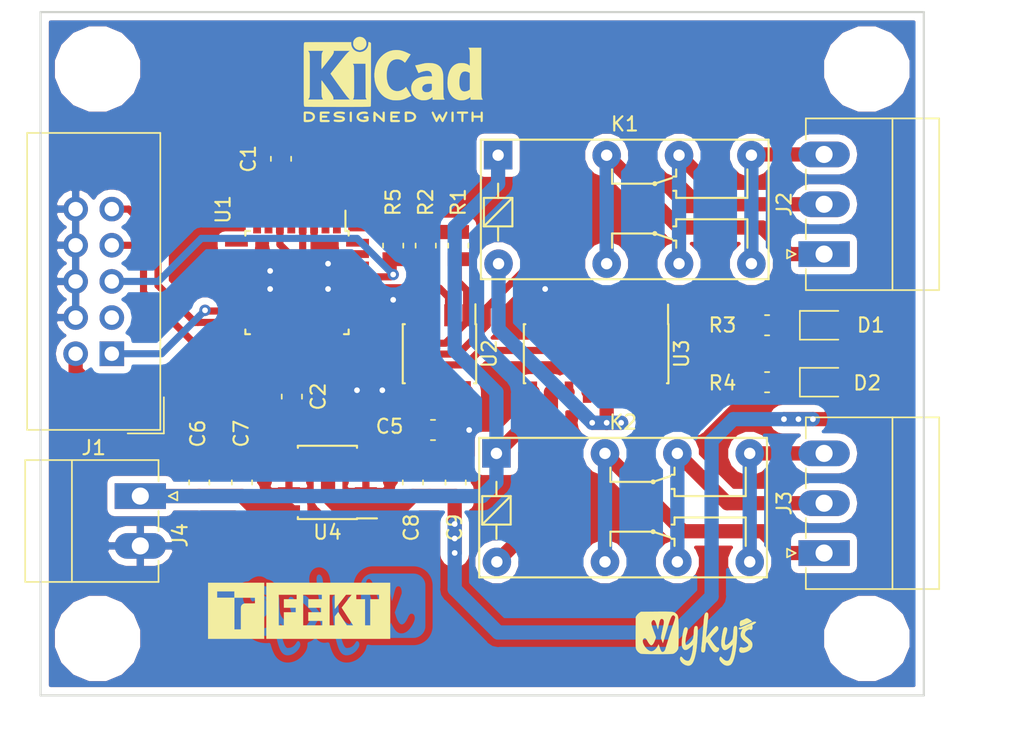
<source format=kicad_pcb>
(kicad_pcb (version 20171130) (host pcbnew 5.0.0-rc2-dev-unknown-0f0d9af~63~ubuntu16.04.1)
  (layers (0 F.Cu signal) (31 B.Cu signal) (34 B.Paste user) (35 F.Paste user) (36 B.SilkS user) (37 F.SilkS user) (38 B.Mask user) (39 F.Mask user) (44 Edge.Cuts user))
  (net 0 "")
  (net 1 +12V)
  (net 2 "Net-(K1-Pad16)")
  (net 3 "Net-(J2-Pad2)")
  (net 4 "Net-(J2-Pad1)")
  (net 5 "Net-(J2-Pad3)")
  (net 6 "Net-(J3-Pad3)")
  (net 7 "Net-(J3-Pad1)")
  (net 8 "Net-(J3-Pad2)")
  (net 9 "Net-(K2-Pad16)")
  (net 10 "Net-(D2-Pad1)")
  (net 11 "Net-(R4-Pad2)")
  (net 12 "Net-(R3-Pad2)")
  (net 13 "Net-(D1-Pad1)")
  (net 14 +5V)
  (net 15 /Contorl/SCL)
  (net 16 /Contorl/SDA)
  (net 17 GND)
  (net 18 "Net-(U4-Pad4)")
  (net 19 "Net-(U4-Pad5)")
  (net 20 "Net-(U2-Pad3)")
  (net 21 /Contorl/RELAY1)
  (net 22 /Contorl/RELAY2)
  (net 23 "Net-(U1-Pad1)")
  (net 24 "Net-(U1-Pad2)")
  (net 25 "Net-(U1-Pad7)")
  (net 26 "Net-(U1-Pad8)")
  (net 27 "Net-(U1-Pad9)")
  (net 28 "Net-(U1-Pad10)")
  (net 29 "Net-(U1-Pad11)")
  (net 30 "Net-(U1-Pad12)")
  (net 31 "Net-(U1-Pad13)")
  (net 32 "Net-(U1-Pad14)")
  (net 33 /Contorl/MOSI)
  (net 34 /Contorl/MISO)
  (net 35 /Contorl/SCK)
  (net 36 "Net-(U1-Pad19)")
  (net 37 "Net-(U1-Pad22)")
  (net 38 "Net-(U1-Pad25)")
  (net 39 "Net-(U1-Pad26)")
  (net 40 /Contorl/~RST)
  (net 41 "Net-(U1-Pad30)")
  (net 42 "Net-(U1-Pad31)")
  (net 43 "Net-(U1-Pad32)")
  (net 44 "Net-(J1-Pad3)")
  (module demo1:RS-12-L (layer F.Cu) (at 182 72)
    (fp_text reference K2 (at 8.89 -2.19) (layer F.SilkS))
    (fp_text value RS-12L)
    (pad 9 thru_hole circle (at 17.78 7.62) (size 2 2) (drill 0.8) (layers *.Cu *.Mask) (net 6 "Net-(J3-Pad3)"))
    (pad 8 thru_hole circle (at 17.78 0) (size 2 2) (drill 0.8) (layers *.Cu *.Mask) (net 6 "Net-(J3-Pad3)"))
    (pad 11 thru_hole circle (at 12.7 7.62) (size 2 2) (drill 0.8) (layers *.Cu *.Mask) (net 8 "Net-(J3-Pad2)"))
    (pad 6 thru_hole circle (at 12.7 0) (size 2 2) (drill 0.8) (layers *.Cu *.Mask) (net 8 "Net-(J3-Pad2)"))
    (pad 13 thru_hole circle (at 7.62 7.62) (size 2 2) (drill 0.8) (layers *.Cu *.Mask) (net 7 "Net-(J3-Pad1)"))
    (pad 4 thru_hole circle (at 7.62 0) (size 2 2) (drill 0.8) (layers *.Cu *.Mask) (net 7 "Net-(J3-Pad1)"))
    (pad 16 thru_hole circle (at 0.03 7.62) (size 2 2) (drill 0.8) (layers *.Cu *.Mask) (net 9 "Net-(K2-Pad16)"))
    (pad 1 thru_hole rect (at 0 0) (size 2 2) (drill 0.8) (layers *.Cu *.Mask) (net 1 +12V))
  )
  (module demo1:RS-12-L (layer F.Cu) (at 182.118 51.054)
    (fp_text reference K1 (at 8.89 -2.19) (layer F.SilkS))
    (fp_text value RS-12L)
    (pad 1 thru_hole rect (at 0 0) (size 2 2) (drill 0.8) (layers *.Cu *.Mask) (net 1 +12V))
    (pad 16 thru_hole circle (at 0.03 7.62) (size 2 2) (drill 0.8) (layers *.Cu *.Mask) (net 2 "Net-(K1-Pad16)"))
    (pad 4 thru_hole circle (at 7.62 0) (size 2 2) (drill 0.8) (layers *.Cu *.Mask) (net 4 "Net-(J2-Pad1)"))
    (pad 13 thru_hole circle (at 7.62 7.62) (size 2 2) (drill 0.8) (layers *.Cu *.Mask) (net 4 "Net-(J2-Pad1)"))
    (pad 6 thru_hole circle (at 12.7 0) (size 2 2) (drill 0.8) (layers *.Cu *.Mask) (net 3 "Net-(J2-Pad2)"))
    (pad 11 thru_hole circle (at 12.7 7.62) (size 2 2) (drill 0.8) (layers *.Cu *.Mask) (net 3 "Net-(J2-Pad2)"))
    (pad 8 thru_hole circle (at 17.78 0) (size 2 2) (drill 0.8) (layers *.Cu *.Mask) (net 5 "Net-(J2-Pad3)"))
    (pad 9 thru_hole circle (at 17.78 7.62) (size 2 2) (drill 0.8) (layers *.Cu *.Mask) (net 5 "Net-(J2-Pad3)"))
  )
  (module Resistor_SMD:R_0805_2012Metric (layer F.Cu) (at 174.752 57.404 270)
    (fp_text reference R5 (at -3.048 0 270) (layer F.SilkS))
    (fp_text value 10k)
    (pad 1 smd rect (at -0.955 0 270) (size 0.97 1.5) (layers F.Cu F.Paste F.Mask) (net 14 +5V))
    (pad 2 smd rect (at 0.955 0 270) (size 0.97 1.5) (layers F.Cu F.Paste F.Mask) (net 40 /Contorl/~RST))
  )
  (module Capacitor_SMD:C_0805_2012Metric (layer F.Cu) (at 167.64 68.011 270)
    (fp_text reference C2 (at 0 -1.85 270) (layer F.SilkS))
    (fp_text value 100n)
    (pad 1 smd rect (at -0.955 0 270) (size 0.97 1.5) (layers F.Cu F.Paste F.Mask) (net 14 +5V))
    (pad 2 smd rect (at 0.955 0 270) (size 0.97 1.5) (layers F.Cu F.Paste F.Mask) (net 17 GND))
  )
  (module Capacitor_SMD:C_0805_2012Metric (layer F.Cu) (at 177.546 70.358 180)
    (fp_text reference C5 (at 3.048 0.254 180) (layer F.SilkS))
    (fp_text value 100n)
    (pad 2 smd rect (at 0.955 0 180) (size 0.97 1.5) (layers F.Cu F.Paste F.Mask) (net 17 GND))
    (pad 1 smd rect (at -0.955 0 180) (size 0.97 1.5) (layers F.Cu F.Paste F.Mask) (net 14 +5V))
  )
  (module Capacitor_SMD:C_0805_2012Metric (layer F.Cu) (at 161.136412 74.040374 90)
    (fp_text reference C6 (at 3.428374 -0.100412 90) (layer F.SilkS))
    (fp_text value 1u/50V)
    (pad 1 smd rect (at -0.955 0 90) (size 0.97 1.5) (layers F.Cu F.Paste F.Mask) (net 1 +12V))
    (pad 2 smd rect (at 0.955 0 90) (size 0.97 1.5) (layers F.Cu F.Paste F.Mask) (net 17 GND))
  )
  (module Capacitor_SMD:C_0805_2012Metric (layer F.Cu) (at 164.136412 74.040374 90)
    (fp_text reference C7 (at 3.428374 -0.052412 90) (layer F.SilkS))
    (fp_text value 100n)
    (pad 2 smd rect (at 0.955 0 90) (size 0.97 1.5) (layers F.Cu F.Paste F.Mask) (net 17 GND))
    (pad 1 smd rect (at -0.955 0 90) (size 0.97 1.5) (layers F.Cu F.Paste F.Mask) (net 1 +12V))
  )
  (module Capacitor_SMD:C_0805_2012Metric (layer F.Cu) (at 176.136412 74.040374 90)
    (fp_text reference C8 (at -3.175626 -0.114412 90) (layer F.SilkS))
    (fp_text value 100n)
    (pad 1 smd rect (at -0.955 0 90) (size 0.97 1.5) (layers F.Cu F.Paste F.Mask) (net 14 +5V))
    (pad 2 smd rect (at 0.955 0 90) (size 0.97 1.5) (layers F.Cu F.Paste F.Mask) (net 17 GND))
  )
  (module Capacitor_SMD:C_0805_2012Metric (layer F.Cu) (at 179.136412 74.040374 90)
    (fp_text reference C9 (at -3.175626 -0.066412 90) (layer F.SilkS))
    (fp_text value 1u/50V)
    (pad 2 smd rect (at 0.955 0 90) (size 0.97 1.5) (layers F.Cu F.Paste F.Mask) (net 17 GND))
    (pad 1 smd rect (at -0.955 0 90) (size 0.97 1.5) (layers F.Cu F.Paste F.Mask) (net 14 +5V))
  )
  (module Capacitor_SMD:C_0805_2012Metric (layer F.Cu) (at 166.878 51.308 90)
    (fp_text reference C1 (at 0 -2.286 90) (layer F.SilkS))
    (fp_text value 100n)
    (pad 1 smd rect (at -0.955 0 90) (size 0.97 1.5) (layers F.Cu F.Paste F.Mask) (net 14 +5V))
    (pad 2 smd rect (at 0.955 0 90) (size 0.97 1.5) (layers F.Cu F.Paste F.Mask) (net 17 GND))
  )
  (module Connector_IDC:IDC-Header_2x05_P2.54mm_Vertical (layer F.Cu) (at 155 65 180)
    (fp_text reference J1 (at 1.27 -6.604 180) (layer F.SilkS))
    (fp_text value AVR-ISP-10)
    (pad 1 thru_hole rect (at 0 0 180) (size 1.7272 1.7272) (drill 1.016) (layers *.Cu *.Mask) (net 33 /Contorl/MOSI))
    (pad 2 thru_hole oval (at 2.54 0 180) (size 1.7272 1.7272) (drill 1.016) (layers *.Cu *.Mask) (net 14 +5V))
    (pad 3 thru_hole oval (at 0 2.54 180) (size 1.7272 1.7272) (drill 1.016) (layers *.Cu *.Mask) (net 44 "Net-(J1-Pad3)"))
    (pad 4 thru_hole oval (at 2.54 2.54 180) (size 1.7272 1.7272) (drill 1.016) (layers *.Cu *.Mask) (net 17 GND))
    (pad 5 thru_hole oval (at 0 5.08 180) (size 1.7272 1.7272) (drill 1.016) (layers *.Cu *.Mask) (net 40 /Contorl/~RST))
    (pad 6 thru_hole oval (at 2.54 5.08 180) (size 1.7272 1.7272) (drill 1.016) (layers *.Cu *.Mask) (net 17 GND))
    (pad 7 thru_hole oval (at 0 7.62 180) (size 1.7272 1.7272) (drill 1.016) (layers *.Cu *.Mask) (net 35 /Contorl/SCK))
    (pad 8 thru_hole oval (at 2.54 7.62 180) (size 1.7272 1.7272) (drill 1.016) (layers *.Cu *.Mask) (net 17 GND))
    (pad 9 thru_hole oval (at 0 10.16 180) (size 1.7272 1.7272) (drill 1.016) (layers *.Cu *.Mask) (net 34 /Contorl/MISO))
    (pad 10 thru_hole oval (at 2.54 10.16 180) (size 1.7272 1.7272) (drill 1.016) (layers *.Cu *.Mask) (net 17 GND))
  )
  (module Connector_Phoenix_MC:PhoenixContact_MC_1,5_2-G-3.5_1x02_P3.50mm_Horizontal (layer F.Cu) (at 157 75 270)
    (fp_text reference J4 (at 2.75 -2.8 270) (layer F.SilkS))
    (fp_text value Screw_Terminal_01x02)
    (pad 1 thru_hole rect (at 0 0 270) (size 1.8 3.6) (drill 1.2) (layers *.Cu *.Mask) (net 1 +12V))
    (pad 2 thru_hole oval (at 3.5 0 270) (size 1.8 3.6) (drill 1.2) (layers *.Cu *.Mask) (net 17 GND))
  )
  (module Connector_Phoenix_MC:PhoenixContact_MC_1,5_3-G-3.5_1x03_P3.50mm_Horizontal (layer F.Cu) (at 205 79 90)
    (fp_text reference J3 (at 3.5 -2.8 90) (layer F.SilkS))
    (fp_text value Screw_Terminal_01x03)
    (pad 3 thru_hole oval (at 7 0 90) (size 1.8 3.6) (drill 1.2) (layers *.Cu *.Mask) (net 6 "Net-(J3-Pad3)"))
    (pad 2 thru_hole oval (at 3.5 0 90) (size 1.8 3.6) (drill 1.2) (layers *.Cu *.Mask) (net 8 "Net-(J3-Pad2)"))
    (pad 1 thru_hole rect (at 0 0 90) (size 1.8 3.6) (drill 1.2) (layers *.Cu *.Mask) (net 7 "Net-(J3-Pad1)"))
  )
  (module Connector_Phoenix_MC:PhoenixContact_MC_1,5_3-G-3.5_1x03_P3.50mm_Horizontal (layer F.Cu) (at 205 58 90)
    (fp_text reference J2 (at 3.5 -2.8 90) (layer F.SilkS))
    (fp_text value Screw_Terminal_01x03)
    (pad 1 thru_hole rect (at 0 0 90) (size 1.8 3.6) (drill 1.2) (layers *.Cu *.Mask) (net 4 "Net-(J2-Pad1)"))
    (pad 2 thru_hole oval (at 3.5 0 90) (size 1.8 3.6) (drill 1.2) (layers *.Cu *.Mask) (net 3 "Net-(J2-Pad2)"))
    (pad 3 thru_hole oval (at 7 0 90) (size 1.8 3.6) (drill 1.2) (layers *.Cu *.Mask) (net 5 "Net-(J2-Pad3)"))
  )
  (module KLIB_Mechanical:Bolt_M3 (layer F.Cu) (at 154 85)
    (fp_text reference H4 hide)
    (fp_text value M3)
    (pad "" np_thru_hole circle (at 0 0) (size 3 3) (drill 3) (layers *.Cu *.Mask) (clearance 1.5))
  )
  (module KLIB_Mechanical:Bolt_M3 (layer F.Cu) (at 154 45)
    (fp_text reference H3 hide)
    (fp_text value M3)
    (pad "" np_thru_hole circle (at 0 0) (size 3 3) (drill 3) (layers *.Cu *.Mask) (clearance 1.5))
  )
  (module KLIB_Mechanical:Bolt_M3 (layer F.Cu) (at 208 85)
    (fp_text reference H1 hide)
    (fp_text value M3)
    (pad "" np_thru_hole circle (at 0 0) (size 3 3) (drill 3) (layers *.Cu *.Mask) (clearance 1.5))
  )
  (module KLIB_Mechanical:Bolt_M3 (layer F.Cu) (at 208 45)
    (fp_text reference H2 hide)
    (fp_text value M3)
    (pad "" np_thru_hole circle (at 0 0) (size 3 3) (drill 3) (layers *.Cu *.Mask) (clearance 1.5))
  )
  (module LED_SMD:LED_0805_2012Metric (layer F.Cu) (at 205 67)
    (fp_text reference D2 (at 3.026 0.056) (layer F.SilkS))
    (fp_text value LED)
    (pad 2 smd rect (at 0.955 0) (size 0.97 1.5) (layers F.Cu F.Paste F.Mask) (net 14 +5V))
    (pad 1 smd rect (at -0.955 0) (size 0.97 1.5) (layers F.Cu F.Paste F.Mask) (net 10 "Net-(D2-Pad1)"))
  )
  (module LED_SMD:LED_0805_2012Metric (layer F.Cu) (at 205 63)
    (fp_text reference D1 (at 3.28 -0.008) (layer F.SilkS))
    (fp_text value LED)
    (pad 1 smd rect (at -0.955 0) (size 0.97 1.5) (layers F.Cu F.Paste F.Mask) (net 13 "Net-(D1-Pad1)"))
    (pad 2 smd rect (at 0.955 0) (size 0.97 1.5) (layers F.Cu F.Paste F.Mask) (net 14 +5V))
  )
  (module Package_QFP:TQFP-32_7x7mm_P0.8mm (layer F.Cu) (at 168 60 270)
    (fp_text reference U1 (at -5.136 5.186 270) (layer F.SilkS))
    (fp_text value ATmega328P-AU)
    (pad 1 smd rect (at -4.25 -2.8 270) (size 1.6 0.55) (layers F.Cu F.Paste F.Mask) (net 23 "Net-(U1-Pad1)"))
    (pad 2 smd rect (at -4.25 -2 270) (size 1.6 0.55) (layers F.Cu F.Paste F.Mask) (net 24 "Net-(U1-Pad2)"))
    (pad 3 smd rect (at -4.25 -1.2 270) (size 1.6 0.55) (layers F.Cu F.Paste F.Mask) (net 17 GND))
    (pad 4 smd rect (at -4.25 -0.4 270) (size 1.6 0.55) (layers F.Cu F.Paste F.Mask) (net 14 +5V))
    (pad 5 smd rect (at -4.25 0.4 270) (size 1.6 0.55) (layers F.Cu F.Paste F.Mask) (net 17 GND))
    (pad 6 smd rect (at -4.25 1.2 270) (size 1.6 0.55) (layers F.Cu F.Paste F.Mask) (net 14 +5V))
    (pad 7 smd rect (at -4.25 2 270) (size 1.6 0.55) (layers F.Cu F.Paste F.Mask) (net 25 "Net-(U1-Pad7)"))
    (pad 8 smd rect (at -4.25 2.8 270) (size 1.6 0.55) (layers F.Cu F.Paste F.Mask) (net 26 "Net-(U1-Pad8)"))
    (pad 9 smd rect (at -2.8 4.25) (size 1.6 0.55) (layers F.Cu F.Paste F.Mask) (net 27 "Net-(U1-Pad9)"))
    (pad 10 smd rect (at -2 4.25) (size 1.6 0.55) (layers F.Cu F.Paste F.Mask) (net 28 "Net-(U1-Pad10)"))
    (pad 11 smd rect (at -1.2 4.25) (size 1.6 0.55) (layers F.Cu F.Paste F.Mask) (net 29 "Net-(U1-Pad11)"))
    (pad 12 smd rect (at -0.4 4.25) (size 1.6 0.55) (layers F.Cu F.Paste F.Mask) (net 30 "Net-(U1-Pad12)"))
    (pad 13 smd rect (at 0.4 4.25) (size 1.6 0.55) (layers F.Cu F.Paste F.Mask) (net 31 "Net-(U1-Pad13)"))
    (pad 14 smd rect (at 1.2 4.25) (size 1.6 0.55) (layers F.Cu F.Paste F.Mask) (net 32 "Net-(U1-Pad14)"))
    (pad 15 smd rect (at 2 4.25) (size 1.6 0.55) (layers F.Cu F.Paste F.Mask) (net 33 /Contorl/MOSI))
    (pad 16 smd rect (at 2.8 4.25) (size 1.6 0.55) (layers F.Cu F.Paste F.Mask) (net 34 /Contorl/MISO))
    (pad 17 smd rect (at 4.25 2.8 270) (size 1.6 0.55) (layers F.Cu F.Paste F.Mask) (net 35 /Contorl/SCK))
    (pad 18 smd rect (at 4.25 2 270) (size 1.6 0.55) (layers F.Cu F.Paste F.Mask) (net 14 +5V))
    (pad 19 smd rect (at 4.25 1.2 270) (size 1.6 0.55) (layers F.Cu F.Paste F.Mask) (net 36 "Net-(U1-Pad19)"))
    (pad 20 smd rect (at 4.25 0.4 270) (size 1.6 0.55) (layers F.Cu F.Paste F.Mask) (net 14 +5V))
    (pad 21 smd rect (at 4.25 -0.4 270) (size 1.6 0.55) (layers F.Cu F.Paste F.Mask) (net 17 GND))
    (pad 22 smd rect (at 4.25 -1.2 270) (size 1.6 0.55) (layers F.Cu F.Paste F.Mask) (net 37 "Net-(U1-Pad22)"))
    (pad 23 smd rect (at 4.25 -2 270) (size 1.6 0.55) (layers F.Cu F.Paste F.Mask) (net 21 /Contorl/RELAY1))
    (pad 24 smd rect (at 4.25 -2.8 270) (size 1.6 0.55) (layers F.Cu F.Paste F.Mask) (net 22 /Contorl/RELAY2))
    (pad 25 smd rect (at 2.8 -4.25) (size 1.6 0.55) (layers F.Cu F.Paste F.Mask) (net 38 "Net-(U1-Pad25)"))
    (pad 26 smd rect (at 2 -4.25) (size 1.6 0.55) (layers F.Cu F.Paste F.Mask) (net 39 "Net-(U1-Pad26)"))
    (pad 27 smd rect (at 1.2 -4.25) (size 1.6 0.55) (layers F.Cu F.Paste F.Mask) (net 16 /Contorl/SDA))
    (pad 28 smd rect (at 0.4 -4.25) (size 1.6 0.55) (layers F.Cu F.Paste F.Mask) (net 15 /Contorl/SCL))
    (pad 29 smd rect (at -0.4 -4.25) (size 1.6 0.55) (layers F.Cu F.Paste F.Mask) (net 40 /Contorl/~RST))
    (pad 30 smd rect (at -1.2 -4.25) (size 1.6 0.55) (layers F.Cu F.Paste F.Mask) (net 41 "Net-(U1-Pad30)"))
    (pad 31 smd rect (at -2 -4.25) (size 1.6 0.55) (layers F.Cu F.Paste F.Mask) (net 42 "Net-(U1-Pad31)"))
    (pad 32 smd rect (at -2.8 -4.25) (size 1.6 0.55) (layers F.Cu F.Paste F.Mask) (net 43 "Net-(U1-Pad32)"))
  )
  (module Package_SO:SOIC-16_3.9x9.9mm_P1.27mm (layer F.Cu) (at 189 65 270)
    (fp_text reference U3 (at 0 -6 270) (layer F.SilkS))
    (fp_text value ULN2003)
    (pad 1 smd rect (at -2.7 -4.445 270) (size 1.5 0.6) (layers F.Cu F.Paste F.Mask) (net 21 /Contorl/RELAY1))
    (pad 2 smd rect (at -2.7 -3.175 270) (size 1.5 0.6) (layers F.Cu F.Paste F.Mask) (net 22 /Contorl/RELAY2))
    (pad 3 smd rect (at -2.7 -1.905 270) (size 1.5 0.6) (layers F.Cu F.Paste F.Mask) (net 21 /Contorl/RELAY1))
    (pad 4 smd rect (at -2.7 -0.635 270) (size 1.5 0.6) (layers F.Cu F.Paste F.Mask) (net 21 /Contorl/RELAY1))
    (pad 5 smd rect (at -2.7 0.635 270) (size 1.5 0.6) (layers F.Cu F.Paste F.Mask) (net 21 /Contorl/RELAY1))
    (pad 6 smd rect (at -2.7 1.905 270) (size 1.5 0.6) (layers F.Cu F.Paste F.Mask) (net 22 /Contorl/RELAY2))
    (pad 7 smd rect (at -2.7 3.175 270) (size 1.5 0.6) (layers F.Cu F.Paste F.Mask) (net 22 /Contorl/RELAY2))
    (pad 8 smd rect (at -2.7 4.445 270) (size 1.5 0.6) (layers F.Cu F.Paste F.Mask) (net 17 GND))
    (pad 9 smd rect (at 2.7 4.445 270) (size 1.5 0.6) (layers F.Cu F.Paste F.Mask) (net 1 +12V))
    (pad 10 smd rect (at 2.7 3.175 270) (size 1.5 0.6) (layers F.Cu F.Paste F.Mask) (net 9 "Net-(K2-Pad16)"))
    (pad 11 smd rect (at 2.7 1.905 270) (size 1.5 0.6) (layers F.Cu F.Paste F.Mask) (net 9 "Net-(K2-Pad16)"))
    (pad 12 smd rect (at 2.7 0.635 270) (size 1.5 0.6) (layers F.Cu F.Paste F.Mask) (net 2 "Net-(K1-Pad16)"))
    (pad 13 smd rect (at 2.7 -0.635 270) (size 1.5 0.6) (layers F.Cu F.Paste F.Mask) (net 2 "Net-(K1-Pad16)"))
    (pad 14 smd rect (at 2.7 -1.905 270) (size 1.5 0.6) (layers F.Cu F.Paste F.Mask) (net 2 "Net-(K1-Pad16)"))
    (pad 15 smd rect (at 2.7 -3.175 270) (size 1.5 0.6) (layers F.Cu F.Paste F.Mask) (net 11 "Net-(R4-Pad2)"))
    (pad 16 smd rect (at 2.7 -4.445 270) (size 1.5 0.6) (layers F.Cu F.Paste F.Mask) (net 12 "Net-(R3-Pad2)"))
  )
  (module Package_SO:SOIC-8_3.9x4.9mm_P1.27mm (layer F.Cu) (at 178 65 270)
    (fp_text reference U2 (at 0 -3.5 270) (layer F.SilkS))
    (fp_text value LM75B)
    (pad 8 smd rect (at 2.7 -1.905 270) (size 1.55 0.6) (layers F.Cu F.Paste F.Mask) (net 14 +5V))
    (pad 7 smd rect (at 2.7 -0.635 270) (size 1.55 0.6) (layers F.Cu F.Paste F.Mask) (net 17 GND))
    (pad 6 smd rect (at 2.7 0.635 270) (size 1.55 0.6) (layers F.Cu F.Paste F.Mask) (net 17 GND))
    (pad 5 smd rect (at 2.7 1.905 270) (size 1.55 0.6) (layers F.Cu F.Paste F.Mask) (net 17 GND))
    (pad 4 smd rect (at -2.7 1.905 270) (size 1.55 0.6) (layers F.Cu F.Paste F.Mask) (net 17 GND))
    (pad 3 smd rect (at -2.7 0.635 270) (size 1.55 0.6) (layers F.Cu F.Paste F.Mask) (net 20 "Net-(U2-Pad3)"))
    (pad 2 smd rect (at -2.7 -0.635 270) (size 1.55 0.6) (layers F.Cu F.Paste F.Mask) (net 15 /Contorl/SCL))
    (pad 1 smd rect (at -2.7 -1.905 270) (size 1.55 0.6) (layers F.Cu F.Paste F.Mask) (net 16 /Contorl/SDA))
  )
  (module Package_SO:SOIC-8_3.9x4.9mm_P1.27mm (layer F.Cu) (at 170.136412 74.040374 180)
    (fp_text reference U4 (at 0 -3.5 180) (layer F.SilkS))
    (fp_text value L78L05_SO8)
    (pad 1 smd rect (at -2.7 -1.905 180) (size 1.55 0.6) (layers F.Cu F.Paste F.Mask) (net 14 +5V))
    (pad 2 smd rect (at -2.7 -0.635 180) (size 1.55 0.6) (layers F.Cu F.Paste F.Mask) (net 17 GND))
    (pad 3 smd rect (at -2.7 0.635 180) (size 1.55 0.6) (layers F.Cu F.Paste F.Mask) (net 17 GND))
    (pad 4 smd rect (at -2.7 1.905 180) (size 1.55 0.6) (layers F.Cu F.Paste F.Mask) (net 18 "Net-(U4-Pad4)"))
    (pad 5 smd rect (at 2.7 1.905 180) (size 1.55 0.6) (layers F.Cu F.Paste F.Mask) (net 19 "Net-(U4-Pad5)"))
    (pad 6 smd rect (at 2.7 0.635 180) (size 1.55 0.6) (layers F.Cu F.Paste F.Mask) (net 17 GND))
    (pad 7 smd rect (at 2.7 -0.635 180) (size 1.55 0.6) (layers F.Cu F.Paste F.Mask) (net 17 GND))
    (pad 8 smd rect (at 2.7 -1.905 180) (size 1.55 0.6) (layers F.Cu F.Paste F.Mask) (net 1 +12V))
  )
  (module Resistor_SMD:R_0805_2012Metric (layer F.Cu) (at 179.324 57.404 270)
    (fp_text reference R1 (at -3.048 0 270) (layer F.SilkS))
    (fp_text value 10k)
    (pad 2 smd rect (at 0.955 0 270) (size 0.97 1.5) (layers F.Cu F.Paste F.Mask) (net 16 /Contorl/SDA))
    (pad 1 smd rect (at -0.955 0 270) (size 0.97 1.5) (layers F.Cu F.Paste F.Mask) (net 14 +5V))
  )
  (module Resistor_SMD:R_0805_2012Metric (layer F.Cu) (at 177.038 57.404 270)
    (fp_text reference R2 (at -3.048 0 270) (layer F.SilkS))
    (fp_text value 10k)
    (pad 1 smd rect (at -0.955 0 270) (size 0.97 1.5) (layers F.Cu F.Paste F.Mask) (net 14 +5V))
    (pad 2 smd rect (at 0.955 0 270) (size 0.97 1.5) (layers F.Cu F.Paste F.Mask) (net 15 /Contorl/SCL))
  )
  (module Resistor_SMD:R_0805_2012Metric (layer F.Cu) (at 201 63 180)
    (fp_text reference R3 (at 3.134 0.008 180) (layer F.SilkS))
    (fp_text value 330R)
    (pad 2 smd rect (at 0.955 0 180) (size 0.97 1.5) (layers F.Cu F.Paste F.Mask) (net 12 "Net-(R3-Pad2)"))
    (pad 1 smd rect (at -0.955 0 180) (size 0.97 1.5) (layers F.Cu F.Paste F.Mask) (net 13 "Net-(D1-Pad1)"))
  )
  (module Resistor_SMD:R_0805_2012Metric (layer F.Cu) (at 201 67 180)
    (fp_text reference R4 (at 3.134 -0.056 180) (layer F.SilkS))
    (fp_text value 330R)
    (pad 1 smd rect (at -0.955 0 180) (size 0.97 1.5) (layers F.Cu F.Paste F.Mask) (net 10 "Net-(D2-Pad1)"))
    (pad 2 smd rect (at 0.955 0 180) (size 0.97 1.5) (layers F.Cu F.Paste F.Mask) (net 11 "Net-(R4-Pad2)"))
  )
  (module KLIB_Logo:VUT-FEKT (layer F.Cu) (at 168.148 83.058)
    (fp_text reference G*** hide)
    (fp_text value LOGO hide)
  )
  (module Symbol:KiCad-Logo2_6mm_SilkScreen (layer F.Cu) (at 174.752 45.72)
    (fp_text reference REF** hide)
    (fp_text value KiCad-Logo2_6mm_SilkScreen hide)
  )
  (module KLIB_Logo:wykys_cu (layer B.Cu) (at 170.688 83.312 180)
    (fp_text reference G*** hide)
    (fp_text value LOGO hide)
    (fp_poly (pts (xy 5.916733 1.799077) (xy 5.918097 1.797798) (xy 5.917817 1.797063) (xy 5.917639 1.79705) (xy 5.916565 1.797953) (xy 5.916173 1.798517) (xy 5.916024 1.799386) (xy 5.916733 1.799077)) (layer B.Cu) (width 0.01))
    (fp_poly (pts (xy 5.342616 2.169803) (xy 5.380243 2.162725) (xy 5.416499 2.153582) (xy 5.45159 2.142298) (xy 5.485722 2.1288) (xy 5.519101 2.113013) (xy 5.551933 2.094862) (xy 5.55498 2.093043) (xy 5.567804 2.085165) (xy 5.580555 2.076966) (xy 5.593394 2.068319) (xy 5.606482 2.059097) (xy 5.619981 2.049173) (xy 5.634054 2.038421) (xy 5.648861 2.026712) (xy 5.664565 2.01392) (xy 5.681327 1.999917) (xy 5.69931 1.984578) (xy 5.718675 1.967774) (xy 5.739583 1.949379) (xy 5.75252 1.937896) (xy 5.766115 1.925807) (xy 5.778117 1.915166) (xy 5.788821 1.90572) (xy 5.798521 1.897218) (xy 5.807511 1.889406) (xy 5.816086 1.882032) (xy 5.824539 1.874845) (xy 5.833165 1.867591) (xy 5.842258 1.860017) (xy 5.852113 1.851873) (xy 5.863022 1.842904) (xy 5.867743 1.839033) (xy 5.877019 1.831418) (xy 5.885692 1.824273) (xy 5.893563 1.817763) (xy 5.900434 1.812054) (xy 5.906107 1.80731) (xy 5.910384 1.803697) (xy 5.913066 1.80138) (xy 5.91395 1.800544) (xy 5.913335 1.800642) (xy 5.911043 1.80194) (xy 5.907485 1.804196) (xy 5.905091 1.805787) (xy 5.900778 1.808645) (xy 5.897281 1.810863) (xy 5.895111 1.812121) (xy 5.894687 1.81229) (xy 5.894423 1.812221) (xy 5.8938 1.811984) (xy 5.892723 1.811534) (xy 5.891093 1.810828) (xy 5.888814 1.80982) (xy 5.885789 1.808468) (xy 5.881921 1.806727) (xy 5.877112 1.804552) (xy 5.871266 1.8019) (xy 5.864286 1.798726) (xy 5.856074 1.794986) (xy 5.846533 1.790635) (xy 5.835567 1.785631) (xy 5.823078 1.779927) (xy 5.808969 1.773481) (xy 5.793143 1.766247) (xy 5.775504 1.758182) (xy 5.755953 1.749242) (xy 5.734394 1.739382) (xy 5.71073 1.728558) (xy 5.684864 1.716726) (xy 5.68198 1.715406) (xy 5.66237 1.706436) (xy 5.640838 1.696586) (xy 5.617769 1.686033) (xy 5.593551 1.674955) (xy 5.56857 1.663528) (xy 5.543214 1.651929) (xy 5.517869 1.640336) (xy 5.492922 1.628924) (xy 5.468759 1.617872) (xy 5.445768 1.607355) (xy 5.424336 1.597552) (xy 5.41909 1.595152) (xy 5.282565 1.532704) (xy 4.97078 1.405642) (xy 4.943846 1.394666) (xy 4.917522 1.383938) (xy 4.891906 1.373499) (xy 4.867095 1.363389) (xy 4.843186 1.353646) (xy 4.820276 1.34431) (xy 4.798463 1.335422) (xy 4.777844 1.32702) (xy 4.758515 1.319144) (xy 4.740575 1.311835) (xy 4.724121 1.305131) (xy 4.70925 1.299072) (xy 4.696059 1.293698) (xy 4.684645 1.289048) (xy 4.675106 1.285163) (xy 4.667539 1.282081) (xy 4.662041 1.279843) (xy 4.658709 1.278487) (xy 4.657643 1.278054) (xy 4.656823 1.279035) (xy 4.655408 1.282149) (xy 4.653516 1.28709) (xy 4.651263 1.293553) (xy 4.649122 1.300118) (xy 4.637141 1.339267) (xy 4.62666 1.37653) (xy 4.617648 1.412044) (xy 4.610074 1.44595) (xy 4.603908 1.478388) (xy 4.59912 1.509497) (xy 4.595678 1.539418) (xy 4.594771 1.549827) (xy 4.59417 1.560047) (xy 4.593818 1.572054) (xy 4.593701 1.585307) (xy 4.593808 1.599264) (xy 4.594126 1.613385) (xy 4.594644 1.62713) (xy 4.595349 1.639956) (xy 4.596228 1.651324) (xy 4.597261 1.660615) (xy 4.602908 1.694161) (xy 4.610616 1.726732) (xy 4.620474 1.758593) (xy 4.632576 1.790007) (xy 4.647012 1.821237) (xy 4.663837 1.852485) (xy 4.669593 1.862384) (xy 4.674476 1.870416) (xy 4.67883 1.876947) (xy 4.682998 1.882341) (xy 4.687323 1.886961) (xy 4.692148 1.891172) (xy 4.697816 1.895339) (xy 4.70467 1.899825) (xy 4.713054 1.904995) (xy 4.713605 1.90533) (xy 4.726269 1.912672) (xy 4.739274 1.91947) (xy 4.752861 1.925806) (xy 4.767272 1.931764) (xy 4.782746 1.937424) (xy 4.799524 1.942871) (xy 4.817848 1.948187) (xy 4.837958 1.953453) (xy 4.860095 1.958752) (xy 4.884499 1.964168) (xy 4.88696 1.964694) (xy 4.909561 1.969585) (xy 4.929917 1.974169) (xy 4.94829 1.978557) (xy 4.96494 1.982862) (xy 4.980127 1.987197) (xy 4.994111 1.991675) (xy 5.007154 1.996408) (xy 5.019517 2.001509) (xy 5.031458 2.00709) (xy 5.04324 2.013264) (xy 5.055123 2.020144) (xy 5.067367 2.027842) (xy 5.080232 2.036471) (xy 5.09398 2.046144) (xy 5.108871 2.056972) (xy 5.12064 2.065692) (xy 5.131982 2.074129) (xy 5.141592 2.081243) (xy 5.149765 2.087243) (xy 5.156792 2.092337) (xy 5.162968 2.096736) (xy 5.168586 2.100648) (xy 5.173939 2.104284) (xy 5.179322 2.107851) (xy 5.18414 2.110988) (xy 5.207929 2.125543) (xy 5.231145 2.137997) (xy 5.254265 2.148557) (xy 5.27777 2.157435) (xy 5.302138 2.16484) (xy 5.314656 2.168021) (xy 5.330278 2.171755) (xy 5.342616 2.169803)) (layer B.Cu) (width 0.01))
    (fp_poly (pts (xy 6.163064 1.800165) (xy 6.175173 1.799863) (xy 6.186195 1.799309) (xy 6.195576 1.798503) (xy 6.20014 1.797904) (xy 6.220771 1.794017) (xy 6.239248 1.789065) (xy 6.255758 1.782961) (xy 6.270489 1.775622) (xy 6.283631 1.766961) (xy 6.29537 1.756894) (xy 6.299047 1.753166) (xy 6.305001 1.746495) (xy 6.309597 1.740333) (xy 6.313533 1.7337) (xy 6.315156 1.730542) (xy 6.317763 1.725231) (xy 6.31937 1.72162) (xy 6.320113 1.719139) (xy 6.320126 1.717216) (xy 6.319546 1.71528) (xy 6.319065 1.714101) (xy 6.315149 1.706817) (xy 6.309064 1.698437) (xy 6.300892 1.689043) (xy 6.290717 1.678712) (xy 6.27862 1.667525) (xy 6.264685 1.655562) (xy 6.248994 1.642901) (xy 6.231629 1.629624) (xy 6.230659 1.628901) (xy 6.213353 1.616323) (xy 6.193985 1.602796) (xy 6.172786 1.588463) (xy 6.149987 1.573466) (xy 6.125818 1.557949) (xy 6.100511 1.542054) (xy 6.074297 1.525925) (xy 6.047406 1.509705) (xy 6.020069 1.493538) (xy 5.992517 1.477565) (xy 5.964982 1.46193) (xy 5.937694 1.446777) (xy 5.92963 1.442367) (xy 5.925671 1.440301) (xy 5.919502 1.437206) (xy 5.911217 1.433126) (xy 5.900909 1.428108) (xy 5.888669 1.422193) (xy 5.874592 1.415428) (xy 5.85877 1.407855) (xy 5.841296 1.39952) (xy 5.822262 1.390467) (xy 5.801763 1.38074) (xy 5.77989 1.370383) (xy 5.756737 1.35944) (xy 5.732397 1.347956) (xy 5.706962 1.335975) (xy 5.680526 1.323542) (xy 5.6642 1.315873) (xy 5.423535 1.202869) (xy 5.16509 1.121471) (xy 5.140106 1.113601) (xy 5.115694 1.105909) (xy 5.091968 1.09843) (xy 5.069046 1.091201) (xy 5.047043 1.08426) (xy 5.026078 1.077644) (xy 5.006265 1.071388) (xy 4.987721 1.065531) (xy 4.970564 1.060108) (xy 4.954908 1.055156) (xy 4.940872 1.050713) (xy 4.928571 1.046815) (xy 4.918122 1.0435) (xy 4.909641 1.040803) (xy 4.903245 1.038761) (xy 4.899051 1.037412) (xy 4.897252 1.03682) (xy 4.892098 1.035269) (xy 4.884446 1.03332) (xy 4.874306 1.030976) (xy 4.861689 1.028238) (xy 4.846605 1.025109) (xy 4.829065 1.021591) (xy 4.809078 1.017686) (xy 4.786655 1.013396) (xy 4.761806 1.008723) (xy 4.734543 1.003669) (xy 4.704874 0.998236) (xy 4.704715 0.998207) (xy 4.692588 0.99598) (xy 4.680188 0.993672) (xy 4.667984 0.991371) (xy 4.656446 0.989167) (xy 4.646044 0.98715) (xy 4.637247 0.985409) (xy 4.631055 0.984144) (xy 4.622737 0.982517) (xy 4.613889 0.980976) (xy 4.604974 0.979584) (xy 4.596456 0.978403) (xy 4.5888 0.977495) (xy 4.58247 0.976922) (xy 4.577929 0.976747) (xy 4.576445 0.976832) (xy 4.57468 0.977004) (xy 4.571034 0.97733) (xy 4.566158 0.977752) (xy 4.563745 0.977957) (xy 4.546498 0.980397) (xy 4.530825 0.984653) (xy 4.516804 0.990684) (xy 4.504512 0.998449) (xy 4.494029 1.007908) (xy 4.48563 1.018709) (xy 4.481465 1.026009) (xy 4.478752 1.033101) (xy 4.477259 1.040834) (xy 4.476755 1.050054) (xy 4.47675 1.051262) (xy 4.477653 1.064355) (xy 4.480458 1.077309) (xy 4.485304 1.090698) (xy 4.487554 1.095693) (xy 4.496676 1.112458) (xy 4.507318 1.127381) (xy 4.519367 1.140312) (xy 4.526629 1.146583) (xy 4.531128 1.149969) (xy 4.535704 1.152932) (xy 4.540823 1.155705) (xy 4.546956 1.158519) (xy 4.554569 1.161608) (xy 4.564132 1.165202) (xy 4.56438 1.165293) (xy 4.569721 1.167183) (xy 4.576643 1.169529) (xy 4.584856 1.17224) (xy 4.594074 1.175228) (xy 4.604008 1.178404) (xy 4.614372 1.181678) (xy 4.624877 1.184962) (xy 4.635235 1.188166) (xy 4.645159 1.191201) (xy 4.654362 1.193979) (xy 4.662555 1.196411) (xy 4.669451 1.198406) (xy 4.674762 1.199877) (xy 4.6782 1.200734) (xy 4.679452 1.200908) (xy 4.680525 1.199509) (xy 4.682058 1.196293) (xy 4.683771 1.191875) (xy 4.68428 1.1904) (xy 4.685951 1.18558) (xy 4.687432 1.181603) (xy 4.688462 1.179163) (xy 4.68863 1.178857) (xy 4.689513 1.178674) (xy 4.691675 1.179095) (xy 4.695273 1.180176) (xy 4.700464 1.181973) (xy 4.707404 1.184542) (xy 4.71625 1.187938) (xy 4.727159 1.192219) (xy 4.737188 1.196202) (xy 4.754343 1.203069) (xy 4.771715 1.21008) (xy 4.789437 1.217291) (xy 4.807643 1.224757) (xy 4.826466 1.232537) (xy 4.846039 1.240686) (xy 4.866498 1.249262) (xy 4.887974 1.25832) (xy 4.910601 1.267918) (xy 4.934513 1.278111) (xy 4.959844 1.288958) (xy 4.986727 1.300513) (xy 5.015296 1.312834) (xy 5.045683 1.325977) (xy 5.078023 1.34) (xy 5.112449 1.354958) (xy 5.13969 1.366812) (xy 5.157787 1.374689) (xy 5.176193 1.382694) (xy 5.194651 1.390716) (xy 5.212906 1.398644) (xy 5.230702 1.406368) (xy 5.247785 1.413777) (xy 5.263899 1.42076) (xy 5.278789 1.427206) (xy 5.292199 1.433006) (xy 5.303874 1.438047) (xy 5.313558 1.44222) (xy 5.31622 1.443364) (xy 5.328329 1.448583) (xy 5.340631 1.453916) (xy 5.352738 1.459192) (xy 5.36426 1.46424) (xy 5.374807 1.46889) (xy 5.383989 1.47297) (xy 5.391417 1.47631) (xy 5.394325 1.477637) (xy 5.403263 1.481808) (xy 5.414338 1.48709) (xy 5.427432 1.493422) (xy 5.442428 1.500748) (xy 5.459207 1.509007) (xy 5.47765 1.518142) (xy 5.497641 1.528094) (xy 5.51906 1.538803) (xy 5.541791 1.550212) (xy 5.565714 1.562262) (xy 5.590712 1.574894) (xy 5.616667 1.588049) (xy 5.624195 1.591871) (xy 5.661108 1.61057) (xy 5.695886 1.628075) (xy 5.728612 1.644426) (xy 5.75937 1.659664) (xy 5.788245 1.673829) (xy 5.81532 1.686962) (xy 5.840679 1.699102) (xy 5.864407 1.710289) (xy 5.886587 1.720566) (xy 5.907304 1.72997) (xy 5.926642 1.738544) (xy 5.944685 1.746326) (xy 5.958306 1.752036) (xy 5.964917 1.754886) (xy 5.972411 1.758294) (xy 5.97942 1.761636) (xy 5.981056 1.762448) (xy 6.000895 1.771384) (xy 6.022801 1.779376) (xy 6.046448 1.78633) (xy 6.071512 1.792155) (xy 6.097667 1.796758) (xy 6.105675 1.797886) (xy 6.11488 1.798846) (xy 6.125777 1.799554) (xy 6.13781 1.80001) (xy 6.150425 1.800214) (xy 6.163064 1.800165)) (layer B.Cu) (width 0.01))
    (fp_poly (pts (xy 1.163902 2.796878) (xy 1.173835 2.795473) (xy 1.179602 2.794109) (xy 1.194355 2.788658) (xy 1.208245 2.781116) (xy 1.221349 2.77141) (xy 1.233748 2.759467) (xy 1.24552 2.745214) (xy 1.256743 2.728578) (xy 1.26409 2.715889) (xy 1.276196 2.691703) (xy 1.286588 2.666522) (xy 1.295315 2.640163) (xy 1.302423 2.612442) (xy 1.307958 2.583175) (xy 1.311969 2.552179) (xy 1.314503 2.519269) (xy 1.314521 2.518922) (xy 1.31496 2.508974) (xy 1.315212 2.498931) (xy 1.315268 2.488531) (xy 1.315116 2.477515) (xy 1.314745 2.465623) (xy 1.314146 2.452593) (xy 1.313306 2.438166) (xy 1.312216 2.422081) (xy 1.310864 2.404078) (xy 1.30924 2.383896) (xy 1.30865 2.376805) (xy 1.306454 2.351484) (xy 1.303928 2.324048) (xy 1.301071 2.294477) (xy 1.29788 2.262751) (xy 1.294353 2.228851) (xy 1.290487 2.192756) (xy 1.286281 2.154447) (xy 1.281731 2.113904) (xy 1.276836 2.071107) (xy 1.271593 2.026037) (xy 1.265999 1.978673) (xy 1.260054 1.928996) (xy 1.253753 1.876985) (xy 1.247095 1.822622) (xy 1.240077 1.765887) (xy 1.232697 1.706758) (xy 1.224953 1.645218) (xy 1.216843 1.581245) (xy 1.208363 1.514821) (xy 1.199513 1.445924) (xy 1.190288 1.374536) (xy 1.18999 1.372235) (xy 1.185768 1.339618) (xy 1.181612 1.30744) (xy 1.177535 1.275799) (xy 1.173549 1.244789) (xy 1.169665 1.214506) (xy 1.165895 1.185046) (xy 1.162252 1.156504) (xy 1.158748 1.128977) (xy 1.155394 1.102559) (xy 1.152204 1.077346) (xy 1.149187 1.053434) (xy 1.146358 1.030919) (xy 1.143727 1.009895) (xy 1.141307 0.99046) (xy 1.13911 0.972707) (xy 1.137147 0.956733) (xy 1.135431 0.942634) (xy 1.133975 0.930505) (xy 1.132789 0.920441) (xy 1.131885 0.912538) (xy 1.131277 0.906893) (xy 1.130976 0.9036) (xy 1.130957 0.902734) (xy 1.130934 0.901223) (xy 1.13066 0.897384) (xy 1.130156 0.891412) (xy 1.129439 0.883505) (xy 1.128529 0.873858) (xy 1.127444 0.86267) (xy 1.126204 0.850137) (xy 1.124827 0.836455) (xy 1.123333 0.821821) (xy 1.12174 0.806432) (xy 1.121407 0.803243) (xy 1.115639 0.747837) (xy 1.11011 0.694271) (xy 1.104821 0.642581) (xy 1.099776 0.592804) (xy 1.094979 0.544975) (xy 1.090433 0.499129) (xy 1.086141 0.455304) (xy 1.082107 0.413534) (xy 1.078334 0.373856) (xy 1.074825 0.336305) (xy 1.071583 0.300918) (xy 1.068613 0.267731) (xy 1.065916 0.236779) (xy 1.063498 0.208099) (xy 1.06136 0.181725) (xy 1.059506 0.157695) (xy 1.057939 0.136044) (xy 1.056664 0.116809) (xy 1.055683 0.100024) (xy 1.055009 0.085985) (xy 1.054819 0.080697) (xy 1.054835 0.07756) (xy 1.055131 0.076191) (xy 1.055784 0.076203) (xy 1.056757 0.077095) (xy 1.057849 0.078436) (xy 1.060411 0.08171) (xy 1.064375 0.086828) (xy 1.069675 0.093702) (xy 1.076242 0.102243) (xy 1.08401 0.112362) (xy 1.09291 0.123971) (xy 1.102874 0.136982) (xy 1.113837 0.151305) (xy 1.125729 0.166851) (xy 1.138483 0.183534) (xy 1.152032 0.201263) (xy 1.166308 0.21995) (xy 1.181244 0.239506) (xy 1.196772 0.259844) (xy 1.212824 0.280873) (xy 1.229334 0.302507) (xy 1.246233 0.324655) (xy 1.263453 0.34723) (xy 1.280928 0.370142) (xy 1.29859 0.393304) (xy 1.316371 0.416626) (xy 1.334203 0.44002) (xy 1.35202 0.463397) (xy 1.369753 0.486669) (xy 1.387335 0.509747) (xy 1.404698 0.532542) (xy 1.421775 0.554966) (xy 1.438499 0.57693) (xy 1.454801 0.598346) (xy 1.470615 0.619125) (xy 1.485872 0.639178) (xy 1.500505 0.658416) (xy 1.514447 0.676752) (xy 1.52763 0.694096) (xy 1.539986 0.71036) (xy 1.551448 0.725455) (xy 1.561949 0.739293) (xy 1.57142 0.751784) (xy 1.579794 0.762841) (xy 1.587004 0.772375) (xy 1.592983 0.780297) (xy 1.597661 0.786518) (xy 1.600973 0.79095) (xy 1.602728 0.793334) (xy 1.63612 0.839023) (xy 1.668955 0.882872) (xy 1.701197 0.924846) (xy 1.732815 0.964905) (xy 1.763774 1.003012) (xy 1.794042 1.039129) (xy 1.823585 1.07322) (xy 1.852369 1.105246) (xy 1.880362 1.13517) (xy 1.90753 1.162954) (xy 1.93384 1.18856) (xy 1.959259 1.211951) (xy 1.983752 1.233089) (xy 2.007288 1.251937) (xy 2.011887 1.255436) (xy 2.034315 1.27166) (xy 2.055675 1.28569) (xy 2.076083 1.297578) (xy 2.095654 1.307378) (xy 2.114504 1.315142) (xy 2.132748 1.320924) (xy 2.150502 1.324777) (xy 2.167255 1.326713) (xy 2.178361 1.326916) (xy 2.191054 1.326283) (xy 2.204555 1.324913) (xy 2.218091 1.322908) (xy 2.230884 1.320367) (xy 2.24216 1.317391) (xy 2.24409 1.316777) (xy 2.262269 1.309602) (xy 2.278791 1.300568) (xy 2.293667 1.289657) (xy 2.306907 1.276854) (xy 2.318523 1.262143) (xy 2.328525 1.245508) (xy 2.336925 1.226932) (xy 2.343733 1.2064) (xy 2.34896 1.183895) (xy 2.352618 1.159401) (xy 2.35287 1.157102) (xy 2.353535 1.148694) (xy 2.353993 1.138251) (xy 2.354251 1.12627) (xy 2.354314 1.113246) (xy 2.35419 1.099676) (xy 2.353884 1.086056) (xy 2.353402 1.072882) (xy 2.35275 1.06065) (xy 2.351936 1.049857) (xy 2.351475 1.04521) (xy 2.346694 1.010264) (xy 2.340168 0.977128) (xy 2.33187 0.945743) (xy 2.321775 0.916048) (xy 2.309856 0.887985) (xy 2.296086 0.861494) (xy 2.280439 0.836515) (xy 2.26289 0.812988) (xy 2.243411 0.790854) (xy 2.23591 0.783204) (xy 2.221117 0.769337) (xy 2.20557 0.756233) (xy 2.190141 0.744624) (xy 2.188618 0.74356) (xy 2.184424 0.740467) (xy 2.181104 0.737673) (xy 2.179184 0.735636) (xy 2.178932 0.735158) (xy 2.177748 0.733509) (xy 2.175018 0.730746) (xy 2.171202 0.727314) (xy 2.168434 0.724998) (xy 2.148474 0.708693) (xy 2.130323 0.693744) (xy 2.113769 0.679973) (xy 2.098601 0.667199) (xy 2.084604 0.655242) (xy 2.071568 0.643924) (xy 2.059278 0.633064) (xy 2.052955 0.627396) (xy 2.038094 0.613781) (xy 2.021775 0.598412) (xy 2.004179 0.581476) (xy 1.985486 0.563159) (xy 1.965877 0.543648) (xy 1.945531 0.52313) (xy 1.92463 0.501792) (xy 1.903354 0.479821) (xy 1.881883 0.457404) (xy 1.860398 0.434727) (xy 1.839079 0.411978) (xy 1.818106 0.389342) (xy 1.797661 0.367008) (xy 1.777923 0.345162) (xy 1.759072 0.32399) (xy 1.74993 0.313594) (xy 1.724008 0.283647) (xy 1.699547 0.254701) (xy 1.676576 0.2268) (xy 1.655125 0.199988) (xy 1.635221 0.17431) (xy 1.616895 0.149808) (xy 1.600175 0.126527) (xy 1.585089 0.10451) (xy 1.571668 0.083802) (xy 1.559939 0.064446) (xy 1.549932 0.046486) (xy 1.541676 0.029966) (xy 1.535199 0.01493) (xy 1.530531 0.001422) (xy 1.527701 -0.010514) (xy 1.526736 -0.020835) (xy 1.526888 -0.0246) (xy 1.527464 -0.029224) (xy 1.528471 -0.034026) (xy 1.530025 -0.039303) (xy 1.532241 -0.045351) (xy 1.535237 -0.052464) (xy 1.539129 -0.060939) (xy 1.544033 -0.071071) (xy 1.54944 -0.081915) (xy 1.559102 -0.100543) (xy 1.570297 -0.121079) (xy 1.583029 -0.143531) (xy 1.597303 -0.167908) (xy 1.613124 -0.194215) (xy 1.630497 -0.222461) (xy 1.649425 -0.252654) (xy 1.669914 -0.284801) (xy 1.691968 -0.318909) (xy 1.715593 -0.354987) (xy 1.740793 -0.393042) (xy 1.751395 -0.40894) (xy 1.779706 -0.451041) (xy 1.807296 -0.491534) (xy 1.834122 -0.530359) (xy 1.860142 -0.567457) (xy 1.885311 -0.60277) (xy 1.909587 -0.636237) (xy 1.932926 -0.667799) (xy 1.955285 -0.697399) (xy 1.976621 -0.724976) (xy 1.996892 -0.750472) (xy 2.016053 -0.773826) (xy 2.030224 -0.790546) (xy 2.051618 -0.814487) (xy 2.072552 -0.836058) (xy 2.093147 -0.855363) (xy 2.113525 -0.872506) (xy 2.133809 -0.887589) (xy 2.154121 -0.900716) (xy 2.17392 -0.911653) (xy 2.196763 -0.922014) (xy 2.219526 -0.929864) (xy 2.242287 -0.935228) (xy 2.256549 -0.937329) (xy 2.261076 -0.937744) (xy 2.266333 -0.93802) (xy 2.272617 -0.938159) (xy 2.280227 -0.938159) (xy 2.28946 -0.93802) (xy 2.300614 -0.937742) (xy 2.313986 -0.937326) (xy 2.314969 -0.937293) (xy 2.32854 -0.936862) (xy 2.33987 -0.936582) (xy 2.349255 -0.936481) (xy 2.356991 -0.936587) (xy 2.363374 -0.936929) (xy 2.3687 -0.937535) (xy 2.373265 -0.938434) (xy 2.377365 -0.939654) (xy 2.381296 -0.941222) (xy 2.385354 -0.943169) (xy 2.387415 -0.944235) (xy 2.39673 -0.950008) (xy 2.405145 -0.957186) (xy 2.413082 -0.966173) (xy 2.41913 -0.974573) (xy 2.42623 -0.986507) (xy 2.432019 -0.999235) (xy 2.436564 -1.013031) (xy 2.439928 -1.028169) (xy 2.442177 -1.044922) (xy 2.443375 -1.063565) (xy 2.443623 -1.07823) (xy 2.442955 -1.098618) (xy 2.440883 -1.118648) (xy 2.437315 -1.138751) (xy 2.432161 -1.159359) (xy 2.425331 -1.180904) (xy 2.41794 -1.200785) (xy 2.412318 -1.214123) (xy 2.405419 -1.228983) (xy 2.397508 -1.244868) (xy 2.388848 -1.26128) (xy 2.379705 -1.277724) (xy 2.370343 -1.293703) (xy 2.361026 -1.308719) (xy 2.357721 -1.313815) (xy 2.342342 -1.335167) (xy 2.325506 -1.354608) (xy 2.307161 -1.372165) (xy 2.287255 -1.387869) (xy 2.265737 -1.401749) (xy 2.242553 -1.413834) (xy 2.217653 -1.424153) (xy 2.190983 -1.432736) (xy 2.162492 -1.439612) (xy 2.132128 -1.444811) (xy 2.12344 -1.445951) (xy 2.113908 -1.446918) (xy 2.102864 -1.447698) (xy 2.090805 -1.448283) (xy 2.078225 -1.448668) (xy 2.065621 -1.448845) (xy 2.053487 -1.44881) (xy 2.042319 -1.448555) (xy 2.032613 -1.448073) (xy 2.024863 -1.44736) (xy 2.023879 -1.447229) (xy 2.004673 -1.443869) (xy 1.986072 -1.439163) (xy 1.967486 -1.432922) (xy 1.948322 -1.424957) (xy 1.936115 -1.419181) (xy 1.918168 -1.409778) (xy 1.900803 -1.399496) (xy 1.883687 -1.388094) (xy 1.86649 -1.375333) (xy 1.84888 -1.360972) (xy 1.830526 -1.344772) (xy 1.820178 -1.335164) (xy 1.806862 -1.322086) (xy 1.792952 -1.307404) (xy 1.778426 -1.291081) (xy 1.763259 -1.273082) (xy 1.747427 -1.253371) (xy 1.730906 -1.231911) (xy 1.713673 -1.208666) (xy 1.695703 -1.183601) (xy 1.676972 -1.15668) (xy 1.657457 -1.127866) (xy 1.637134 -1.097123) (xy 1.615978 -1.064416) (xy 1.593966 -1.029708) (xy 1.571074 -0.992963) (xy 1.547277 -0.954146) (xy 1.522552 -0.91322) (xy 1.496875 -0.870149) (xy 1.470222 -0.824898) (xy 1.44257 -0.77743) (xy 1.413893 -0.727708) (xy 1.398256 -0.700405) (xy 1.377094 -0.66344) (xy 1.357109 -0.628683) (xy 1.338282 -0.5961) (xy 1.320592 -0.56566) (xy 1.304019 -0.537328) (xy 1.288543 -0.511074) (xy 1.274145 -0.486863) (xy 1.260804 -0.464663) (xy 1.2485 -0.444442) (xy 1.237214 -0.426167) (xy 1.226925 -0.409805) (xy 1.217613 -0.395323) (xy 1.209258 -0.382689) (xy 1.20184 -0.371869) (xy 1.19534 -0.362833) (xy 1.189737 -0.355545) (xy 1.185011 -0.349975) (xy 1.182028 -0.346901) (xy 1.179329 -0.344728) (xy 1.17673 -0.34368) (xy 1.173986 -0.343903) (xy 1.170849 -0.345546) (xy 1.167075 -0.348756) (xy 1.162415 -0.35368) (xy 1.156625 -0.360466) (xy 1.153958 -0.363708) (xy 1.144456 -0.375743) (xy 1.134144 -0.389522) (xy 1.123241 -0.404709) (xy 1.111965 -0.420965) (xy 1.100531 -0.437954) (xy 1.089158 -0.455338) (xy 1.078063 -0.472782) (xy 1.067462 -0.489948) (xy 1.057575 -0.506498) (xy 1.048616 -0.522096) (xy 1.040805 -0.536405) (xy 1.034358 -0.549088) (xy 1.034088 -0.549645) (xy 1.030915 -0.556299) (xy 1.028633 -0.561423) (xy 1.027023 -0.565757) (xy 1.025864 -0.57004) (xy 1.024938 -0.575011) (xy 1.024024 -0.581408) (xy 1.023526 -0.585205) (xy 1.019835 -0.614778) (xy 1.016463 -0.644445) (xy 1.013398 -0.674407) (xy 1.010628 -0.704868) (xy 1.008141 -0.73603) (xy 1.005926 -0.768096) (xy 1.00397 -0.801268) (xy 1.002262 -0.835749) (xy 1.000789 -0.871741) (xy 0.999539 -0.909448) (xy 0.998502 -0.949072) (xy 0.997664 -0.990815) (xy 0.997015 -1.03488) (xy 0.996989 -1.036955) (xy 0.996718 -1.058686) (xy 0.996456 -1.078075) (xy 0.996195 -1.095317) (xy 0.995923 -1.11061) (xy 0.995633 -1.124152) (xy 0.995315 -1.136138) (xy 0.99496 -1.146766) (xy 0.994557 -1.156232) (xy 0.994098 -1.164735) (xy 0.993573 -1.17247) (xy 0.992973 -1.179634) (xy 0.992288 -1.186425) (xy 0.99151 -1.19304) (xy 0.990628 -1.199675) (xy 0.989634 -1.206527) (xy 0.988573 -1.213436) (xy 0.982722 -1.244443) (xy 0.97507 -1.274335) (xy 0.965685 -1.302971) (xy 0.954633 -1.330205) (xy 0.941982 -1.355894) (xy 0.927798 -1.379893) (xy 0.912149 -1.40206) (xy 0.895101 -1.422251) (xy 0.887678 -1.429969) (xy 0.871091 -1.444975) (xy 0.853763 -1.457552) (xy 0.835681 -1.467705) (xy 0.816828 -1.475441) (xy 0.797189 -1.480765) (xy 0.776747 -1.483682) (xy 0.755489 -1.484198) (xy 0.740446 -1.483169) (xy 0.719049 -1.479732) (xy 0.698618 -1.474012) (xy 0.679277 -1.466062) (xy 0.661147 -1.455931) (xy 0.644354 -1.443671) (xy 0.643963 -1.443348) (xy 0.63141 -1.431691) (xy 0.619006 -1.417865) (xy 0.606979 -1.402238) (xy 0.595555 -1.385179) (xy 0.584961 -1.367057) (xy 0.575423 -1.34824) (xy 0.567169 -1.329099) (xy 0.560424 -1.310001) (xy 0.558842 -1.304732) (xy 0.555931 -1.293843) (xy 0.553535 -1.283021) (xy 0.551646 -1.27201) (xy 0.550256 -1.260554) (xy 0.549355 -1.248394) (xy 0.548937 -1.235275) (xy 0.548994 -1.220938) (xy 0.549516 -1.205129) (xy 0.550496 -1.187588) (xy 0.551926 -1.16806) (xy 0.553797 -1.146287) (xy 0.553807 -1.146175) (xy 0.555001 -1.13332) (xy 0.556255 -1.120403) (xy 0.557587 -1.107265) (xy 0.559018 -1.09375) (xy 0.560566 -1.079701) (xy 0.562252 -1.064962) (xy 0.564094 -1.049375) (xy 0.566113 -1.032784) (xy 0.568327 -1.015033) (xy 0.570756 -0.995963) (xy 0.57342 -0.975419) (xy 0.576338 -0.953243) (xy 0.57953 -0.929279) (xy 0.583015 -0.90337) (xy 0.586812 -0.87536) (xy 0.590941 -0.84509) (xy 0.593711 -0.824865) (xy 0.602974 -0.75557) (xy 0.61205 -0.684092) (xy 0.620942 -0.610408) (xy 0.629652 -0.534498) (xy 0.638181 -0.456338) (xy 0.646533 -0.375906) (xy 0.654708 -0.293182) (xy 0.662709 -0.208141) (xy 0.670538 -0.120764) (xy 0.678196 -0.031027) (xy 0.685686 0.061092) (xy 0.69301 0.155614) (xy 0.700169 0.252562) (xy 0.707166 0.351957) (xy 0.714002 0.453822) (xy 0.72068 0.558179) (xy 0.727076 0.66294) (xy 0.727831 0.675233) (xy 0.728771 0.689907) (xy 0.729884 0.706808) (xy 0.731159 0.725786) (xy 0.732586 0.746689) (xy 0.734154 0.769364) (xy 0.735851 0.793659) (xy 0.737666 0.819422) (xy 0.739589 0.846502) (xy 0.741609 0.874746) (xy 0.743714 0.904002) (xy 0.745894 0.934119) (xy 0.748137 0.964944) (xy 0.750433 0.996325) (xy 0.75277 1.02811) (xy 0.755139 1.060147) (xy 0.757527 1.092284) (xy 0.759923 1.12437) (xy 0.762318 1.156252) (xy 0.764699 1.187777) (xy 0.767056 1.218795) (xy 0.769377 1.249153) (xy 0.770296 1.26111) (xy 0.776185 1.337071) (xy 0.781968 1.410515) (xy 0.787648 1.481466) (xy 0.793225 1.549944) (xy 0.798704 1.615971) (xy 0.804084 1.67957) (xy 0.80937 1.740762) (xy 0.814563 1.799569) (xy 0.819665 1.856013) (xy 0.824679 1.910115) (xy 0.829606 1.961898) (xy 0.834449 2.011382) (xy 0.839211 2.058591) (xy 0.843892 2.103545) (xy 0.848495 2.146267) (xy 0.853023 2.186778) (xy 0.857478 2.2251) (xy 0.861862 2.261256) (xy 0.866177 2.295266) (xy 0.870425 2.327152) (xy 0.874608 2.356937) (xy 0.878729 2.384642) (xy 0.88279 2.410289) (xy 0.886793 2.433899) (xy 0.888505 2.44348) (xy 0.895918 2.480672) (xy 0.904239 2.515577) (xy 0.913516 2.5483) (xy 0.923796 2.578946) (xy 0.935128 2.607617) (xy 0.94756 2.634419) (xy 0.96114 2.659455) (xy 0.975915 2.682829) (xy 0.991934 2.704646) (xy 1.009244 2.725009) (xy 1.026378 2.742575) (xy 1.043233 2.757515) (xy 1.060199 2.77001) (xy 1.077444 2.780154) (xy 1.095136 2.788041) (xy 1.113442 2.793766) (xy 1.120457 2.795365) (xy 1.130328 2.796847) (xy 1.141375 2.797582) (xy 1.152824 2.797587) (xy 1.163902 2.796878)) (layer B.Cu) (width 0.01))
    (fp_poly (pts (xy 5.912109 1.400989) (xy 5.91381 1.398005) (xy 5.9161 1.393569) (xy 5.918766 1.388117) (xy 5.921596 1.38209) (xy 5.92438 1.375924) (xy 5.926906 1.370059) (xy 5.92821 1.366863) (xy 5.936901 1.342556) (xy 5.944197 1.316825) (xy 5.950154 1.28943) (xy 5.954828 1.26013) (xy 5.9563 1.248279) (xy 5.957342 1.238113) (xy 5.958299 1.22667) (xy 5.959148 1.214436) (xy 5.959867 1.201895) (xy 5.960433 1.189534) (xy 5.960823 1.177836) (xy 5.961014 1.167289) (xy 5.960985 1.158376) (xy 5.960773 1.152525) (xy 5.958518 1.128939) (xy 5.954595 1.106555) (xy 5.948903 1.085157) (xy 5.941339 1.064529) (xy 5.9318 1.044452) (xy 5.920184 1.024711) (xy 5.906387 1.005088) (xy 5.890308 0.985366) (xy 5.872484 0.965989) (xy 5.857536 0.95143) (xy 5.843206 0.939272) (xy 5.829435 0.92947) (xy 5.817936 0.922858) (xy 5.808303 0.918344) (xy 5.799929 0.915346) (xy 5.792168 0.913698) (xy 5.784375 0.913234) (xy 5.78105 0.913346) (xy 5.773739 0.91461) (xy 5.76499 0.917675) (xy 5.754746 0.922567) (xy 5.742952 0.929313) (xy 5.729551 0.937942) (xy 5.727621 0.939249) (xy 5.715733 0.947308) (xy 5.70565 0.954052) (xy 5.697103 0.959635) (xy 5.689827 0.964212) (xy 5.683553 0.967939) (xy 5.678015 0.97097) (xy 5.672946 0.973461) (xy 5.668079 0.975565) (xy 5.663146 0.977439) (xy 5.659755 0.978614) (xy 5.655939 0.979862) (xy 5.65273 0.980746) (xy 5.649595 0.981311) (xy 5.646002 0.981603) (xy 5.641418 0.981665) (xy 5.635312 0.981545) (xy 5.628005 0.981315) (xy 5.600503 0.97918) (xy 5.572394 0.974584) (xy 5.543689 0.967532) (xy 5.514396 0.958028) (xy 5.484523 0.946075) (xy 5.454082 0.931677) (xy 5.42308 0.914839) (xy 5.391527 0.895563) (xy 5.359433 0.873855) (xy 5.338312 0.858463) (xy 5.312694 0.838661) (xy 5.289329 0.819286) (xy 5.268011 0.800131) (xy 5.248533 0.780987) (xy 5.23069 0.761646) (xy 5.214274 0.7419) (xy 5.19908 0.72154) (xy 5.19112 0.70993) (xy 5.175409 0.68477) (xy 5.161994 0.659858) (xy 5.150717 0.634795) (xy 5.141416 0.609183) (xy 5.133932 0.582624) (xy 5.128105 0.554719) (xy 5.127582 0.551688) (xy 5.123702 0.522187) (xy 5.122214 0.493482) (xy 5.123137 0.465486) (xy 5.12649 0.438111) (xy 5.13229 0.411269) (xy 5.140557 0.384873) (xy 5.151308 0.358835) (xy 5.164563 0.333068) (xy 5.178331 0.310515) (xy 5.189873 0.294138) (xy 5.203367 0.277255) (xy 5.218886 0.259794) (xy 5.2365 0.241681) (xy 5.25628 0.222843) (xy 5.278297 0.203207) (xy 5.29747 0.186954) (xy 5.311045 0.175809) (xy 5.324763 0.164819) (xy 5.338881 0.153793) (xy 5.353653 0.14254) (xy 5.369338 0.130868) (xy 5.38619 0.118588) (xy 5.404465 0.105508) (xy 5.424419 0.091438) (xy 5.443054 0.078445) (xy 5.474331 0.056569) (xy 5.503548 0.035785) (xy 5.530872 0.015961) (xy 5.556469 -0.003037) (xy 5.580504 -0.021341) (xy 5.603143 -0.039084) (xy 5.624552 -0.056399) (xy 5.644898 -0.073417) (xy 5.664346 -0.090272) (xy 5.683062 -0.107097) (xy 5.701212 -0.124024) (xy 5.718962 -0.141185) (xy 5.723882 -0.14605) (xy 5.746443 -0.169037) (xy 5.766943 -0.19118) (xy 5.785598 -0.212767) (xy 5.80262 -0.234085) (xy 5.818224 -0.255421) (xy 5.832623 -0.277065) (xy 5.846032 -0.299304) (xy 5.858663 -0.322425) (xy 5.866749 -0.338455) (xy 5.884091 -0.376742) (xy 5.899024 -0.415782) (xy 5.91155 -0.455592) (xy 5.921674 -0.49619) (xy 5.9294 -0.537594) (xy 5.934731 -0.579822) (xy 5.937671 -0.622891) (xy 5.938224 -0.666819) (xy 5.938095 -0.673735) (xy 5.936108 -0.715059) (xy 5.932029 -0.755051) (xy 5.925818 -0.793872) (xy 5.917435 -0.831686) (xy 5.906841 -0.868657) (xy 5.893995 -0.904947) (xy 5.878857 -0.940721) (xy 5.866728 -0.965835) (xy 5.846979 -1.001942) (xy 5.824833 -1.037217) (xy 5.80029 -1.071658) (xy 5.773353 -1.105261) (xy 5.744024 -1.138026) (xy 5.712305 -1.16995) (xy 5.678198 -1.201031) (xy 5.641705 -1.231267) (xy 5.602829 -1.260656) (xy 5.561571 -1.289196) (xy 5.517933 -1.316885) (xy 5.509895 -1.321737) (xy 5.460445 -1.349968) (xy 5.410364 -1.375778) (xy 5.3596 -1.399183) (xy 5.308102 -1.420199) (xy 5.25582 -1.43884) (xy 5.202701 -1.455123) (xy 5.148696 -1.469062) (xy 5.093753 -1.480673) (xy 5.03782 -1.489971) (xy 4.980848 -1.496972) (xy 4.922785 -1.50169) (xy 4.910455 -1.502393) (xy 4.902119 -1.502748) (xy 4.892181 -1.503031) (xy 4.881035 -1.503244) (xy 4.869078 -1.503386) (xy 4.856704 -1.503458) (xy 4.844311 -1.503461) (xy 4.832293 -1.503395) (xy 4.821046 -1.503259) (xy 4.810966 -1.503056) (xy 4.80245 -1.502785) (xy 4.795892 -1.502446) (xy 4.793615 -1.502265) (xy 4.763819 -1.498503) (xy 4.73584 -1.492967) (xy 4.709671 -1.485653) (xy 4.685302 -1.476551) (xy 4.662725 -1.465657) (xy 4.641932 -1.452963) (xy 4.622914 -1.438462) (xy 4.605664 -1.422148) (xy 4.590173 -1.404013) (xy 4.576432 -1.384052) (xy 4.564434 -1.362258) (xy 4.55417 -1.338623) (xy 4.545631 -1.313141) (xy 4.541552 -1.297863) (xy 4.538846 -1.285665) (xy 4.536242 -1.271833) (xy 4.533893 -1.257273) (xy 4.531953 -1.242891) (xy 4.53135 -1.237615) (xy 4.530584 -1.228756) (xy 4.529964 -1.21808) (xy 4.529499 -1.20618) (xy 4.529199 -1.19365) (xy 4.529072 -1.181084) (xy 4.529126 -1.169078) (xy 4.529372 -1.158224) (xy 4.529816 -1.149117) (xy 4.530002 -1.146667) (xy 4.533523 -1.11764) (xy 4.539072 -1.090073) (xy 4.546697 -1.063837) (xy 4.556447 -1.038802) (xy 4.568369 -1.014837) (xy 4.582512 -0.991813) (xy 4.592458 -0.9779) (xy 4.608283 -0.958498) (xy 4.624626 -0.941546) (xy 4.641474 -0.927051) (xy 4.658815 -0.915022) (xy 4.676636 -0.905468) (xy 4.694924 -0.898397) (xy 4.713667 -0.893818) (xy 4.715544 -0.893501) (xy 4.724754 -0.892253) (xy 4.733599 -0.891626) (xy 4.742326 -0.891686) (xy 4.751186 -0.892498) (xy 4.760425 -0.894128) (xy 4.770293 -0.896643) (xy 4.781038 -0.900107) (xy 4.792908 -0.904586) (xy 4.806152 -0.910146) (xy 4.821019 -0.916853) (xy 4.837757 -0.924772) (xy 4.84251 -0.927068) (xy 4.858703 -0.934764) (xy 4.873103 -0.941242) (xy 4.886072 -0.946628) (xy 4.89797 -0.951047) (xy 4.909159 -0.954625) (xy 4.920002 -0.957489) (xy 4.93086 -0.959764) (xy 4.94141 -0.961479) (xy 4.94652 -0.961955) (xy 4.953739 -0.962273) (xy 4.962644 -0.962438) (xy 4.972809 -0.962461) (xy 4.983811 -0.962349) (xy 4.995224 -0.96211) (xy 5.006625 -0.961751) (xy 5.017588 -0.961283) (xy 5.027688 -0.960711) (xy 5.036503 -0.960045) (xy 5.041265 -0.959574) (xy 5.080697 -0.954307) (xy 5.119563 -0.947337) (xy 5.15821 -0.938573) (xy 5.19699 -0.927923) (xy 5.236252 -0.915299) (xy 5.276345 -0.900608) (xy 5.28955 -0.8954) (xy 5.32455 -0.880551) (xy 5.357164 -0.86503) (xy 5.387463 -0.848798) (xy 5.41552 -0.831815) (xy 5.441408 -0.814041) (xy 5.452095 -0.805987) (xy 5.461828 -0.798031) (xy 5.471727 -0.789189) (xy 5.481603 -0.779688) (xy 5.491268 -0.769757) (xy 5.500534 -0.759623) (xy 5.509214 -0.749513) (xy 5.517118 -0.739655) (xy 5.52406 -0.730276) (xy 5.529851 -0.721604) (xy 5.534303 -0.713867) (xy 5.537228 -0.707291) (xy 5.538439 -0.702104) (xy 5.538461 -0.701469) (xy 5.537673 -0.691747) (xy 5.53538 -0.68049) (xy 5.531731 -0.668089) (xy 5.526878 -0.654933) (xy 5.52097 -0.641415) (xy 5.514156 -0.627925) (xy 5.506587 -0.614854) (xy 5.50323 -0.6096) (xy 5.488394 -0.588688) (xy 5.471093 -0.567262) (xy 5.451344 -0.545338) (xy 5.429164 -0.522931) (xy 5.404571 -0.500059) (xy 5.377583 -0.476737) (xy 5.348218 -0.452981) (xy 5.316493 -0.428809) (xy 5.282426 -0.404237) (xy 5.273675 -0.398123) (xy 5.259489 -0.388268) (xy 5.247126 -0.379667) (xy 5.236315 -0.372131) (xy 5.22679 -0.365468) (xy 5.218281 -0.35949) (xy 5.21052 -0.354007) (xy 5.20324 -0.348829) (xy 5.19617 -0.343767) (xy 5.189044 -0.33863) (xy 5.181593 -0.333229) (xy 5.173548 -0.327375) (xy 5.171883 -0.326161) (xy 5.128116 -0.293684) (xy 5.086752 -0.261829) (xy 5.047794 -0.230599) (xy 5.011248 -0.200001) (xy 4.977117 -0.170036) (xy 4.945406 -0.14071) (xy 4.916118 -0.112027) (xy 4.889259 -0.08399) (xy 4.864833 -0.056603) (xy 4.842843 -0.029872) (xy 4.823293 -0.003799) (xy 4.806189 0.021611) (xy 4.801896 0.028513) (xy 4.790228 0.048773) (xy 4.778643 0.071108) (xy 4.76733 0.095057) (xy 4.756478 0.120155) (xy 4.746278 0.14594) (xy 4.736918 0.171951) (xy 4.728589 0.197724) (xy 4.72148 0.222797) (xy 4.720151 0.227965) (xy 4.712617 0.260185) (xy 4.706528 0.291582) (xy 4.701827 0.32269) (xy 4.698452 0.354042) (xy 4.696345 0.386171) (xy 4.695448 0.419611) (xy 4.695581 0.448945) (xy 4.695916 0.465391) (xy 4.696331 0.479866) (xy 4.696859 0.492942) (xy 4.697535 0.505188) (xy 4.698392 0.517175) (xy 4.699465 0.529472) (xy 4.700787 0.542649) (xy 4.70164 0.550545) (xy 4.708406 0.600422) (xy 4.717627 0.64967) (xy 4.72928 0.698233) (xy 4.743344 0.746052) (xy 4.7598 0.79307) (xy 4.778625 0.839229) (xy 4.799799 0.884471) (xy 4.8233 0.928739) (xy 4.849107 0.971976) (xy 4.864284 0.995305) (xy 4.872969 1.008265) (xy 4.885362 1.01207) (xy 4.887744 1.012797) (xy 4.892442 1.014226) (xy 4.899338 1.016321) (xy 4.908318 1.019047) (xy 4.919264 1.02237) (xy 4.932062 1.026254) (xy 4.946594 1.030664) (xy 4.962746 1.035565) (xy 4.980401 1.040921) (xy 4.999444 1.046697) (xy 5.019758 1.052859) (xy 5.041227 1.059371) (xy 5.063736 1.066198) (xy 5.087169 1.073304) (xy 5.111409 1.080655) (xy 5.136341 1.088215) (xy 5.161849 1.095949) (xy 5.167829 1.097763) (xy 5.437903 1.17965) (xy 5.674248 1.290865) (xy 5.697386 1.301752) (xy 5.719912 1.312348) (xy 5.741717 1.322602) (xy 5.762694 1.332464) (xy 5.782737 1.341884) (xy 5.801735 1.350811) (xy 5.819584 1.359194) (xy 5.836173 1.366983) (xy 5.851397 1.374127) (xy 5.865147 1.380577) (xy 5.877316 1.386281) (xy 5.887796 1.391188) (xy 5.896479 1.39525) (xy 5.903258 1.398414) (xy 5.908026 1.40063) (xy 5.910674 1.401848) (xy 5.911208 1.40208) (xy 5.912109 1.400989)) (layer B.Cu) (width 0.01))
    (fp_poly (pts (xy -4.001743 2.867685) (xy -3.948827 2.867682) (xy -3.896045 2.867678) (xy -3.843459 2.867673) (xy -3.791133 2.867665) (xy -3.739127 2.867657) (xy -3.687505 2.867647) (xy -3.636329 2.867635) (xy -3.58566 2.867621) (xy -3.535561 2.867606) (xy -3.486094 2.867589) (xy -3.437321 2.867571) (xy -3.389305 2.867551) (xy -3.342108 2.867529) (xy -3.295791 2.867506) (xy -3.250418 2.867481) (xy -3.20605 2.867455) (xy -3.162749 2.867427) (xy -3.120578 2.867398) (xy -3.079599 2.867367) (xy -3.039874 2.867334) (xy -3.001466 2.8673) (xy -2.964435 2.867264) (xy -2.928846 2.867227) (xy -2.894759 2.867188) (xy -2.862238 2.867147) (xy -2.831343 2.867105) (xy -2.802139 2.867061) (xy -2.774685 2.867016) (xy -2.749046 2.866969) (xy -2.725283 2.86692) (xy -2.703458 2.86687) (xy -2.683633 2.866819) (xy -2.665871 2.866766) (xy -2.650234 2.866711) (xy -2.636785 2.866654) (xy -2.625584 2.866596) (xy -2.616695 2.866537) (xy -2.610179 2.866476) (xy -2.606099 2.866413) (xy -2.60477 2.866371) (xy -2.595457 2.865805) (xy -2.585285 2.865097) (xy -2.575216 2.864317) (xy -2.566215 2.863541) (xy -2.562225 2.863157) (xy -2.516807 2.857322) (xy -2.472169 2.849114) (xy -2.428376 2.838597) (xy -2.385498 2.825837) (xy -2.3436 2.810897) (xy -2.302751 2.793843) (xy -2.263018 2.774738) (xy -2.224467 2.753648) (xy -2.187168 2.730636) (xy -2.151186 2.705768) (xy -2.116589 2.679107) (xy -2.083444 2.650719) (xy -2.05182 2.620668) (xy -2.021782 2.589018) (xy -1.993399 2.555834) (xy -1.966737 2.521181) (xy -1.941865 2.485123) (xy -1.918849 2.447724) (xy -1.897757 2.409049) (xy -1.878656 2.369163) (xy -1.861613 2.32813) (xy -1.846696 2.286015) (xy -1.833972 2.242882) (xy -1.823508 2.198796) (xy -1.815373 2.153821) (xy -1.814256 2.1463) (xy -1.81295 2.136821) (xy -1.811565 2.126076) (xy -1.810241 2.1152) (xy -1.809118 2.105328) (xy -1.808817 2.102485) (xy -1.808704 2.101325) (xy -1.808596 2.100015) (xy -1.808491 2.098512) (xy -1.80839 2.096772) (xy -1.808292 2.094753) (xy -1.808198 2.09241) (xy -1.808108 2.089699) (xy -1.808021 2.086579) (xy -1.807937 2.083003) (xy -1.807857 2.07893) (xy -1.80778 2.074316) (xy -1.807706 2.069116) (xy -1.807635 2.063288) (xy -1.807567 2.056788) (xy -1.807502 2.049572) (xy -1.80744 2.041596) (xy -1.80738 2.032818) (xy -1.807324 2.023194) (xy -1.80727 2.012679) (xy -1.807219 2.001231) (xy -1.80717 1.988805) (xy -1.807124 1.975359) (xy -1.80708 1.960849) (xy -1.807039 1.945231) (xy -1.807 1.928461) (xy -1.806963 1.910497) (xy -1.806929 1.891293) (xy -1.806896 1.870808) (xy -1.806866 1.848997) (xy -1.806837 1.825816) (xy -1.806811 1.801223) (xy -1.806786 1.775174) (xy -1.806763 1.747624) (xy -1.806742 1.718531) (xy -1.806722 1.68785) (xy -1.806704 1.655539) (xy -1.806688 1.621554) (xy -1.806672 1.585851) (xy -1.806659 1.548386) (xy -1.806647 1.509116) (xy -1.806635 1.467998) (xy -1.806626 1.424988) (xy -1.806617 1.380042) (xy -1.806609 1.333116) (xy -1.806602 1.284168) (xy -1.806597 1.233154) (xy -1.806592 1.180029) (xy -1.806588 1.124751) (xy -1.806584 1.067276) (xy -1.806581 1.00756) (xy -1.806579 0.945559) (xy -1.806578 0.881231) (xy -1.806577 0.814532) (xy -1.806576 0.745417) (xy -1.806576 0.673844) (xy -1.806575 0.6096) (xy -1.806576 0.535887) (xy -1.806576 0.464669) (xy -1.806577 0.395904) (xy -1.806578 0.329549) (xy -1.806579 0.265558) (xy -1.806581 0.20389) (xy -1.806584 0.1445) (xy -1.806587 0.087345) (xy -1.806591 0.032381) (xy -1.806596 -0.020436) (xy -1.806602 -0.071148) (xy -1.806608 -0.119801) (xy -1.806616 -0.166437) (xy -1.806625 -0.2111) (xy -1.806634 -0.253833) (xy -1.806645 -0.294681) (xy -1.806658 -0.333687) (xy -1.806671 -0.370894) (xy -1.806686 -0.406346) (xy -1.806702 -0.440087) (xy -1.80672 -0.47216) (xy -1.80674 -0.502609) (xy -1.806761 -0.531478) (xy -1.806784 -0.55881) (xy -1.806808 -0.584649) (xy -1.806835 -0.609038) (xy -1.806863 -0.632021) (xy -1.806894 -0.653641) (xy -1.806926 -0.673943) (xy -1.806961 -0.69297) (xy -1.806998 -0.710765) (xy -1.807037 -0.727372) (xy -1.807078 -0.742835) (xy -1.807122 -0.757198) (xy -1.807168 -0.770503) (xy -1.807217 -0.782794) (xy -1.807268 -0.794116) (xy -1.807322 -0.804512) (xy -1.807379 -0.814025) (xy -1.807438 -0.822699) (xy -1.8075 -0.830578) (xy -1.807566 -0.837705) (xy -1.807634 -0.844124) (xy -1.807705 -0.849878) (xy -1.80778 -0.855011) (xy -1.807857 -0.859567) (xy -1.807938 -0.86359) (xy -1.808022 -0.867122) (xy -1.80811 -0.870208) (xy -1.808201 -0.872891) (xy -1.808295 -0.875215) (xy -1.808394 -0.877223) (xy -1.808495 -0.878959) (xy -1.808601 -0.880467) (xy -1.80871 -0.88179) (xy -1.808823 -0.882972) (xy -1.808856 -0.883285) (xy -1.814327 -0.926677) (xy -1.821428 -0.968352) (xy -1.830244 -1.008605) (xy -1.840859 -1.047733) (xy -1.853357 -1.086035) (xy -1.867823 -1.123806) (xy -1.88434 -1.161344) (xy -1.892937 -1.179195) (xy -1.914608 -1.220155) (xy -1.938353 -1.25967) (xy -1.964119 -1.297681) (xy -1.991853 -1.334132) (xy -2.021503 -1.368966) (xy -2.053018 -1.402126) (xy -2.086343 -1.433555) (xy -2.121426 -1.463196) (xy -2.158216 -1.490992) (xy -2.196659 -1.516886) (xy -2.215119 -1.528285) (xy -2.255191 -1.55087) (xy -2.29626 -1.571122) (xy -2.338304 -1.589034) (xy -2.381297 -1.604598) (xy -2.425215 -1.617806) (xy -2.470033 -1.628652) (xy -2.515727 -1.637127) (xy -2.562273 -1.643223) (xy -2.592308 -1.64586) (xy -2.59442 -1.645935) (xy -2.598614 -1.646007) (xy -2.604903 -1.646077) (xy -2.613301 -1.646145) (xy -2.623821 -1.646209) (xy -2.636476 -1.646271) (xy -2.651278 -1.646331) (xy -2.668242 -1.646387) (xy -2.68738 -1.646442) (xy -2.708705 -1.646493) (xy -2.732231 -1.646542) (xy -2.75797 -1.646588) (xy -2.785936 -1.646632) (xy -2.816142 -1.646673) (xy -2.8486 -1.646712) (xy -2.883324 -1.646748) (xy -2.920328 -1.646782) (xy -2.959623 -1.646813) (xy -3.001224 -1.646842) (xy -3.045143 -1.646868) (xy -3.091394 -1.646891) (xy -3.139989 -1.646913) (xy -3.190942 -1.646931) (xy -3.244266 -1.646947) (xy -3.299973 -1.646961) (xy -3.358078 -1.646972) (xy -3.418593 -1.646981) (xy -3.481531 -1.646988) (xy -3.546905 -1.646992) (xy -3.614729 -1.646993) (xy -3.685015 -1.646993) (xy -3.757778 -1.64699) (xy -3.833028 -1.646984) (xy -3.910781 -1.646976) (xy -3.991049 -1.646966) (xy -4.066143 -1.646955) (xy -4.12694 -1.646944) (xy -4.187133 -1.646934) (xy -4.246673 -1.646922) (xy -4.305507 -1.64691) (xy -4.363587 -1.646898) (xy -4.420861 -1.646885) (xy -4.477279 -1.646871) (xy -4.53279 -1.646858) (xy -4.587344 -1.646843) (xy -4.640891 -1.646828) (xy -4.693378 -1.646813) (xy -4.744757 -1.646798) (xy -4.794977 -1.646782) (xy -4.843986 -1.646765) (xy -4.891735 -1.646749) (xy -4.938173 -1.646732) (xy -4.983249 -1.646715) (xy -5.026912 -1.646697) (xy -5.069113 -1.64668) (xy -5.109801 -1.646662) (xy -5.148925 -1.646644) (xy -5.186434 -1.646626) (xy -5.222279 -1.646608) (xy -5.256407 -1.646589) (xy -5.28877 -1.646571) (xy -5.319316 -1.646552) (xy -5.347995 -1.646533) (xy -5.374756 -1.646515) (xy -5.399549 -1.646496) (xy -5.422323 -1.646478) (xy -5.443028 -1.646459) (xy -5.461612 -1.646441) (xy -5.478026 -1.646422) (xy -5.492219 -1.646404) (xy -5.504141 -1.646386) (xy -5.51374 -1.646368) (xy -5.520966 -1.64635) (xy -5.52577 -1.646332) (xy -5.528099 -1.646315) (xy -5.52831 -1.646309) (xy -5.535705 -1.645786) (xy -5.544951 -1.644995) (xy -5.555386 -1.644005) (xy -5.566344 -1.642883) (xy -5.57716 -1.641697) (xy -5.587168 -1.640516) (xy -5.59562 -1.63942) (xy -5.640513 -1.631942) (xy -5.684832 -1.622024) (xy -5.728475 -1.609724) (xy -5.771341 -1.595097) (xy -5.813327 -1.578199) (xy -5.854333 -1.559087) (xy -5.894256 -1.537818) (xy -5.932996 -1.514446) (xy -5.97045 -1.489029) (xy -6.006517 -1.461623) (xy -6.041096 -1.432284) (xy -6.074083 -1.401069) (xy -6.105379 -1.368033) (xy -6.123608 -1.346996) (xy -6.152519 -1.310519) (xy -6.179234 -1.272782) (xy -6.203728 -1.233841) (xy -6.225977 -1.193752) (xy -6.245956 -1.152572) (xy -6.263642 -1.110358) (xy -6.279011 -1.067166) (xy -6.292036 -1.023053) (xy -6.302695 -0.978075) (xy -6.310963 -0.932289) (xy -6.314943 -0.90297) (xy -6.315204 -0.900813) (xy -6.315456 -0.898788) (xy -6.315699 -0.896849) (xy -6.315934 -0.894952) (xy -6.31616 -0.893053) (xy -6.316379 -0.891108) (xy -6.316589 -0.889073) (xy -6.316791 -0.886903) (xy -6.316985 -0.884555) (xy -6.317172 -0.881984) (xy -6.317351 -0.879146) (xy -6.317524 -0.875996) (xy -6.317688 -0.872491) (xy -6.317846 -0.868586) (xy -6.317997 -0.864238) (xy -6.318141 -0.859401) (xy -6.318279 -0.854032) (xy -6.31841 -0.848087) (xy -6.318536 -0.841521) (xy -6.318654 -0.834291) (xy -6.318767 -0.826351) (xy -6.318875 -0.817658) (xy -6.318976 -0.808168) (xy -6.319072 -0.797837) (xy -6.319163 -0.786619) (xy -6.319249 -0.774472) (xy -6.319329 -0.76135) (xy -6.319405 -0.74721) (xy -6.319476 -0.732008) (xy -6.319542 -0.715699) (xy -6.319604 -0.698239) (xy -6.319661 -0.679584) (xy -6.319715 -0.659689) (xy -6.319764 -0.638511) (xy -6.31981 -0.616006) (xy -6.319852 -0.592128) (xy -6.319891 -0.566835) (xy -6.319926 -0.540081) (xy -6.319958 -0.511823) (xy -6.319987 -0.482016) (xy -6.320013 -0.450616) (xy -6.320036 -0.41758) (xy -6.320056 -0.382862) (xy -6.320075 -0.346418) (xy -6.32009 -0.308206) (xy -6.320104 -0.268179) (xy -6.320104 -0.265778) (xy -5.589716 -0.265778) (xy -5.589512 -0.277502) (xy -5.589082 -0.288035) (xy -5.588423 -0.296799) (xy -5.588169 -0.299085) (xy -5.586447 -0.311825) (xy -5.584392 -0.324422) (xy -5.58191 -0.337305) (xy -5.578908 -0.3509) (xy -5.575291 -0.365635) (xy -5.570966 -0.381938) (xy -5.566386 -0.39832) (xy -5.551446 -0.447283) (xy -5.534671 -0.495673) (xy -5.515928 -0.543827) (xy -5.495085 -0.592082) (xy -5.472009 -0.640775) (xy -5.466654 -0.65151) (xy -5.444248 -0.694415) (xy -5.420411 -0.736876) (xy -5.395037 -0.779045) (xy -5.368019 -0.821075) (xy -5.33925 -0.86312) (xy -5.308622 -0.90533) (xy -5.276029 -0.947861) (xy -5.241362 -0.990863) (xy -5.204516 -1.03449) (xy -5.172805 -1.07061) (xy -5.148637 -1.096963) (xy -5.125 -1.121215) (xy -5.101567 -1.143655) (xy -5.078009 -1.164572) (xy -5.053998 -1.184254) (xy -5.029207 -1.20299) (xy -5.003308 -1.22107) (xy -4.997907 -1.224672) (xy -4.961938 -1.247118) (xy -4.925556 -1.267121) (xy -4.888794 -1.284669) (xy -4.851688 -1.299748) (xy -4.814273 -1.312346) (xy -4.776583 -1.322451) (xy -4.738653 -1.330049) (xy -4.700518 -1.335129) (xy -4.689532 -1.336121) (xy -4.679155 -1.336735) (xy -4.666989 -1.337086) (xy -4.653595 -1.337187) (xy -4.639536 -1.337051) (xy -4.625376 -1.336691) (xy -4.611676 -1.336119) (xy -4.599 -1.335349) (xy -4.587911 -1.334393) (xy -4.581525 -1.333639) (xy -4.54538 -1.327492) (xy -4.510209 -1.319028) (xy -4.475986 -1.308235) (xy -4.442688 -1.295101) (xy -4.41029 -1.279613) (xy -4.378766 -1.261759) (xy -4.348093 -1.241526) (xy -4.318245 -1.218902) (xy -4.289199 -1.193874) (xy -4.273068 -1.178604) (xy -4.26414 -1.16963) (xy -4.254056 -1.159081) (xy -4.243214 -1.147397) (xy -4.23201 -1.135016) (xy -4.220837 -1.122375) (xy -4.210094 -1.109913) (xy -4.200175 -1.098069) (xy -4.198485 -1.09601) (xy -4.173559 -1.064434) (xy -4.148997 -1.031128) (xy -4.124754 -0.996015) (xy -4.100787 -0.959017) (xy -4.077051 -0.920055) (xy -4.053502 -0.879052) (xy -4.030096 -0.83593) (xy -4.006788 -0.790611) (xy -3.983535 -0.743017) (xy -3.960292 -0.693071) (xy -3.937015 -0.640694) (xy -3.928066 -0.619938) (xy -3.914837 -0.589002) (xy -3.911433 -0.596625) (xy -3.909351 -0.601519) (xy -3.906536 -0.608486) (xy -3.90311 -0.617205) (xy -3.899192 -0.627357) (xy -3.894903 -0.638622) (xy -3.890365 -0.65068) (xy -3.885698 -0.663211) (xy -3.881023 -0.675895) (xy -3.87646 -0.688413) (xy -3.872131 -0.700444) (xy -3.870563 -0.70485) (xy -3.86831 -0.711286) (xy -3.865336 -0.719916) (xy -3.861716 -0.73052) (xy -3.857524 -0.742878) (xy -3.852832 -0.756772) (xy -3.847715 -0.771983) (xy -3.842247 -0.78829) (xy -3.836501 -0.805474) (xy -3.83055 -0.823316) (xy -3.82447 -0.841598) (xy -3.818332 -0.860098) (xy -3.813811 -0.87376) (xy -3.803364 -0.905287) (xy -3.79362 -0.93454) (xy -3.784523 -0.961668) (xy -3.776018 -0.986822) (xy -3.76805 -1.01015) (xy -3.760564 -1.031804) (xy -3.753505 -1.051933) (xy -3.746817 -1.070686) (xy -3.740447 -1.088214) (xy -3.734338 -1.104667) (xy -3.728436 -1.120194) (xy -3.722685 -1.134945) (xy -3.717031 -1.149071) (xy -3.711418 -1.162721) (xy -3.705791 -1.176046) (xy -3.700096 -1.189194) (xy -3.694277 -1.202316) (xy -3.688279 -1.215562) (xy -3.688067 -1.216025) (xy -3.679732 -1.233876) (xy -3.671105 -1.251649) (xy -3.662303 -1.269145) (xy -3.653438 -1.286162) (xy -3.644627 -1.302503) (xy -3.635983 -1.317966) (xy -3.627621 -1.332352) (xy -3.619654 -1.345461) (xy -3.612199 -1.357094) (xy -3.605368 -1.367052) (xy -3.599277 -1.375133) (xy -3.59404 -1.381139) (xy -3.592678 -1.382482) (xy -3.578363 -1.394501) (xy -3.563471 -1.404086) (xy -3.547907 -1.411263) (xy -3.531577 -1.416061) (xy -3.514386 -1.418508) (xy -3.49624 -1.418631) (xy -3.47726 -1.416495) (xy -3.460731 -1.412794) (xy -3.443084 -1.407058) (xy -3.424561 -1.399397) (xy -3.4054 -1.389922) (xy -3.385844 -1.378744) (xy -3.36613 -1.365975) (xy -3.362325 -1.363335) (xy -3.350678 -1.354932) (xy -3.338365 -1.345633) (xy -3.325767 -1.33575) (xy -3.313262 -1.325598) (xy -3.301229 -1.315492) (xy -3.290045 -1.305746) (xy -3.280091 -1.296675) (xy -3.271745 -1.288593) (xy -3.269372 -1.286159) (xy -3.255989 -1.270911) (xy -3.243576 -1.25409) (xy -3.232071 -1.235566) (xy -3.22141 -1.215211) (xy -3.211531 -1.192894) (xy -3.202373 -1.168486) (xy -3.193874 -1.141857) (xy -3.18597 -1.112877) (xy -3.185763 -1.112056) (xy -3.183077 -1.101047) (xy -3.180357 -1.089201) (xy -3.177555 -1.07629) (xy -3.174628 -1.062089) (xy -3.171529 -1.046371) (xy -3.168214 -1.02891) (xy -3.164637 -1.009479) (xy -3.160754 -0.987852) (xy -3.159104 -0.978535) (xy -3.154662 -0.953638) (xy -3.15052 -0.931053) (xy -3.146631 -0.910575) (xy -3.142948 -0.891999) (xy -3.139425 -0.875122) (xy -3.136014 -0.859738) (xy -3.132669 -0.845643) (xy -3.129343 -0.832632) (xy -3.125989 -0.820501) (xy -3.12256 -0.809046) (xy -3.119009 -0.798061) (xy -3.115333 -0.787463) (xy -3.113973 -0.783559) (xy -3.111889 -0.777433) (xy -3.109145 -0.76928) (xy -3.105805 -0.759291) (xy -3.101932 -0.74766) (xy -3.097591 -0.734581) (xy -3.092844 -0.720246) (xy -3.087756 -0.70485) (xy -3.08239 -0.688585) (xy -3.07681 -0.671645) (xy -3.071079 -0.654222) (xy -3.065261 -0.636511) (xy -3.059421 -0.618704) (xy -3.05362 -0.600994) (xy -3.047924 -0.583576) (xy -3.042396 -0.566642) (xy -3.037099 -0.550386) (xy -3.032098 -0.535001) (xy -3.027873 -0.52197) (xy -3.020225 -0.498317) (xy -3.012656 -0.474856) (xy -3.005134 -0.451475) (xy -2.997622 -0.428065) (xy -2.990087 -0.404515) (xy -2.982495 -0.380715) (xy -2.97481 -0.356554) (xy -2.966998 -0.331923) (xy -2.959025 -0.306711) (xy -2.950855 -0.280808) (xy -2.942456 -0.254104) (xy -2.933791 -0.226487) (xy -2.924827 -0.197849) (xy -2.915528 -0.168079) (xy -2.905862 -0.137067) (xy -2.895792 -0.104701) (xy -2.885284 -0.070873) (xy -2.874305 -0.035472) (xy -2.862819 0.001613) (xy -2.850791 0.040491) (xy -2.838188 0.081273) (xy -2.824975 0.12407) (xy -2.811117 0.168991) (xy -2.79658 0.216146) (xy -2.784917 0.254) (xy -2.773435 0.291268) (xy -2.76266 0.32624) (xy -2.752548 0.359048) (xy -2.74306 0.389824) (xy -2.734156 0.4187) (xy -2.725793 0.445807) (xy -2.717932 0.471279) (xy -2.71053 0.495246) (xy -2.703549 0.517841) (xy -2.696946 0.539196) (xy -2.690682 0.559442) (xy -2.684714 0.578712) (xy -2.679003 0.597138) (xy -2.673507 0.614851) (xy -2.668186 0.631984) (xy -2.662998 0.648668) (xy -2.657904 0.665035) (xy -2.652862 0.681218) (xy -2.647831 0.697348) (xy -2.642771 0.713558) (xy -2.640135 0.721995) (xy -2.615037 0.802057) (xy -2.59051 0.879753) (xy -2.566521 0.955188) (xy -2.543035 1.028462) (xy -2.520018 1.099677) (xy -2.497435 1.168937) (xy -2.475253 1.236343) (xy -2.453438 1.301997) (xy -2.431954 1.366002) (xy -2.410768 1.428459) (xy -2.389845 1.489471) (xy -2.369152 1.549139) (xy -2.348654 1.607566) (xy -2.328316 1.664855) (xy -2.308106 1.721107) (xy -2.287987 1.776424) (xy -2.27481 1.81229) (xy -2.266644 1.834374) (xy -2.258567 1.85611) (xy -2.250642 1.877339) (xy -2.242927 1.897904) (xy -2.235483 1.917648) (xy -2.228371 1.936412) (xy -2.221651 1.954039) (xy -2.215382 1.970372) (xy -2.209627 1.985251) (xy -2.204444 1.99852) (xy -2.199894 2.010021) (xy -2.196037 2.019596) (xy -2.192935 2.027087) (xy -2.190799 2.032) (xy -2.179648 2.059702) (xy -2.1708 2.088434) (xy -2.164252 2.118213) (xy -2.160002 2.14905) (xy -2.158048 2.180961) (xy -2.158115 2.206625) (xy -2.159745 2.234613) (xy -2.162921 2.261892) (xy -2.167579 2.288323) (xy -2.173651 2.313765) (xy -2.181073 2.338081) (xy -2.189777 2.361131) (xy -2.199697 2.382774) (xy -2.210768 2.402873) (xy -2.222924 2.421286) (xy -2.236097 2.437876) (xy -2.250222 2.452503) (xy -2.265234 2.465027) (xy -2.281065 2.475309) (xy -2.287134 2.478526) (xy -2.293731 2.481551) (xy -2.301269 2.484613) (xy -2.308307 2.487133) (xy -2.309495 2.487511) (xy -2.313533 2.488723) (xy -2.317013 2.48962) (xy -2.320426 2.490248) (xy -2.32426 2.490651) (xy -2.329006 2.490877) (xy -2.335152 2.490971) (xy -2.343188 2.490979) (xy -2.346325 2.490971) (xy -2.359209 2.490782) (xy -2.370172 2.49024) (xy -2.379818 2.489261) (xy -2.388753 2.487759) (xy -2.397582 2.485648) (xy -2.406909 2.482844) (xy -2.40919 2.482091) (xy -2.427584 2.474734) (xy -2.44567 2.465056) (xy -2.463529 2.453002) (xy -2.48124 2.438517) (xy -2.498884 2.421548) (xy -2.499404 2.42101) (xy -2.512603 2.406534) (xy -2.52572 2.390562) (xy -2.538809 2.373002) (xy -2.551921 2.35376) (xy -2.565108 2.332745) (xy -2.578424 2.309864) (xy -2.591919 2.285025) (xy -2.605648 2.258134) (xy -2.619662 2.2291) (xy -2.634013 2.19783) (xy -2.648754 2.164232) (xy -2.660643 2.13614) (xy -2.662719 2.131175) (xy -2.665612 2.124268) (xy -2.669157 2.115817) (xy -2.673185 2.106223) (xy -2.677529 2.095883) (xy -2.682022 2.085198) (xy -2.685535 2.076845) (xy -2.693579 2.057285) (xy -2.702233 2.035397) (xy -2.711457 2.011309) (xy -2.721205 1.985148) (xy -2.731436 1.957041) (xy -2.742107 1.927114) (xy -2.753174 1.895494) (xy -2.764595 1.862309) (xy -2.776327 1.827686) (xy -2.788327 1.791752) (xy -2.800551 1.754633) (xy -2.812958 1.716456) (xy -2.825503 1.677349) (xy -2.838145 1.637439) (xy -2.85084 1.596852) (xy -2.863546 1.555716) (xy -2.876218 1.514157) (xy -2.880154 1.50114) (xy -2.886491 1.480091) (xy -2.892723 1.459295) (xy -2.898881 1.438639) (xy -2.904998 1.418006) (xy -2.911106 1.397283) (xy -2.917239 1.376353) (xy -2.923428 1.355102) (xy -2.929705 1.333414) (xy -2.936104 1.311174) (xy -2.942657 1.288267) (xy -2.949396 1.264578) (xy -2.956354 1.239991) (xy -2.963564 1.214392) (xy -2.971057 1.187665) (xy -2.978866 1.159695) (xy -2.987024 1.130366) (xy -2.995563 1.099565) (xy -3.004515 1.067175) (xy -3.013914 1.033081) (xy -3.023792 0.997168) (xy -3.03418 0.959321) (xy -3.045112 0.919425) (xy -3.05662 0.877364) (xy -3.068737 0.833024) (xy -3.075143 0.809559) (xy -3.087135 0.765646) (xy -3.098501 0.724065) (xy -3.109275 0.684697) (xy -3.11949 0.647423) (xy -3.12918 0.612123) (xy -3.138379 0.578676) (xy -3.14712 0.546963) (xy -3.155438 0.516864) (xy -3.163366 0.488259) (xy -3.170938 0.461029) (xy -3.178187 0.435054) (xy -3.185148 0.410213) (xy -3.191854 0.386388) (xy -3.198339 0.363458) (xy -3.204636 0.341303) (xy -3.21078 0.319804) (xy -3.216804 0.29884) (xy -3.222742 0.278293) (xy -3.228627 0.258042) (xy -3.234494 0.237968) (xy -3.240376 0.21795) (xy -3.246307 0.197868) (xy -3.25232 0.177604) (xy -3.25845 0.157037) (xy -3.26473 0.136047) (xy -3.267253 0.127635) (xy -3.279913 0.085773) (xy -3.292941 0.043317) (xy -3.30621 0.000666) (xy -3.31959 -0.041778) (xy -3.332957 -0.083616) (xy -3.34618 -0.124447) (xy -3.359134 -0.163873) (xy -3.371691 -0.201492) (xy -3.37958 -0.22479) (xy -3.384228 -0.238469) (xy -3.3882 -0.250276) (xy -3.391623 -0.260648) (xy -3.394627 -0.270026) (xy -3.397342 -0.278847) (xy -3.399895 -0.287549) (xy -3.402416 -0.296572) (xy -3.405035 -0.306354) (xy -3.407879 -0.317333) (xy -3.411078 -0.329949) (xy -3.414357 -0.343019) (xy -3.418469 -0.359342) (xy -3.422087 -0.373428) (xy -3.425278 -0.385514) (xy -3.42811 -0.39584) (xy -3.430651 -0.404643) (xy -3.432967 -0.412163) (xy -3.435127 -0.418639) (xy -3.437199 -0.42431) (xy -3.437958 -0.426255) (xy -3.442321 -0.436227) (xy -3.446528 -0.443723) (xy -3.45064 -0.448798) (xy -3.454718 -0.451505) (xy -3.458823 -0.451899) (xy -3.463015 -0.450035) (xy -3.463781 -0.449466) (xy -3.466982 -0.445864) (xy -3.470459 -0.43999) (xy -3.474124 -0.432085) (xy -3.477886 -0.422389) (xy -3.481656 -0.411144) (xy -3.485344 -0.398591) (xy -3.48886 -0.384971) (xy -3.490671 -0.37719) (xy -3.491818 -0.372561) (xy -3.493407 -0.366992) (xy -3.495475 -0.36038) (xy -3.498063 -0.352623) (xy -3.501207 -0.343618) (xy -3.504948 -0.333262) (xy -3.509324 -0.321453) (xy -3.514373 -0.308089) (xy -3.520134 -0.293067) (xy -3.526645 -0.276284) (xy -3.533946 -0.257639) (xy -3.542075 -0.237028) (xy -3.55107 -0.214349) (xy -3.56097 -0.189499) (xy -3.568681 -0.170205) (xy -3.579568 -0.142881) (xy -3.589524 -0.117658) (xy -3.598633 -0.094308) (xy -3.606981 -0.072605) (xy -3.614652 -0.052321) (xy -3.621732 -0.03323) (xy -3.628307 -0.015105) (xy -3.634461 0.002282) (xy -3.64028 0.019157) (xy -3.644309 0.031115) (xy -3.64804 0.042459) (xy -3.651849 0.054346) (xy -3.655657 0.066499) (xy -3.659383 0.078644) (xy -3.662947 0.090504) (xy -3.666269 0.101806) (xy -3.669269 0.112273) (xy -3.671866 0.121629) (xy -3.673981 0.129601) (xy -3.675532 0.135911) (xy -3.67644 0.140285) (xy -3.67665 0.142118) (xy -3.676355 0.143687) (xy -3.675496 0.147563) (xy -3.67411 0.153588) (xy -3.672235 0.1616) (xy -3.669911 0.17144) (xy -3.667174 0.182949) (xy -3.664063 0.195967) (xy -3.660617 0.210333) (xy -3.656872 0.225888) (xy -3.652869 0.242472) (xy -3.648644 0.259925) (xy -3.644235 0.278087) (xy -3.642908 0.283545) (xy -3.63197 0.328543) (xy -3.621614 0.371202) (xy -3.61181 0.411646) (xy -3.602529 0.450001) (xy -3.593742 0.486393) (xy -3.585418 0.520948) (xy -3.577528 0.55379) (xy -3.570043 0.585045) (xy -3.562933 0.614838) (xy -3.556168 0.643296) (xy -3.54972 0.670544) (xy -3.543557 0.696706) (xy -3.537651 0.72191) (xy -3.531972 0.746279) (xy -3.52649 0.76994) (xy -3.521177 0.793017) (xy -3.516001 0.815638) (xy -3.510935 0.837926) (xy -3.505947 0.860008) (xy -3.501009 0.882009) (xy -3.496091 0.904054) (xy -3.491163 0.92627) (xy -3.488175 0.9398) (xy -3.467773 1.033896) (xy -3.448561 1.125774) (xy -3.430534 1.215457) (xy -3.413687 1.302969) (xy -3.398017 1.388335) (xy -3.38352 1.471577) (xy -3.37019 1.55272) (xy -3.358023 1.631788) (xy -3.347016 1.708805) (xy -3.338068 1.776623) (xy -3.33334 1.813981) (xy -3.335517 1.834047) (xy -3.340016 1.86485) (xy -3.346694 1.894525) (xy -3.355521 1.922998) (xy -3.366472 1.950195) (xy -3.379517 1.976041) (xy -3.39463 2.000463) (xy -3.401777 2.010536) (xy -3.407647 2.017936) (xy -3.414903 2.026231) (xy -3.423094 2.034971) (xy -3.431765 2.043705) (xy -3.440465 2.051983) (xy -3.44874 2.059354) (xy -3.456137 2.06537) (xy -3.45917 2.067592) (xy -3.476722 2.078938) (xy -3.493945 2.088117) (xy -3.511336 2.095363) (xy -3.529054 2.100826) (xy -3.540981 2.103261) (xy -3.554339 2.104874) (xy -3.568256 2.105626) (xy -3.581859 2.105481) (xy -3.594278 2.104399) (xy -3.59791 2.10384) (xy -3.617079 2.099298) (xy -3.63568 2.092514) (xy -3.653225 2.08369) (xy -3.664719 2.076334) (xy -3.670331 2.072603) (xy -3.676653 2.068737) (xy -3.682325 2.065569) (xy -3.682365 2.065548) (xy -3.698979 2.055639) (xy -3.714893 2.043637) (xy -3.729607 2.02998) (xy -3.742622 2.015107) (xy -3.747772 2.00816) (xy -3.758631 1.991368) (xy -3.768729 1.973027) (xy -3.77809 1.95305) (xy -3.786738 1.931346) (xy -3.794699 1.907826) (xy -3.801996 1.882402) (xy -3.808654 1.854985) (xy -3.814697 1.825485) (xy -3.820149 1.793814) (xy -3.825035 1.759881) (xy -3.82938 1.7236) (xy -3.831627 1.7018) (xy -3.832536 1.693655) (xy -3.833896 1.683179) (xy -3.83568 1.670535) (xy -3.837859 1.655888) (xy -3.840405 1.6394) (xy -3.843291 1.621236) (xy -3.84649 1.60156) (xy -3.849974 1.580534) (xy -3.853714 1.558323) (xy -3.857683 1.53509) (xy -3.861854 1.510998) (xy -3.866199 1.486212) (xy -3.870691 1.460895) (xy -3.8753 1.43521) (xy -3.880001 1.409322) (xy -3.884764 1.383393) (xy -3.889564 1.357588) (xy -3.892658 1.34112) (xy -3.896349 1.321693) (xy -3.900227 1.301519) (xy -3.904262 1.280738) (xy -3.908427 1.259489) (xy -3.912692 1.237912) (xy -3.917028 1.216145) (xy -3.921406 1.194328) (xy -3.925797 1.172599) (xy -3.930171 1.151099) (xy -3.9345 1.129966) (xy -3.938755 1.109339) (xy -3.942907 1.089357) (xy -3.946926 1.070161) (xy -3.950783 1.051888) (xy -3.954451 1.034678) (xy -3.957898 1.01867) (xy -3.961097 1.004004) (xy -3.964018 0.990818) (xy -3.966633 0.979252) (xy -3.968911 0.969444) (xy -3.970825 0.961535) (xy -3.972345 0.955663) (xy -3.973442 0.951967) (xy -3.974087 0.950587) (xy -3.97418 0.95063) (xy -3.975253 0.952986) (xy -3.977039 0.957418) (xy -3.979421 0.963606) (xy -3.98228 0.971225) (xy -3.985499 0.979954) (xy -3.988961 0.98947) (xy -3.992546 0.99945) (xy -3.996137 1.009571) (xy -3.999617 1.019512) (xy -4.002868 1.028948) (xy -4.00386 1.031868) (xy -4.008545 1.045787) (xy -4.013024 1.059282) (xy -4.017339 1.072508) (xy -4.021533 1.085619) (xy -4.025648 1.098767) (xy -4.029727 1.112108) (xy -4.033812 1.125795) (xy -4.037946 1.139981) (xy -4.042171 1.154821) (xy -4.04653 1.170468) (xy -4.051066 1.187076) (xy -4.05582 1.204798) (xy -4.060835 1.223789) (xy -4.066154 1.244203) (xy -4.071819 1.266193) (xy -4.077873 1.289912) (xy -4.084358 1.315515) (xy -4.091316 1.343156) (xy -4.098791 1.372988) (xy -4.105263 1.398905) (xy -4.113102 1.430271) (xy -4.120399 1.459326) (xy -4.127198 1.486232) (xy -4.133543 1.511151) (xy -4.139478 1.534244) (xy -4.145048 1.555671) (xy -4.150298 1.575595) (xy -4.155271 1.594176) (xy -4.160011 1.611576) (xy -4.164563 1.627955) (xy -4.168972 1.643476) (xy -4.17328 1.6583) (xy -4.177534 1.672587) (xy -4.181776 1.686499) (xy -4.186052 1.700197) (xy -4.190405 1.713843) (xy -4.19488 1.727598) (xy -4.198525 1.73863) (xy -4.206084 1.761105) (xy -4.213094 1.781327) (xy -4.219651 1.799498) (xy -4.225855 1.815821) (xy -4.231803 1.830499) (xy -4.237595 1.843735) (xy -4.243327 1.855731) (xy -4.2491 1.866689) (xy -4.25501 1.876813) (xy -4.261156 1.886305) (xy -4.267636 1.895369) (xy -4.274549 1.904205) (xy -4.281994 1.913018) (xy -4.284441 1.915795) (xy -4.299378 1.930787) (xy -4.316125 1.944334) (xy -4.334305 1.956215) (xy -4.353546 1.966211) (xy -4.373473 1.974103) (xy -4.393363 1.979598) (xy -4.398068 1.980462) (xy -4.403285 1.981085) (xy -4.409496 1.981494) (xy -4.417181 1.981721) (xy -4.426822 1.981794) (xy -4.429125 1.981793) (xy -4.438313 1.981744) (xy -4.445489 1.981602) (xy -4.451179 1.981326) (xy -4.455911 1.980875) (xy -4.460212 1.980204) (xy -4.464609 1.979274) (xy -4.46659 1.9788) (xy -4.487313 1.972446) (xy -4.507004 1.963797) (xy -4.525601 1.952906) (xy -4.543043 1.939826) (xy -4.559268 1.924608) (xy -4.574215 1.907306) (xy -4.58782 1.887973) (xy -4.600023 1.86666) (xy -4.601371 1.864011) (xy -4.604852 1.856968) (xy -4.60787 1.850554) (xy -4.610592 1.844334) (xy -4.613181 1.837877) (xy -4.615805 1.830748) (xy -4.618627 1.822517) (xy -4.621815 1.812749) (xy -4.625533 1.801011) (xy -4.625877 1.799915) (xy -4.633618 1.774708) (xy -4.640401 1.751449) (xy -4.646309 1.729765) (xy -4.651424 1.709285) (xy -4.655825 1.689637) (xy -4.659596 1.670452) (xy -4.662817 1.651356) (xy -4.665569 1.631979) (xy -4.667935 1.611949) (xy -4.668693 1.604645) (xy -4.669389 1.595548) (xy -4.669878 1.584572) (xy -4.670164 1.572285) (xy -4.67025 1.559261) (xy -4.67014 1.546068) (xy -4.669837 1.533277) (xy -4.669346 1.52146) (xy -4.66867 1.511186) (xy -4.668057 1.50495) (xy -4.663966 1.477915) (xy -4.658231 1.451714) (xy -4.650957 1.426727) (xy -4.642248 1.403329) (xy -4.636148 1.389734) (xy -4.633285 1.383406) (xy -4.629794 1.374998) (xy -4.625651 1.36445) (xy -4.620834 1.351701) (xy -4.61532 1.336692) (xy -4.609087 1.319361) (xy -4.604192 1.30556) (xy -4.595438 1.280776) (xy -4.586711 1.256118) (xy -4.577977 1.231496) (xy -4.569205 1.20682) (xy -4.560362 1.182) (xy -4.551414 1.156945) (xy -4.542328 1.131565) (xy -4.533073 1.105771) (xy -4.523615 1.079471) (xy -4.513921 1.052575) (xy -4.503959 1.024994) (xy -4.493695 0.996637) (xy -4.483097 0.967413) (xy -4.472132 0.937234) (xy -4.460767 0.906008) (xy -4.448969 0.873645) (xy -4.436706 0.840054) (xy -4.423944 0.805147) (xy -4.410652 0.768832) (xy -4.396795 0.73102) (xy -4.382341 0.691619) (xy -4.367258 0.650541) (xy -4.351512 0.607694) (xy -4.335071 0.562988) (xy -4.317901 0.516334) (xy -4.299971 0.467641) (xy -4.281247 0.416818) (xy -4.261696 0.363776) (xy -4.245707 0.320413) (xy -4.178167 0.137271) (xy -4.188953 0.103878) (xy -4.191552 0.095805) (xy -4.194786 0.085718) (xy -4.198526 0.074024) (xy -4.20264 0.061129) (xy -4.207 0.047443) (xy -4.211475 0.033371) (xy -4.215936 0.019322) (xy -4.220047 0.00635) (xy -4.227491 -0.017122) (xy -4.23428 -0.038442) (xy -4.240502 -0.057884) (xy -4.246249 -0.075725) (xy -4.251608 -0.092239) (xy -4.256671 -0.107702) (xy -4.261526 -0.12239) (xy -4.266264 -0.136578) (xy -4.270974 -0.150541) (xy -4.274413 -0.160655) (xy -4.290215 -0.205891) (xy -4.30593 -0.248682) (xy -4.321602 -0.28912) (xy -4.337274 -0.327297) (xy -4.35299 -0.363304) (xy -4.368794 -0.397234) (xy -4.384729 -0.429177) (xy -4.400839 -0.459226) (xy -4.417167 -0.487472) (xy -4.433758 -0.514007) (xy -4.450654 -0.538923) (xy -4.461393 -0.55372) (xy -4.480093 -0.57756) (xy -4.499755 -0.600255) (xy -4.520101 -0.621527) (xy -4.540853 -0.641098) (xy -4.561732 -0.658689) (xy -4.580414 -0.672607) (xy -4.590757 -0.678969) (xy -4.602312 -0.684394) (xy -4.615492 -0.689046) (xy -4.630707 -0.693091) (xy -4.633028 -0.693619) (xy -4.64279 -0.695255) (xy -4.654254 -0.696293) (xy -4.666652 -0.696732) (xy -4.679218 -0.696573) (xy -4.691183 -0.695813) (xy -4.701782 -0.694453) (xy -4.705679 -0.693694) (xy -4.727686 -0.687597) (xy -4.749627 -0.679029) (xy -4.771511 -0.667982) (xy -4.793353 -0.654445) (xy -4.815163 -0.638412) (xy -4.836954 -0.619872) (xy -4.858738 -0.598817) (xy -4.880527 -0.575239) (xy -4.899159 -0.553085) (xy -4.917895 -0.528933) (xy -4.936903 -0.502592) (xy -4.956003 -0.474371) (xy -4.975011 -0.444577) (xy -4.993744 -0.413521) (xy -5.012021 -0.38151) (xy -5.029659 -0.348855) (xy -5.046475 -0.315864) (xy -5.062287 -0.282846) (xy -5.073571 -0.25781) (xy -5.086823 -0.227916) (xy -5.099401 -0.200312) (xy -5.111383 -0.174862) (xy -5.122849 -0.151431) (xy -5.133878 -0.129882) (xy -5.144547 -0.11008) (xy -5.154937 -0.091888) (xy -5.165126 -0.075172) (xy -5.175193 -0.059794) (xy -5.185217 -0.04562) (xy -5.195276 -0.032513) (xy -5.205451 -0.020338) (xy -5.215819 -0.008959) (xy -5.221558 -0.003065) (xy -5.23611 0.010755) (xy -5.250119 0.022383) (xy -5.263907 0.032019) (xy -5.277792 0.039862) (xy -5.292094 0.046109) (xy -5.307133 0.050959) (xy -5.309473 0.051579) (xy -5.314277 0.052722) (xy -5.319091 0.05363) (xy -5.3244 0.054356) (xy -5.330691 0.054953) (xy -5.338448 0.055474) (xy -5.348157 0.055973) (xy -5.35051 0.056081) (xy -5.363793 0.056598) (xy -5.37493 0.056828) (xy -5.384301 0.056756) (xy -5.392285 0.056365) (xy -5.399263 0.055639) (xy -5.405614 0.054559) (xy -5.410452 0.053442) (xy -5.428937 0.047415) (xy -5.446838 0.039018) (xy -5.464074 0.028372) (xy -5.480564 0.015597) (xy -5.496228 0.000813) (xy -5.510984 -0.015859) (xy -5.524752 -0.0343) (xy -5.53745 -0.054389) (xy -5.548998 -0.076006) (xy -5.559315 -0.09903) (xy -5.568319 -0.123342) (xy -5.57593 -0.148821) (xy -5.582067 -0.175347) (xy -5.586648 -0.2028) (xy -5.587513 -0.209557) (xy -5.58837 -0.218552) (xy -5.589023 -0.229251) (xy -5.589468 -0.241074) (xy -5.5897 -0.253442) (xy -5.589716 -0.265778) (xy -6.320104 -0.265778) (xy -6.320116 -0.226294) (xy -6.320126 -0.182508) (xy -6.320134 -0.136774) (xy -6.320141 -0.089051) (xy -6.320146 -0.039292) (xy -6.32015 0.012545) (xy -6.320153 0.066505) (xy -6.320155 0.122633) (xy -6.320156 0.180973) (xy -6.320157 0.241568) (xy -6.320157 0.369701) (xy -6.320156 0.437329) (xy -6.320156 0.579925) (xy -6.320155 0.61214) (xy -6.320155 0.75651) (xy -6.320154 0.824995) (xy -6.320153 0.891071) (xy -6.320152 0.954783) (xy -6.320149 1.016173) (xy -6.320147 1.075287) (xy -6.320143 1.132167) (xy -6.320139 1.186859) (xy -6.320134 1.239404) (xy -6.320129 1.289849) (xy -6.320122 1.338235) (xy -6.320114 1.384608) (xy -6.320105 1.42901) (xy -6.320095 1.471486) (xy -6.320084 1.51208) (xy -6.320072 1.550835) (xy -6.320058 1.587795) (xy -6.320043 1.623005) (xy -6.320026 1.656507) (xy -6.320008 1.688346) (xy -6.319988 1.718566) (xy -6.319967 1.747211) (xy -6.319943 1.774323) (xy -6.319918 1.799948) (xy -6.319891 1.824129) (xy -6.319862 1.846909) (xy -6.319832 1.868333) (xy -6.319799 1.888445) (xy -6.319763 1.907288) (xy -6.319726 1.924906) (xy -6.319687 1.941343) (xy -6.319645 1.956643) (xy -6.3196 1.97085) (xy -6.319553 1.984007) (xy -6.319504 1.996158) (xy -6.319452 2.007348) (xy -6.319397 2.01762) (xy -6.31934 2.027017) (xy -6.319279 2.035585) (xy -6.319216 2.043365) (xy -6.31915 2.050404) (xy -6.319081 2.056743) (xy -6.319009 2.062428) (xy -6.318933 2.067501) (xy -6.318855 2.072008) (xy -6.318773 2.07599) (xy -6.318688 2.079494) (xy -6.318599 2.082561) (xy -6.318507 2.085237) (xy -6.318411 2.087564) (xy -6.318312 2.089588) (xy -6.318209 2.091351) (xy -6.318102 2.092897) (xy -6.317991 2.094271) (xy -6.317883 2.095451) (xy -6.313356 2.134919) (xy -6.307572 2.172557) (xy -6.300438 2.208789) (xy -6.291864 2.244041) (xy -6.28176 2.278737) (xy -6.273318 2.304094) (xy -6.25694 2.347042) (xy -6.238334 2.388831) (xy -6.217568 2.429387) (xy -6.194708 2.468637) (xy -6.169823 2.506509) (xy -6.142979 2.54293) (xy -6.114244 2.577826) (xy -6.083687 2.611125) (xy -6.051374 2.642754) (xy -6.017372 2.67264) (xy -5.98175 2.700709) (xy -5.944575 2.726889) (xy -5.905914 2.751108) (xy -5.865836 2.773291) (xy -5.824407 2.793366) (xy -5.817725 2.796348) (xy -5.775384 2.813638) (xy -5.732171 2.828544) (xy -5.688094 2.841064) (xy -5.643164 2.851195) (xy -5.597392 2.858935) (xy -5.550787 2.864282) (xy -5.52196 2.866367) (xy -5.519559 2.86643) (xy -5.51468 2.866493) (xy -5.507385 2.866553) (xy -5.497736 2.866612) (xy -5.485797 2.86667) (xy -5.471628 2.866726) (xy -5.455293 2.86678) (xy -5.436853 2.866833) (xy -5.416371 2.866884) (xy -5.393908 2.866933) (xy -5.369527 2.866982) (xy -5.343291 2.867028) (xy -5.315261 2.867073) (xy -5.285499 2.867116) (xy -5.254069 2.867158) (xy -5.221031 2.867198) (xy -5.186448 2.867236) (xy -5.150383 2.867273) (xy -5.112898 2.867309) (xy -5.074054 2.867343) (xy -5.033914 2.867375) (xy -4.99254 2.867405) (xy -4.949995 2.867434) (xy -4.90634 2.867462) (xy -4.861638 2.867488) (xy -4.81595 2.867512) (xy -4.769341 2.867535) (xy -4.72187 2.867556) (xy -4.673601 2.867576) (xy -4.624595 2.867594) (xy -4.574916 2.86761) (xy -4.524625 2.867625) (xy -4.473784 2.867638) (xy -4.422455 2.86765) (xy -4.370702 2.86766) (xy -4.318585 2.867667) (xy -4.266167 2.867674) (xy -4.213511 2.86768) (xy -4.160678 2.867683) (xy -4.107731 2.867685) (xy -4.054732 2.867686) (xy -4.001743 2.867685)) (layer B.Cu) (width 0.01))
    (fp_poly (pts (xy 4.171295 1.342789) (xy 4.193983 1.340164) (xy 4.214916 1.335762) (xy 4.234139 1.32956) (xy 4.251703 1.321541) (xy 4.267654 1.311682) (xy 4.282042 1.299964) (xy 4.294913 1.286367) (xy 4.30077 1.27889) (xy 4.308153 1.267546) (xy 4.314841 1.25446) (xy 4.320885 1.239489) (xy 4.326336 1.222491) (xy 4.331241 1.203321) (xy 4.335652 1.181836) (xy 4.336956 1.17451) (xy 4.339566 1.158435) (xy 4.341856 1.142288) (xy 4.343852 1.125757) (xy 4.345578 1.108531) (xy 4.347062 1.0903) (xy 4.348327 1.070752) (xy 4.3494 1.049576) (xy 4.350306 1.026461) (xy 4.351018 1.003107) (xy 4.352262 0.956945) (xy 4.333223 0.54229) (xy 4.331286 0.500104) (xy 4.32946 0.460364) (xy 4.327743 0.422982) (xy 4.326129 0.387866) (xy 4.324614 0.354926) (xy 4.323193 0.324071) (xy 4.321864 0.295213) (xy 4.32062 0.26826) (xy 4.319458 0.243122) (xy 4.318374 0.219708) (xy 4.317364 0.19793) (xy 4.316422 0.177695) (xy 4.315545 0.158914) (xy 4.314728 0.141497) (xy 4.313968 0.125354) (xy 4.313259 0.110393) (xy 4.312598 0.096525) (xy 4.31198 0.08366) (xy 4.311401 0.071707) (xy 4.310857 0.060576) (xy 4.310343 0.050177) (xy 4.309855 0.040418) (xy 4.309389 0.031212) (xy 4.30894 0.022465) (xy 4.308504 0.01409) (xy 4.308078 0.005994) (xy 4.307655 -0.001911) (xy 4.307234 -0.009717) (xy 4.306808 -0.017514) (xy 4.306373 -0.025391) (xy 4.305927 -0.033439) (xy 4.305463 -0.041749) (xy 4.305241 -0.04572) (xy 4.295821 -0.200565) (xy 4.284988 -0.353696) (xy 4.272704 -0.505529) (xy 4.258931 -0.656485) (xy 4.243632 -0.806983) (xy 4.22677 -0.957442) (xy 4.214407 -1.059815) (xy 4.2008 -1.164056) (xy 4.186154 -1.266058) (xy 4.170453 -1.365907) (xy 4.153677 -1.463689) (xy 4.13581 -1.559491) (xy 4.116834 -1.6534) (xy 4.09673 -1.745502) (xy 4.075481 -1.835884) (xy 4.053069 -1.924631) (xy 4.029476 -2.011831) (xy 4.004685 -2.09757) (xy 3.992188 -2.138774) (xy 3.974362 -2.195072) (xy 3.956346 -2.248841) (xy 3.938139 -2.300082) (xy 3.919741 -2.348793) (xy 3.901154 -2.394974) (xy 3.882377 -2.438625) (xy 3.863409 -2.479746) (xy 3.844252 -2.518335) (xy 3.824906 -2.554393) (xy 3.80537 -2.587919) (xy 3.785645 -2.618913) (xy 3.765731 -2.647375) (xy 3.762002 -2.652395) (xy 3.748239 -2.669916) (xy 3.732926 -2.687946) (xy 3.716643 -2.705855) (xy 3.699972 -2.723016) (xy 3.683491 -2.738799) (xy 3.675718 -2.74579) (xy 3.647902 -2.768742) (xy 3.619457 -2.789249) (xy 3.590308 -2.807345) (xy 3.560379 -2.823066) (xy 3.529593 -2.836445) (xy 3.497874 -2.847516) (xy 3.465146 -2.856315) (xy 3.431333 -2.862875) (xy 3.40995 -2.865814) (xy 3.40237 -2.866515) (xy 3.392752 -2.867119) (xy 3.381599 -2.867617) (xy 3.369409 -2.867999) (xy 3.356686 -2.868258) (xy 3.343929 -2.868384) (xy 3.33164 -2.86837) (xy 3.320319 -2.868205) (xy 3.310469 -2.867882) (xy 3.30581 -2.86763) (xy 3.26093 -2.863606) (xy 3.216941 -2.857343) (xy 3.173681 -2.848796) (xy 3.130989 -2.837921) (xy 3.088704 -2.824675) (xy 3.046666 -2.809012) (xy 3.004713 -2.790889) (xy 2.97688 -2.777502) (xy 2.965938 -2.771903) (xy 2.95436 -2.765755) (xy 2.942651 -2.759343) (xy 2.931318 -2.752952) (xy 2.920868 -2.746866) (xy 2.911808 -2.741371) (xy 2.906031 -2.737678) (xy 2.902556 -2.735384) (xy 2.897412 -2.731988) (xy 2.891047 -2.727786) (xy 2.883912 -2.723077) (xy 2.876456 -2.718156) (xy 2.874281 -2.71672) (xy 2.836302 -2.69028) (xy 2.798874 -2.661476) (xy 2.762158 -2.630453) (xy 2.726315 -2.597357) (xy 2.691506 -2.562335) (xy 2.657893 -2.525531) (xy 2.64145 -2.506345) (xy 2.619984 -2.479914) (xy 2.599363 -2.45285) (xy 2.579727 -2.425385) (xy 2.561219 -2.397754) (xy 2.54398 -2.370189) (xy 2.528151 -2.342923) (xy 2.513873 -2.316189) (xy 2.501288 -2.290222) (xy 2.490538 -2.265253) (xy 2.482856 -2.244725) (xy 2.476064 -2.223476) (xy 2.470835 -2.203307) (xy 2.467074 -2.183575) (xy 2.464689 -2.163638) (xy 2.463585 -2.142855) (xy 2.46367 -2.120583) (xy 2.463884 -2.114254) (xy 2.465817 -2.084405) (xy 2.469194 -2.056566) (xy 2.474036 -2.030642) (xy 2.480363 -2.006541) (xy 2.488194 -1.984167) (xy 2.495447 -1.967674) (xy 2.505503 -1.94907) (xy 2.516576 -1.93279) (xy 2.528672 -1.918825) (xy 2.541802 -1.907169) (xy 2.555974 -1.897811) (xy 2.571196 -1.890744) (xy 2.582545 -1.88714) (xy 2.591255 -1.885459) (xy 2.601159 -1.884521) (xy 2.61138 -1.884337) (xy 2.621046 -1.884919) (xy 2.629281 -1.886279) (xy 2.63017 -1.886505) (xy 2.642259 -1.89087) (xy 2.654347 -1.897371) (xy 2.665909 -1.905656) (xy 2.676422 -1.915376) (xy 2.680841 -1.920328) (xy 2.68544 -1.926011) (xy 2.689615 -1.931613) (xy 2.69369 -1.937633) (xy 2.697994 -1.944571) (xy 2.70285 -1.952923) (xy 2.706957 -1.960245) (xy 2.729875 -1.999839) (xy 2.753346 -2.037024) (xy 2.777438 -2.071883) (xy 2.802215 -2.104498) (xy 2.827745 -2.134953) (xy 2.854094 -2.163332) (xy 2.881328 -2.189717) (xy 2.908845 -2.213642) (xy 2.940984 -2.238546) (xy 2.974092 -2.261138) (xy 3.008204 -2.281431) (xy 3.043356 -2.29944) (xy 3.079584 -2.315179) (xy 3.116923 -2.32866) (xy 3.155408 -2.339899) (xy 3.195076 -2.348909) (xy 3.235962 -2.355703) (xy 3.278101 -2.360297) (xy 3.286125 -2.360913) (xy 3.296431 -2.361521) (xy 3.307403 -2.361936) (xy 3.318605 -2.362161) (xy 3.3296 -2.3622) (xy 3.339951 -2.362056) (xy 3.349222 -2.361733) (xy 3.356976 -2.361234) (xy 3.362776 -2.360562) (xy 3.364192 -2.360302) (xy 3.379386 -2.356155) (xy 3.394175 -2.350137) (xy 3.408768 -2.342121) (xy 3.423375 -2.331981) (xy 3.438207 -2.319589) (xy 3.449425 -2.308921) (xy 3.464822 -2.292503) (xy 3.480047 -2.274113) (xy 3.495128 -2.253698) (xy 3.510095 -2.231202) (xy 3.52498 -2.206571) (xy 3.53981 -2.17975) (xy 3.554617 -2.150684) (xy 3.569429 -2.119319) (xy 3.584278 -2.085599) (xy 3.599192 -2.049471) (xy 3.614202 -2.010878) (xy 3.619138 -1.99771) (xy 3.633241 -1.958591) (xy 3.64734 -1.917199) (xy 3.661353 -1.8738) (xy 3.6752 -1.82866) (xy 3.688802 -1.782043) (xy 3.702076 -1.734217) (xy 3.714944 -1.685445) (xy 3.721584 -1.659255) (xy 3.73871 -1.587807) (xy 3.754943 -1.514108) (xy 3.770264 -1.438292) (xy 3.784653 -1.360492) (xy 3.79809 -1.280841) (xy 3.810558 -1.199474) (xy 3.822035 -1.116524) (xy 3.832504 -1.032125) (xy 3.841944 -0.946411) (xy 3.850335 -0.859515) (xy 3.85766 -0.771571) (xy 3.863898 -0.682712) (xy 3.864543 -0.672465) (xy 3.865186 -0.662177) (xy 3.865805 -0.652374) (xy 3.866376 -0.643432) (xy 3.866873 -0.635728) (xy 3.867274 -0.629638) (xy 3.867553 -0.625539) (xy 3.867631 -0.624454) (xy 3.867788 -0.620597) (xy 3.867626 -0.618078) (xy 3.867277 -0.617469) (xy 3.866238 -0.618481) (xy 3.863728 -0.621162) (xy 3.859962 -0.625279) (xy 3.855151 -0.630597) (xy 3.849508 -0.636882) (xy 3.843244 -0.6439) (xy 3.840432 -0.647065) (xy 3.805904 -0.685546) (xy 3.771325 -0.723278) (xy 3.736868 -0.760082) (xy 3.702706 -0.795782) (xy 3.669013 -0.8302) (xy 3.635962 -0.86316) (xy 3.603727 -0.894484) (xy 3.57248 -0.923996) (xy 3.542996 -0.950977) (xy 3.504128 -0.985209) (xy 3.466233 -1.017103) (xy 3.429302 -1.046666) (xy 3.393325 -1.073901) (xy 3.358294 -1.098816) (xy 3.324199 -1.121414) (xy 3.291033 -1.141702) (xy 3.258784 -1.159684) (xy 3.227446 -1.175366) (xy 3.197008 -1.188753) (xy 3.167462 -1.19985) (xy 3.138799 -1.208664) (xy 3.111009 -1.215198) (xy 3.08991 -1.21872) (xy 3.078601 -1.219886) (xy 3.065706 -1.220602) (xy 3.052008 -1.220866) (xy 3.038293 -1.22068) (xy 3.025343 -1.220044) (xy 3.013943 -1.218959) (xy 3.011805 -1.218672) (xy 2.985661 -1.213753) (xy 2.960511 -1.206583) (xy 2.936324 -1.197141) (xy 2.913071 -1.185407) (xy 2.890722 -1.17136) (xy 2.869248 -1.15498) (xy 2.848619 -1.136246) (xy 2.828806 -1.115139) (xy 2.809779 -1.091638) (xy 2.793065 -1.06807) (xy 2.778921 -1.045554) (xy 2.765019 -1.020829) (xy 2.751505 -0.994224) (xy 2.738525 -0.966066) (xy 2.726226 -0.936686) (xy 2.714753 -0.906411) (xy 2.704252 -0.875571) (xy 2.696776 -0.851152) (xy 2.68751 -0.817227) (xy 2.679343 -0.782866) (xy 2.672219 -0.747741) (xy 2.666082 -0.711522) (xy 2.660876 -0.673879) (xy 2.656546 -0.634482) (xy 2.653037 -0.593001) (xy 2.652951 -0.59182) (xy 2.652467 -0.583583) (xy 2.652039 -0.573161) (xy 2.651667 -0.560909) (xy 2.651356 -0.547181) (xy 2.651107 -0.532332) (xy 2.650923 -0.516716) (xy 2.650807 -0.500689) (xy 2.650761 -0.484604) (xy 2.650788 -0.468816) (xy 2.650891 -0.453679) (xy 2.651072 -0.439549) (xy 2.651335 -0.42678) (xy 2.651649 -0.416541) (xy 2.653639 -0.372044) (xy 2.656366 -0.325721) (xy 2.659835 -0.277524) (xy 2.664052 -0.227406) (xy 2.669022 -0.175322) (xy 2.674751 -0.121224) (xy 2.681244 -0.065065) (xy 2.688507 -0.0068) (xy 2.696545 0.053619) (xy 2.705363 0.116239) (xy 2.714968 0.181107) (xy 2.725365 0.248268) (xy 2.736559 0.31777) (xy 2.741974 0.35052) (xy 2.751529 0.40711) (xy 2.761023 0.461865) (xy 2.770449 0.514743) (xy 2.779797 0.565704) (xy 2.789058 0.614708) (xy 2.798223 0.661715) (xy 2.807284 0.706683) (xy 2.81623 0.749573) (xy 2.825054 0.790344) (xy 2.833747 0.828956) (xy 2.842299 0.865367) (xy 2.850701 0.899539) (xy 2.858945 0.931429) (xy 2.867021 0.960998) (xy 2.874921 0.988205) (xy 2.882635 1.013009) (xy 2.890155 1.035371) (xy 2.897472 1.05525) (xy 2.89876 1.058545) (xy 2.909955 1.084099) (xy 2.922543 1.107585) (xy 2.936505 1.128986) (xy 2.951827 1.148284) (xy 2.968491 1.165462) (xy 2.986482 1.180502) (xy 3.005784 1.193385) (xy 3.02638 1.204094) (xy 3.035105 1.207817) (xy 3.050423 1.213237) (xy 3.066703 1.217684) (xy 3.08352 1.221115) (xy 3.10045 1.223492) (xy 3.117069 1.224774) (xy 3.132951 1.22492) (xy 3.147674 1.22389) (xy 3.160811 1.221644) (xy 3.166024 1.220247) (xy 3.181009 1.214397) (xy 3.195224 1.206191) (xy 3.20868 1.195617) (xy 3.221387 1.182663) (xy 3.233357 1.167316) (xy 3.244601 1.149564) (xy 3.255129 1.129393) (xy 3.264952 1.106792) (xy 3.265166 1.106254) (xy 3.277463 1.071779) (xy 3.287345 1.03658) (xy 3.294785 1.000799) (xy 3.299755 0.964575) (xy 3.302228 0.92805) (xy 3.302516 0.912495) (xy 3.302536 0.902659) (xy 3.302491 0.894925) (xy 3.302352 0.888856) (xy 3.302088 0.884015) (xy 3.30167 0.879965) (xy 3.301069 0.876269) (xy 3.300255 0.872489) (xy 3.299641 0.86995) (xy 3.296343 0.856889) (xy 3.292767 0.843186) (xy 3.288878 0.828725) (xy 3.284643 0.813391) (xy 3.280025 0.797068) (xy 3.27499 0.779641) (xy 3.269503 0.760994) (xy 3.263529 0.741011) (xy 3.257033 0.719577) (xy 3.249981 0.696576) (xy 3.242337 0.671893) (xy 3.234067 0.645412) (xy 3.225136 0.617018) (xy 3.215509 0.586595) (xy 3.205151 0.554027) (xy 3.194028 0.519199) (xy 3.190849 0.50927) (xy 3.186197 0.494718) (xy 3.181506 0.479995) (xy 3.17688 0.465433) (xy 3.172425 0.451361) (xy 3.168243 0.438111) (xy 3.16444 0.426012) (xy 3.16112 0.415396) (xy 3.158387 0.406592) (xy 3.156639 0.400897) (xy 3.136057 0.331047) (xy 3.117271 0.262626) (xy 3.100287 0.195659) (xy 3.085109 0.130174) (xy 3.071742 0.066198) (xy 3.060189 0.003756) (xy 3.050455 -0.057124) (xy 3.042544 -0.116416) (xy 3.036462 -0.174092) (xy 3.032211 -0.230126) (xy 3.029797 -0.284491) (xy 3.029224 -0.337161) (xy 3.029986 -0.374961) (xy 3.031352 -0.407101) (xy 3.033209 -0.43691) (xy 3.035586 -0.464557) (xy 3.038515 -0.490207) (xy 3.042024 -0.514029) (xy 3.046145 -0.536189) (xy 3.050907 -0.556856) (xy 3.056341 -0.576196) (xy 3.062476 -0.594376) (xy 3.069344 -0.611565) (xy 3.074766 -0.623437) (xy 3.081879 -0.637406) (xy 3.088702 -0.649115) (xy 3.095392 -0.658802) (xy 3.102107 -0.666707) (xy 3.105409 -0.669961) (xy 3.11135 -0.675135) (xy 3.116545 -0.678696) (xy 3.12173 -0.680917) (xy 3.127638 -0.682074) (xy 3.135004 -0.68244) (xy 3.138805 -0.682422) (xy 3.158196 -0.681084) (xy 3.178857 -0.677639) (xy 3.200698 -0.672123) (xy 3.223628 -0.664572) (xy 3.247555 -0.655024) (xy 3.272388 -0.643514) (xy 3.298036 -0.630079) (xy 3.324408 -0.614756) (xy 3.351413 -0.597581) (xy 3.353435 -0.596237) (xy 3.377209 -0.579705) (xy 3.401469 -0.561475) (xy 3.426288 -0.541481) (xy 3.451736 -0.519657) (xy 3.477884 -0.495936) (xy 3.504804 -0.470254) (xy 3.532567 -0.442542) (xy 3.561245 -0.412737) (xy 3.590907 -0.380771) (xy 3.616439 -0.352425) (xy 3.642338 -0.322973) (xy 3.666805 -0.294471) (xy 3.689778 -0.266996) (xy 3.711196 -0.240627) (xy 3.730997 -0.215443) (xy 3.749121 -0.191524) (xy 3.765505 -0.168947) (xy 3.780089 -0.147792) (xy 3.79281 -0.128137) (xy 3.798719 -0.118452) (xy 3.810734 -0.096772) (xy 3.822335 -0.072816) (xy 3.83345 -0.046827) (xy 3.844005 -0.019046) (xy 3.853926 0.010284) (xy 3.863142 0.040922) (xy 3.871579 0.072625) (xy 3.879164 0.105153) (xy 3.885824 0.138262) (xy 3.891485 0.171712) (xy 3.89574 0.202508) (xy 3.898666 0.227673) (xy 3.901492 0.254769) (xy 3.904219 0.283842) (xy 3.906852 0.314942) (xy 3.909392 0.348116) (xy 3.911843 0.383412) (xy 3.914207 0.420878) (xy 3.916488 0.460561) (xy 3.918689 0.50251) (xy 3.920812 0.546773) (xy 3.92286 0.593397) (xy 3.924837 0.64243) (xy 3.926745 0.69392) (xy 3.928064 0.732155) (xy 3.928545 0.746482) (xy 3.92902 0.760652) (xy 3.92948 0.774355) (xy 3.929914 0.787278) (xy 3.930311 0.79911) (xy 3.930662 0.80954) (xy 3.930955 0.818255) (xy 3.931181 0.824945) (xy 3.931285 0.82804) (xy 3.932543 0.864368) (xy 3.933776 0.898236) (xy 3.934992 0.929723) (xy 3.936193 0.958909) (xy 3.937385 0.985874) (xy 3.938573 1.010698) (xy 3.939761 1.033459) (xy 3.940956 1.054239) (xy 3.94216 1.073115) (xy 3.943381 1.090169) (xy 3.944621 1.10548) (xy 3.945887 1.119127) (xy 3.947183 1.13119) (xy 3.948514 1.141749) (xy 3.949884 1.150883) (xy 3.9513 1.158672) (xy 3.951722 1.160702) (xy 3.95764 1.183077) (xy 3.965746 1.205657) (xy 3.975796 1.227922) (xy 3.987542 1.249353) (xy 4.000739 1.269428) (xy 4.007137 1.277947) (xy 4.021288 1.294195) (xy 4.036451 1.308134) (xy 4.052609 1.319752) (xy 4.069745 1.329037) (xy 4.087841 1.335977) (xy 4.090541 1.336787) (xy 4.100962 1.339496) (xy 4.111195 1.341455) (xy 4.121922 1.342745) (xy 4.133824 1.343451) (xy 4.146802 1.343655) (xy 4.171295 1.342789)) (layer B.Cu) (width 0.01))
    (fp_poly (pts (xy 0.015906 1.34302) (xy 0.026325 1.342678) (xy 0.035765 1.342129) (xy 0.043725 1.341372) (xy 0.04826 1.340699) (xy 0.069729 1.33582) (xy 0.089233 1.329402) (xy 0.106872 1.321384) (xy 0.122745 1.311708) (xy 0.136951 1.300313) (xy 0.14959 1.287139) (xy 0.159642 1.27381) (xy 0.166986 1.261264) (xy 0.173704 1.246333) (xy 0.179798 1.229012) (xy 0.185269 1.209292) (xy 0.190119 1.187164) (xy 0.194348 1.162622) (xy 0.197959 1.135656) (xy 0.200952 1.10626) (xy 0.203329 1.074426) (xy 0.205091 1.040144) (xy 0.20624 1.003408) (xy 0.206487 0.9906) (xy 0.206553 0.986453) (xy 0.20661 0.982455) (xy 0.206654 0.978517) (xy 0.206682 0.974552) (xy 0.20669 0.970471) (xy 0.206674 0.966186) (xy 0.206632 0.961609) (xy 0.206558 0.956652) (xy 0.206451 0.951226) (xy 0.206306 0.945243) (xy 0.206119 0.938615) (xy 0.205888 0.931254) (xy 0.205608 0.923071) (xy 0.205277 0.913979) (xy 0.20489 0.903888) (xy 0.204444 0.892712) (xy 0.203936 0.880361) (xy 0.203362 0.866747) (xy 0.202717 0.851783) (xy 0.202 0.835379) (xy 0.201206 0.817448) (xy 0.200332 0.797902) (xy 0.199374 0.776651) (xy 0.198329 0.753609) (xy 0.197193 0.728687) (xy 0.195962 0.701796) (xy 0.194634 0.672848) (xy 0.193203 0.641756) (xy 0.191668 0.60843) (xy 0.190024 0.572783) (xy 0.188268 0.534727) (xy 0.187445 0.51689) (xy 0.185903 0.483491) (xy 0.184377 0.450473) (xy 0.182872 0.417943) (xy 0.181393 0.38601) (xy 0.179945 0.35478) (xy 0.178534 0.324362) (xy 0.177164 0.294861) (xy 0.17584 0.266387) (xy 0.174567 0.239045) (xy 0.173351 0.212944) (xy 0.172195 0.18819) (xy 0.171106 0.164892) (xy 0.170089 0.143156) (xy 0.169147 0.123091) (xy 0.168287 0.104802) (xy 0.167513 0.088399) (xy 0.166831 0.073988) (xy 0.166245 0.061676) (xy 0.16576 0.051571) (xy 0.165382 0.04378) (xy 0.165115 0.038411) (xy 0.165099 0.0381) (xy 0.156017 -0.123845) (xy 0.1454 -0.28408) (xy 0.133221 -0.442938) (xy 0.11945 -0.600756) (xy 0.104058 -0.757868) (xy 0.087016 -0.91461) (xy 0.070503 -1.053535) (xy 0.056758 -1.159283) (xy 0.041936 -1.262795) (xy 0.026023 -1.36414) (xy 0.009004 -1.463389) (xy -0.009135 -1.560612) (xy -0.028408 -1.65588) (xy -0.04883 -1.749263) (xy -0.070415 -1.840832) (xy -0.093179 -1.930657) (xy -0.117134 -2.018809) (xy -0.142297 -2.105357) (xy -0.152921 -2.140248) (xy -0.17079 -2.196579) (xy -0.188861 -2.250387) (xy -0.207134 -2.301673) (xy -0.225608 -2.350436) (xy -0.244283 -2.396674) (xy -0.263159 -2.440387) (xy -0.282234 -2.481573) (xy -0.301509 -2.520232) (xy -0.320984 -2.556364) (xy -0.340657 -2.589966) (xy -0.360528 -2.621039) (xy -0.380598 -2.649582) (xy -0.400587 -2.675255) (xy -0.407922 -2.683889) (xy -0.416546 -2.693563) (xy -0.42596 -2.703752) (xy -0.435666 -2.71393) (xy -0.445164 -2.723574) (xy -0.453956 -2.732156) (xy -0.459863 -2.737651) (xy -0.48639 -2.760396) (xy -0.513002 -2.78071) (xy -0.539876 -2.798698) (xy -0.567192 -2.814468) (xy -0.595127 -2.828126) (xy -0.62386 -2.839779) (xy -0.639451 -2.845172) (xy -0.666774 -2.8532) (xy -0.69445 -2.859536) (xy -0.722774 -2.864212) (xy -0.75204 -2.867262) (xy -0.782541 -2.868718) (xy -0.814571 -2.868614) (xy -0.840105 -2.867511) (xy -0.884857 -2.863602) (xy -0.929366 -2.857169) (xy -0.973611 -2.848218) (xy -1.017566 -2.836756) (xy -1.06121 -2.82279) (xy -1.104517 -2.806326) (xy -1.147465 -2.78737) (xy -1.171575 -2.775555) (xy -1.181069 -2.770716) (xy -1.189423 -2.7664) (xy -1.196946 -2.762424) (xy -1.203946 -2.758604) (xy -1.210729 -2.754756) (xy -1.217604 -2.750698) (xy -1.224878 -2.746246) (xy -1.232858 -2.741215) (xy -1.241853 -2.735424) (xy -1.25217 -2.728687) (xy -1.264116 -2.720822) (xy -1.271645 -2.715848) (xy -1.311114 -2.688299) (xy -1.349714 -2.658451) (xy -1.387313 -2.626433) (xy -1.423782 -2.592374) (xy -1.45899 -2.556406) (xy -1.492807 -2.518657) (xy -1.525104 -2.479258) (xy -1.555751 -2.438338) (xy -1.57003 -2.417911) (xy -1.591394 -2.385474) (xy -1.610461 -2.354062) (xy -1.627245 -2.323644) (xy -1.641759 -2.29419) (xy -1.654017 -2.265668) (xy -1.664033 -2.238048) (xy -1.671819 -2.211298) (xy -1.67739 -2.185388) (xy -1.680317 -2.164715) (xy -1.681129 -2.153593) (xy -1.681446 -2.140508) (xy -1.681299 -2.12598) (xy -1.680715 -2.110532) (xy -1.679723 -2.094685) (xy -1.678351 -2.07896) (xy -1.676629 -2.06388) (xy -1.674585 -2.049966) (xy -1.673774 -2.045335) (xy -1.668516 -2.021246) (xy -1.66192 -1.998761) (xy -1.654044 -1.977981) (xy -1.644946 -1.959007) (xy -1.634686 -1.941938) (xy -1.623321 -1.926875) (xy -1.610911 -1.91392) (xy -1.597513 -1.903173) (xy -1.587411 -1.896925) (xy -1.574191 -1.890929) (xy -1.560114 -1.886792) (xy -1.545656 -1.884562) (xy -1.531295 -1.884286) (xy -1.517508 -1.886009) (xy -1.506788 -1.889012) (xy -1.498394 -1.892523) (xy -1.490718 -1.896827) (xy -1.483156 -1.902331) (xy -1.475104 -1.909444) (xy -1.471825 -1.91262) (xy -1.465815 -1.918794) (xy -1.460466 -1.924888) (xy -1.455459 -1.931346) (xy -1.450478 -1.938615) (xy -1.445204 -1.947141) (xy -1.439321 -1.957369) (xy -1.436909 -1.961707) (xy -1.412924 -2.003114) (xy -1.387995 -2.042174) (xy -1.3621 -2.078909) (xy -1.33522 -2.113337) (xy -1.307334 -2.145478) (xy -1.278422 -2.175351) (xy -1.248464 -2.202977) (xy -1.21744 -2.228375) (xy -1.185328 -2.251564) (xy -1.152111 -2.272565) (xy -1.117765 -2.291397) (xy -1.082273 -2.30808) (xy -1.079178 -2.30941) (xy -1.045409 -2.322594) (xy -1.010181 -2.334015) (xy -0.973893 -2.343598) (xy -0.936948 -2.351263) (xy -0.899745 -2.356935) (xy -0.862686 -2.360535) (xy -0.826171 -2.361985) (xy -0.808085 -2.361876) (xy -0.79717 -2.361555) (xy -0.78825 -2.361048) (xy -0.780781 -2.360246) (xy -0.774221 -2.359036) (xy -0.768025 -2.357306) (xy -0.76165 -2.354946) (xy -0.754552 -2.351843) (xy -0.750939 -2.350157) (xy -0.734297 -2.34101) (xy -0.717713 -2.329326) (xy -0.701188 -2.315106) (xy -0.684721 -2.298351) (xy -0.668312 -2.279058) (xy -0.651961 -2.257229) (xy -0.635668 -2.232864) (xy -0.619433 -2.20596) (xy -0.603255 -2.17652) (xy -0.587135 -2.144541) (xy -0.571072 -2.110025) (xy -0.555066 -2.07297) (xy -0.539117 -2.033377) (xy -0.523225 -1.991245) (xy -0.507389 -1.946574) (xy -0.502272 -1.931558) (xy -0.478883 -1.859415) (xy -0.456679 -1.785039) (xy -0.435662 -1.708445) (xy -0.415834 -1.629649) (xy -0.3972 -1.548666) (xy -0.37976 -1.465512) (xy -0.363519 -1.380202) (xy -0.348479 -1.292751) (xy -0.334643 -1.203175) (xy -0.322014 -1.111489) (xy -0.310594 -1.01771) (xy -0.300386 -0.921851) (xy -0.291394 -0.823929) (xy -0.285179 -0.74549) (xy -0.284124 -0.731027) (xy -0.283091 -0.716517) (xy -0.282093 -0.702186) (xy -0.281145 -0.68826) (xy -0.280262 -0.674966) (xy -0.279458 -0.662531) (xy -0.278746 -0.651182) (xy -0.278142 -0.641146) (xy -0.27766 -0.632649) (xy -0.277315 -0.625918) (xy -0.277119 -0.62118) (xy -0.277089 -0.618662) (xy -0.277124 -0.618333) (xy -0.27805 -0.618851) (xy -0.280397 -0.621033) (xy -0.28392 -0.624624) (xy -0.288375 -0.629374) (xy -0.293516 -0.635028) (xy -0.295944 -0.63775) (xy -0.340808 -0.687762) (xy -0.38466 -0.735462) (xy -0.427516 -0.780862) (xy -0.469388 -0.823973) (xy -0.510292 -0.864808) (xy -0.550241 -0.903377) (xy -0.589249 -0.939693) (xy -0.62733 -0.973767) (xy -0.664499 -1.005612) (xy -0.70077 -1.035238) (xy -0.736157 -1.062658) (xy -0.770673 -1.087884) (xy -0.804333 -1.110927) (xy -0.837152 -1.131799) (xy -0.869142 -1.150512) (xy -0.900319 -1.167077) (xy -0.930696 -1.181506) (xy -0.960288 -1.193812) (xy -0.965576 -1.195818) (xy -0.990645 -1.204332) (xy -1.015719 -1.211177) (xy -1.040482 -1.216302) (xy -1.064619 -1.219652) (xy -1.087812 -1.221176) (xy -1.109745 -1.22082) (xy -1.11379 -1.220532) (xy -1.140395 -1.217343) (xy -1.165622 -1.212135) (xy -1.189669 -1.204823) (xy -1.212736 -1.195326) (xy -1.235021 -1.183558) (xy -1.256722 -1.169436) (xy -1.278039 -1.152876) (xy -1.281605 -1.149842) (xy -1.299775 -1.132792) (xy -1.31753 -1.113354) (xy -1.334804 -1.091656) (xy -1.351529 -1.067827) (xy -1.367636 -1.041995) (xy -1.38306 -1.014287) (xy -1.397732 -0.984833) (xy -1.411585 -0.95376) (xy -1.424551 -0.921197) (xy -1.436564 -0.887271) (xy -1.447556 -0.852112) (xy -1.45746 -0.815847) (xy -1.457749 -0.814705) (xy -1.46492 -0.784602) (xy -1.471304 -0.754091) (xy -1.476903 -0.723048) (xy -1.481721 -0.691348) (xy -1.485759 -0.658869) (xy -1.489022 -0.625486) (xy -1.49151 -0.591077) (xy -1.493228 -0.555518) (xy -1.494177 -0.518685) (xy -1.494361 -0.480454) (xy -1.493782 -0.440703) (xy -1.492443 -0.399307) (xy -1.490347 -0.356143) (xy -1.487496 -0.311088) (xy -1.483894 -0.264018) (xy -1.479542 -0.214808) (xy -1.474443 -0.163337) (xy -1.472485 -0.14478) (xy -1.467975 -0.104188) (xy -1.462984 -0.062012) (xy -1.457541 -0.018434) (xy -1.451677 0.026369) (xy -1.445423 0.072217) (xy -1.438809 0.11893) (xy -1.431866 0.166328) (xy -1.424625 0.214232) (xy -1.417117 0.262463) (xy -1.409372 0.310841) (xy -1.40142 0.359187) (xy -1.393293 0.40732) (xy -1.385021 0.455062) (xy -1.376635 0.502233) (xy -1.368166 0.548653) (xy -1.359643 0.594144) (xy -1.351099 0.638524) (xy -1.342563 0.681616) (xy -1.334066 0.723238) (xy -1.325639 0.763213) (xy -1.317312 0.80136) (xy -1.309117 0.837499) (xy -1.301084 0.871452) (xy -1.293906 0.90043) (xy -1.286422 0.92937) (xy -1.279238 0.955951) (xy -1.27229 0.98033) (xy -1.265516 1.002663) (xy -1.258853 1.023105) (xy -1.252238 1.041813) (xy -1.245608 1.058942) (xy -1.238902 1.074649) (xy -1.232055 1.089088) (xy -1.225005 1.102417) (xy -1.21769 1.114791) (xy -1.210047 1.126366) (xy -1.202012 1.137298) (xy -1.195107 1.145869) (xy -1.179674 1.162347) (xy -1.162427 1.177219) (xy -1.143645 1.190313) (xy -1.12361 1.20146) (xy -1.102602 1.210488) (xy -1.080901 1.217228) (xy -1.07569 1.21847) (xy -1.064437 1.220652) (xy -1.052278 1.222403) (xy -1.039698 1.223701) (xy -1.027183 1.224522) (xy -1.015218 1.224843) (xy -1.004289 1.224641) (xy -0.994881 1.223893) (xy -0.987759 1.222648) (xy -0.971968 1.217685) (xy -0.957485 1.210924) (xy -0.944043 1.202188) (xy -0.931375 1.191298) (xy -0.919216 1.178079) (xy -0.917529 1.17602) (xy -0.908306 1.163317) (xy -0.899268 1.148348) (xy -0.890526 1.131387) (xy -0.882186 1.112707) (xy -0.874359 1.092583) (xy -0.867152 1.071286) (xy -0.860674 1.049092) (xy -0.855034 1.026272) (xy -0.85164 1.010061) (xy -0.849506 0.997998) (xy -0.847546 0.984908) (xy -0.845792 0.971174) (xy -0.844272 0.957177) (xy -0.843018 0.943297) (xy -0.842059 0.929916) (xy -0.841424 0.917415) (xy -0.841146 0.906174) (xy -0.841252 0.896575) (xy -0.841774 0.889) (xy -0.841972 0.887467) (xy -0.843245 0.879999) (xy -0.845128 0.87087) (xy -0.847633 0.860035) (xy -0.850775 0.847448) (xy -0.854567 0.833062) (xy -0.859024 0.816831) (xy -0.864159 0.798708) (xy -0.869985 0.778647) (xy -0.876516 0.756602) (xy -0.883767 0.732526) (xy -0.891751 0.706374) (xy -0.900481 0.678098) (xy -0.909971 0.647652) (xy -0.920235 0.614991) (xy -0.931287 0.580067) (xy -0.943141 0.542835) (xy -0.955711 0.503555) (xy -0.966085 0.471041) (xy -0.975664 0.440642) (xy -0.984527 0.412089) (xy -0.99275 0.385114) (xy -1.000412 0.359446) (xy -1.007591 0.334816) (xy -1.014364 0.310955) (xy -1.02081 0.287593) (xy -1.027007 0.264461) (xy -1.033031 0.24129) (xy -1.038962 0.217809) (xy -1.042727 0.202565) (xy -1.055533 0.148439) (xy -1.066984 0.096053) (xy -1.07714 0.045036) (xy -1.08606 -0.00498) (xy -1.093805 -0.054366) (xy -1.100433 -0.103492) (xy -1.106005 -0.152727) (xy -1.110581 -0.202441) (xy -1.112811 -0.231775) (xy -1.113205 -0.238954) (xy -1.113545 -0.248296) (xy -1.113831 -0.259481) (xy -1.114062 -0.272188) (xy -1.11424 -0.286096) (xy -1.114363 -0.300884) (xy -1.114433 -0.316231) (xy -1.114448 -0.331816) (xy -1.11441 -0.347319) (xy -1.114317 -0.362418) (xy -1.114171 -0.376792) (xy -1.113971 -0.390122) (xy -1.113717 -0.402085) (xy -1.11341 -0.412362) (xy -1.113049 -0.420631) (xy -1.112783 -0.424815) (xy -1.110249 -0.454164) (xy -1.107273 -0.481201) (xy -1.103812 -0.506121) (xy -1.099825 -0.529121) (xy -1.095268 -0.550395) (xy -1.0901 -0.57014) (xy -1.084278 -0.588551) (xy -1.077761 -0.605825) (xy -1.070506 -0.622157) (xy -1.070086 -0.623028) (xy -1.062378 -0.638043) (xy -1.054902 -0.650672) (xy -1.047555 -0.661051) (xy -1.040237 -0.669311) (xy -1.032844 -0.675586) (xy -1.027324 -0.679) (xy -1.024093 -0.680606) (xy -1.021272 -0.681641) (xy -1.018169 -0.68222) (xy -1.014094 -0.682458) (xy -1.008355 -0.682468) (xy -1.006475 -0.682448) (xy -0.987564 -0.681185) (xy -0.967367 -0.677883) (xy -0.946022 -0.672608) (xy -0.923667 -0.665424) (xy -0.90044 -0.656396) (xy -0.876479 -0.645589) (xy -0.851921 -0.633067) (xy -0.826905 -0.618897) (xy -0.801568 -0.603142) (xy -0.776048 -0.585868) (xy -0.750482 -0.56714) (xy -0.73343 -0.553836) (xy -0.709051 -0.533661) (xy -0.683609 -0.51128) (xy -0.657174 -0.486763) (xy -0.629815 -0.460178) (xy -0.601601 -0.431594) (xy -0.572601 -0.40108) (xy -0.542884 -0.368703) (xy -0.513691 -0.33587) (xy -0.488187 -0.306463) (xy -0.464578 -0.27862) (xy -0.442815 -0.252275) (xy -0.422847 -0.227359) (xy -0.404624 -0.203805) (xy -0.388095 -0.181545) (xy -0.373212 -0.160511) (xy -0.359922 -0.140635) (xy -0.348178 -0.12185) (xy -0.337927 -0.104088) (xy -0.32912 -0.087281) (xy -0.327756 -0.0845) (xy -0.315422 -0.057251) (xy -0.303765 -0.027806) (xy -0.292858 0.003564) (xy -0.282772 0.036589) (xy -0.273581 0.070999) (xy -0.265356 0.106522) (xy -0.258169 0.142888) (xy -0.252092 0.179827) (xy -0.247198 0.217067) (xy -0.247114 0.217805) (xy -0.244976 0.23721) (xy -0.242917 0.257252) (xy -0.240932 0.278034) (xy -0.239015 0.299661) (xy -0.237161 0.322237) (xy -0.235363 0.345865) (xy -0.233616 0.37065) (xy -0.231914 0.396696) (xy -0.23025 0.424107) (xy -0.22862 0.452986) (xy -0.227018 0.483437) (xy -0.225437 0.515565) (xy -0.223873 0.549473) (xy -0.222318 0.585266) (xy -0.220768 0.623047) (xy -0.219216 0.66292) (xy -0.217656 0.70499) (xy -0.216084 0.74936) (xy -0.214492 0.796134) (xy -0.214002 0.810895) (xy -0.212698 0.849383) (xy -0.211409 0.885389) (xy -0.210132 0.918973) (xy -0.208863 0.950195) (xy -0.207599 0.979112) (xy -0.206338 1.005784) (xy -0.205076 1.030271) (xy -0.20381 1.05263) (xy -0.202537 1.072922) (xy -0.201254 1.091204) (xy -0.199958 1.107536) (xy -0.198646 1.121978) (xy -0.197314 1.134587) (xy -0.196768 1.13919) (xy -0.192539 1.16343) (xy -0.185863 1.18758) (xy -0.176833 1.211433) (xy -0.16554 1.234781) (xy -0.152073 1.257414) (xy -0.136526 1.279126) (xy -0.134144 1.282137) (xy -0.120328 1.297484) (xy -0.105189 1.310676) (xy -0.088684 1.321737) (xy -0.070771 1.330694) (xy -0.051408 1.337574) (xy -0.039076 1.340715) (xy -0.033316 1.341618) (xy -0.025526 1.342314) (xy -0.016207 1.342802) (xy -0.005862 1.343082) (xy 0.00501 1.343155) (xy 0.015906 1.34302)) (layer B.Cu) (width 0.01))
  )
  (module KLIB_Logo:wykys_small_skill (layer F.Cu) (at 196 85)
    (fp_text reference G*** hide)
    (fp_text value LOGO hide)
  )
  (gr_line (start 150 89) (end 150 41) (layer Edge.Cuts) (width 0.15))
  (gr_line (start 212 89) (end 150 89) (layer Edge.Cuts) (width 0.15))
  (gr_line (start 212 41) (end 212 89) (layer Edge.Cuts) (width 0.15))
  (gr_line (start 150 41) (end 212 41) (layer Edge.Cuts) (width 0.15))
  (segment (start 182 72) (end 182 74) (width 1) (layer B.Cu) (net 1))
  (segment (start 181 75) (end 175.952 75) (width 1) (layer B.Cu) (net 1))
  (segment (start 182 74) (end 181 75) (width 1) (layer B.Cu) (net 1))
  (segment (start 179.07 64.77) (end 182 67.7) (width 1) (layer B.Cu) (net 1))
  (segment (start 182 67.7) (end 182 72) (width 1) (layer B.Cu) (net 1))
  (segment (start 179.07 56.102) (end 179.07 64.77) (width 1) (layer B.Cu) (net 1))
  (segment (start 157 75) (end 175.952 75) (width 1) (layer B.Cu) (net 1))
  (segment (start 182.118 53.054) (end 182.118 51.054) (width 1) (layer B.Cu) (net 1))
  (segment (start 179.07 56.102) (end 182.118 53.054) (width 1) (layer B.Cu) (net 1))
  (segment (start 184.555 67.7) (end 184.555 69.445) (width 1) (layer F.Cu) (net 1))
  (segment (start 184.555 69.445) (end 182 72) (width 1) (layer F.Cu) (net 1))
  (segment (start 167.436412 75.945374) (end 165.086412 75.945374) (width 1) (layer F.Cu) (net 1))
  (segment (start 165.086412 75.945374) (end 164.136412 74.995374) (width 1) (layer F.Cu) (net 1))
  (segment (start 161.136412 74.995374) (end 164.136412 74.995374) (width 1) (layer F.Cu) (net 1))
  (segment (start 157 75) (end 161.131786 75) (width 1) (layer F.Cu) (net 1))
  (segment (start 161.131786 75) (end 161.136412 74.995374) (width 1) (layer F.Cu) (net 1))
  (segment (start 188.722 69.85) (end 190.754 69.85) (width 1) (layer B.Cu) (net 2))
  (via (at 189.738 69.85002) (size 0.8) (drill 0.4) (layers F.Cu B.Cu) (net 2))
  (via (at 188.722 69.85) (size 0.8) (drill 0.4) (layers F.Cu B.Cu) (net 2))
  (segment (start 188.722 69.85) (end 189.73798 69.85) (width 1) (layer F.Cu) (net 2))
  (via (at 190.754 69.85) (size 0.8) (drill 0.4) (layers F.Cu B.Cu) (net 2))
  (segment (start 189.73802 69.85) (end 189.738 69.85002) (width 1) (layer F.Cu) (net 2))
  (segment (start 190.754 69.85) (end 189.73802 69.85) (width 1) (layer F.Cu) (net 2))
  (segment (start 189.73798 69.85) (end 189.738 69.85002) (width 1) (layer F.Cu) (net 2))
  (segment (start 189.738 69.85002) (end 189.738 67.803) (width 1) (layer F.Cu) (net 2))
  (segment (start 189.738 67.803) (end 189.635 67.7) (width 1) (layer F.Cu) (net 2))
  (segment (start 188.322001 69.450001) (end 188.722 69.85) (width 1) (layer B.Cu) (net 2))
  (segment (start 182.148 58.674) (end 182.148 63.276) (width 1) (layer B.Cu) (net 2))
  (segment (start 182.148 63.276) (end 188.322001 69.450001) (width 1) (layer B.Cu) (net 2))
  (segment (start 189.635 67.7) (end 190.905 67.7) (width 0.8) (layer F.Cu) (net 2))
  (segment (start 188.365 67.7) (end 189.635 67.7) (width 0.8) (layer F.Cu) (net 2))
  (segment (start 194.818 58.674) (end 194.818 51.054) (width 1) (layer B.Cu) (net 3))
  (segment (start 205 54.5) (end 198.264 54.5) (width 1) (layer F.Cu) (net 3))
  (segment (start 198.264 54.5) (end 194.818 51.054) (width 1) (layer F.Cu) (net 3))
  (segment (start 205 58) (end 202.526 58) (width 1) (layer F.Cu) (net 4))
  (segment (start 200.66 56.134) (end 194.818 56.134) (width 1) (layer F.Cu) (net 4))
  (segment (start 202.526 58) (end 200.66 56.134) (width 1) (layer F.Cu) (net 4))
  (segment (start 194.818 56.134) (end 189.738 51.054) (width 1) (layer F.Cu) (net 4))
  (segment (start 189.738 58.674) (end 189.738 51.054) (width 1) (layer B.Cu) (net 4))
  (segment (start 204.1 58) (end 205 58) (width 1) (layer F.Cu) (net 4))
  (segment (start 199.898 58.674) (end 199.898 51.054) (width 1) (layer B.Cu) (net 5))
  (segment (start 205 51) (end 199.952 51) (width 1) (layer F.Cu) (net 5))
  (segment (start 199.952 51) (end 199.898 51.054) (width 1) (layer F.Cu) (net 5))
  (segment (start 199.78 79.62) (end 199.78 72) (width 1) (layer B.Cu) (net 6))
  (segment (start 199.78 72) (end 205 72) (width 1) (layer F.Cu) (net 6))
  (segment (start 205 79) (end 202.2 79) (width 1) (layer F.Cu) (net 7))
  (segment (start 202.2 79) (end 200.67 77.47) (width 1) (layer F.Cu) (net 7))
  (segment (start 195.09 77.47) (end 189.62 72) (width 1) (layer F.Cu) (net 7))
  (segment (start 200.67 77.47) (end 195.09 77.47) (width 1) (layer F.Cu) (net 7))
  (segment (start 189.62 79.62) (end 189.62 72) (width 1) (layer B.Cu) (net 7))
  (segment (start 194.7 79.62) (end 194.7 72) (width 1) (layer B.Cu) (net 8))
  (segment (start 194.7 72) (end 198.2 75.5) (width 1) (layer F.Cu) (net 8))
  (segment (start 198.2 75.5) (end 205 75.5) (width 1) (layer F.Cu) (net 8))
  (segment (start 182.03 79.62) (end 185.825 75.825) (width 1) (layer F.Cu) (net 9))
  (segment (start 185.825 75.825) (end 185.825 67.7) (width 1) (layer F.Cu) (net 9))
  (segment (start 187.095 67.7) (end 185.825 67.7) (width 0.8) (layer F.Cu) (net 9))
  (segment (start 201.955 67) (end 204.045 67) (width 0.8) (layer F.Cu) (net 10))
  (segment (start 192.786 69.85) (end 195.91 69.85) (width 0.8) (layer F.Cu) (net 11))
  (segment (start 198.76 67) (end 200.045 67) (width 0.8) (layer F.Cu) (net 11))
  (segment (start 192.175 69.239) (end 192.786 69.85) (width 0.8) (layer F.Cu) (net 11))
  (segment (start 195.91 69.85) (end 198.76 67) (width 0.8) (layer F.Cu) (net 11))
  (segment (start 192.175 67.7) (end 192.175 69.239) (width 0.8) (layer F.Cu) (net 11))
  (segment (start 197.866 65.278) (end 195.444 67.7) (width 1) (layer F.Cu) (net 12))
  (segment (start 197.866 63.754) (end 197.866 65.278) (width 1) (layer F.Cu) (net 12))
  (segment (start 198.62 63) (end 197.866 63.754) (width 1) (layer F.Cu) (net 12))
  (segment (start 200.045 63) (end 198.62 63) (width 1) (layer F.Cu) (net 12))
  (segment (start 195.444 67.7) (end 193.445 67.7) (width 1) (layer F.Cu) (net 12))
  (segment (start 201.955 63) (end 204.045 63) (width 0.8) (layer F.Cu) (net 13))
  (segment (start 170.18 75.063962) (end 170.18 70.104) (width 1) (layer F.Cu) (net 14))
  (segment (start 170.18 70.104) (end 170.18 67.846) (width 1) (layer F.Cu) (net 14))
  (segment (start 174.932001 71.808001) (end 173.228 70.104) (width 1) (layer F.Cu) (net 14))
  (segment (start 173.228 70.104) (end 170.18 70.104) (width 1) (layer F.Cu) (net 14))
  (segment (start 178.501 70.358) (end 178.501 70.943002) (width 1) (layer F.Cu) (net 14))
  (segment (start 178.501 70.943002) (end 177.636001 71.808001) (width 1) (layer F.Cu) (net 14))
  (segment (start 177.636001 71.808001) (end 174.932001 71.808001) (width 1) (layer F.Cu) (net 14))
  (segment (start 177.292 74.995374) (end 179.136412 74.995374) (width 1) (layer F.Cu) (net 14))
  (segment (start 176.136412 74.995374) (end 177.292 74.995374) (width 1) (layer F.Cu) (net 14))
  (segment (start 179.905 67.7) (end 179.905 68.954) (width 1) (layer F.Cu) (net 14))
  (segment (start 179.905 68.954) (end 178.501 70.358) (width 1) (layer F.Cu) (net 14))
  (segment (start 172.836412 75.945374) (end 171.061412 75.945374) (width 1) (layer F.Cu) (net 14))
  (segment (start 171.061412 75.945374) (end 170.18 75.063962) (width 1) (layer F.Cu) (net 14))
  (segment (start 170.18 67.846) (end 169.39 67.056) (width 1) (layer F.Cu) (net 14))
  (segment (start 169.39 67.056) (end 167.64 67.056) (width 1) (layer F.Cu) (net 14))
  (segment (start 194.564 84.582) (end 197.104 82.042) (width 1) (layer B.Cu) (net 14))
  (segment (start 179.07 78.994) (end 179.07 81.534) (width 1) (layer B.Cu) (net 14))
  (segment (start 182.118 84.582) (end 194.564 84.582) (width 1) (layer B.Cu) (net 14))
  (segment (start 179.07 81.534) (end 182.118 84.582) (width 1) (layer B.Cu) (net 14))
  (segment (start 197.104 82.042) (end 197.104 71.12) (width 1) (layer B.Cu) (net 14))
  (segment (start 197.104 71.12) (end 198.628 69.596) (width 1) (layer B.Cu) (net 14))
  (segment (start 198.628 69.596) (end 202.184 69.596) (width 1) (layer B.Cu) (net 14))
  (segment (start 202.184 69.596) (end 203.2 69.596) (width 1) (layer B.Cu) (net 14))
  (segment (start 204.216 69.596) (end 202.184 69.596) (width 1) (layer F.Cu) (net 14))
  (segment (start 205.955 63) (end 205.955 67) (width 1) (layer F.Cu) (net 14))
  (segment (start 205.232 69.596) (end 205.955 68.873) (width 1) (layer F.Cu) (net 14))
  (segment (start 205.955 68.873) (end 205.955 67) (width 1) (layer F.Cu) (net 14))
  (segment (start 204.216 69.596) (end 205.232 69.596) (width 1) (layer F.Cu) (net 14))
  (segment (start 203.2 69.596) (end 204.216 69.596) (width 1) (layer B.Cu) (net 14))
  (via (at 204.216 69.596) (size 0.8) (drill 0.4) (layers F.Cu B.Cu) (net 14))
  (via (at 203.2 69.596) (size 0.8) (drill 0.4) (layers F.Cu B.Cu) (net 14))
  (via (at 202.184 69.596) (size 0.8) (drill 0.4) (layers F.Cu B.Cu) (net 14))
  (segment (start 179.07 76.962) (end 179.07 75.061786) (width 1) (layer F.Cu) (net 14))
  (segment (start 179.07 75.061786) (end 179.136412 74.995374) (width 1) (layer F.Cu) (net 14))
  (segment (start 179.07 77.978) (end 179.07 78.994) (width 1) (layer B.Cu) (net 14))
  (segment (start 179.07 76.962) (end 179.07 78.994) (width 1) (layer F.Cu) (net 14))
  (via (at 179.07 78.994) (size 0.8) (drill 0.4) (layers F.Cu B.Cu) (net 14))
  (segment (start 179.07 76.962) (end 179.07 77.978) (width 1) (layer B.Cu) (net 14))
  (via (at 179.07 77.978) (size 0.8) (drill 0.4) (layers F.Cu B.Cu) (net 14))
  (via (at 179.07 76.962) (size 0.8) (drill 0.4) (layers F.Cu B.Cu) (net 14))
  (segment (start 167.64 67.056) (end 153.294686 67.056) (width 1) (layer F.Cu) (net 14))
  (segment (start 153.294686 67.056) (end 152.46 66.221314) (width 1) (layer F.Cu) (net 14))
  (segment (start 152.46 66.221314) (end 152.46 65) (width 1) (layer F.Cu) (net 14))
  (segment (start 166.878 52.263) (end 172.913 52.263) (width 1) (layer F.Cu) (net 14))
  (segment (start 172.913 52.263) (end 174.752 54.102) (width 1) (layer F.Cu) (net 14))
  (segment (start 174.752 54.102) (end 174.752 56.449) (width 1) (layer F.Cu) (net 14))
  (segment (start 177.038 56.449) (end 174.752 56.449) (width 1) (layer F.Cu) (net 14))
  (segment (start 179.324 56.449) (end 177.038 56.449) (width 1) (layer F.Cu) (net 14))
  (segment (start 172.836412 75.945374) (end 175.186412 75.945374) (width 1) (layer F.Cu) (net 14))
  (segment (start 175.186412 75.945374) (end 176.136412 74.995374) (width 1) (layer F.Cu) (net 14))
  (segment (start 166.8 55.75) (end 166.8 57.326) (width 0.5) (layer F.Cu) (net 14))
  (segment (start 166.8 57.326) (end 167.388 57.914) (width 0.5) (layer F.Cu) (net 14))
  (segment (start 167.388 57.914) (end 168.4 57.914) (width 0.5) (layer F.Cu) (net 14))
  (segment (start 167.6 61.722) (end 167.64 61.722) (width 0.5) (layer F.Cu) (net 14))
  (segment (start 167.64 61.722) (end 168.4 60.962) (width 0.5) (layer F.Cu) (net 14))
  (segment (start 168.4 60.962) (end 168.4 57.914) (width 0.5) (layer F.Cu) (net 14))
  (segment (start 168.4 55.75) (end 168.4 57.914) (width 0.5) (layer F.Cu) (net 14))
  (segment (start 166.624 61.722) (end 167.6 61.722) (width 0.5) (layer F.Cu) (net 14))
  (segment (start 167.6 61.722) (end 167.6 64.25) (width 0.5) (layer F.Cu) (net 14))
  (segment (start 166 62.346) (end 166.624 61.722) (width 0.5) (layer F.Cu) (net 14))
  (segment (start 166 64.25) (end 166 62.346) (width 0.5) (layer F.Cu) (net 14))
  (segment (start 167.6 64.25) (end 167.6 67.016) (width 0.5) (layer F.Cu) (net 14))
  (segment (start 167.6 67.016) (end 167.64 67.056) (width 0.5) (layer F.Cu) (net 14))
  (segment (start 166.8 55.75) (end 166.8 52.341) (width 0.5) (layer F.Cu) (net 14))
  (segment (start 166.8 52.341) (end 166.878 52.263) (width 0.5) (layer F.Cu) (net 14))
  (segment (start 172.25 60.4) (end 173.55 60.4) (width 0.5) (layer F.Cu) (net 15))
  (segment (start 173.55 60.4) (end 173.586002 60.363998) (width 0.5) (layer F.Cu) (net 15))
  (segment (start 177.001998 60.363998) (end 177.038 60.4) (width 0.5) (layer F.Cu) (net 15))
  (segment (start 173.586002 60.363998) (end 177.001998 60.363998) (width 0.5) (layer F.Cu) (net 15))
  (segment (start 177.038 60.4) (end 178.01 60.4) (width 0.5) (layer F.Cu) (net 15))
  (segment (start 177.038 58.359) (end 177.038 60.4) (width 0.5) (layer F.Cu) (net 15))
  (segment (start 178.01 60.4) (end 178.635 61.025) (width 0.5) (layer F.Cu) (net 15))
  (segment (start 178.635 61.025) (end 178.635 62.3) (width 0.5) (layer F.Cu) (net 15))
  (segment (start 173.55 61.2) (end 172.25 61.2) (width 0.5) (layer F.Cu) (net 16))
  (segment (start 179.905 62.775) (end 178.418 64.262) (width 0.5) (layer F.Cu) (net 16))
  (segment (start 173.901998 61.551998) (end 173.55 61.2) (width 0.5) (layer F.Cu) (net 16))
  (segment (start 173.901998 62.903998) (end 173.901998 61.551998) (width 0.5) (layer F.Cu) (net 16))
  (segment (start 175.26 64.262) (end 173.901998 62.903998) (width 0.5) (layer F.Cu) (net 16))
  (segment (start 178.418 64.262) (end 175.26 64.262) (width 0.5) (layer F.Cu) (net 16))
  (segment (start 179.905 62.3) (end 179.905 62.775) (width 0.5) (layer F.Cu) (net 16))
  (segment (start 179.905 60.525) (end 179.324 59.944) (width 0.5) (layer F.Cu) (net 16))
  (segment (start 179.324 59.944) (end 179.324 58.359) (width 0.5) (layer F.Cu) (net 16))
  (segment (start 179.905 62.3) (end 179.905 60.525) (width 0.5) (layer F.Cu) (net 16))
  (segment (start 184.555 62.3) (end 184.555 61.317) (width 0.5) (layer F.Cu) (net 17))
  (segment (start 184.555 61.317) (end 185.42 60.452) (width 0.5) (layer F.Cu) (net 17))
  (via (at 185.42 60.452) (size 0.8) (drill 0.4) (layers F.Cu B.Cu) (net 17))
  (via (at 172.212 67.564) (size 0.8) (drill 0.4) (layers F.Cu B.Cu) (net 17))
  (via (at 173.99 67.564) (size 0.8) (drill 0.4) (layers F.Cu B.Cu) (net 17))
  (segment (start 179.136412 73.085374) (end 179.136412 72.069588) (width 0.5) (layer F.Cu) (net 17))
  (segment (start 179.136412 72.069588) (end 180.086 71.12) (width 0.5) (layer F.Cu) (net 17))
  (segment (start 180.086 71.12) (end 180.086 70.358) (width 0.5) (layer F.Cu) (net 17))
  (via (at 180.086 70.358) (size 0.8) (drill 0.4) (layers F.Cu B.Cu) (net 17))
  (segment (start 175.838 62.3) (end 174.752 61.214) (width 0.5) (layer F.Cu) (net 17))
  (segment (start 176.095 62.3) (end 175.838 62.3) (width 0.5) (layer F.Cu) (net 17))
  (via (at 174.752 61.214) (size 0.8) (drill 0.4) (layers F.Cu B.Cu) (net 17))
  (segment (start 168.712038 74.676) (end 168.711412 74.675374) (width 0.5) (layer F.Cu) (net 17))
  (segment (start 167.436412 74.675374) (end 168.711412 74.675374) (width 0.5) (layer F.Cu) (net 17))
  (segment (start 166.116 59.182) (end 166.116 60.452) (width 0.5) (layer F.Cu) (net 17))
  (via (at 166.116 60.452) (size 0.8) (drill 0.4) (layers F.Cu B.Cu) (net 17))
  (segment (start 170.18 58.674) (end 166.624 58.674) (width 0.5) (layer B.Cu) (net 17))
  (segment (start 166.624 58.674) (end 166.116 59.182) (width 0.5) (layer B.Cu) (net 17))
  (via (at 166.116 59.182) (size 0.8) (drill 0.4) (layers F.Cu B.Cu) (net 17))
  (segment (start 170.18 60.452) (end 170.18 58.674) (width 0.5) (layer B.Cu) (net 17))
  (via (at 170.18 58.674) (size 0.8) (drill 0.4) (layers F.Cu B.Cu) (net 17))
  (segment (start 169.2 60.452) (end 169.2 57.44) (width 0.5) (layer F.Cu) (net 17))
  (segment (start 169.2 62.15) (end 169.2 60.452) (width 0.5) (layer F.Cu) (net 17))
  (segment (start 169.2 60.452) (end 170.18 60.452) (width 0.5) (layer F.Cu) (net 17))
  (via (at 170.18 60.452) (size 0.8) (drill 0.4) (layers F.Cu B.Cu) (net 17))
  (segment (start 168.4 64.25) (end 168.4 62.95) (width 0.5) (layer F.Cu) (net 17))
  (segment (start 168.4 62.95) (end 169.2 62.15) (width 0.5) (layer F.Cu) (net 17))
  (segment (start 169.2 57.44) (end 169.2 55.75) (width 0.5) (layer F.Cu) (net 17))
  (segment (start 168.656 53.848) (end 169.2 54.392) (width 0.5) (layer F.Cu) (net 17))
  (segment (start 169.2 54.392) (end 169.2 55.75) (width 0.5) (layer F.Cu) (net 17))
  (segment (start 168.148 53.848) (end 168.656 53.848) (width 0.5) (layer F.Cu) (net 17))
  (segment (start 167.6 54.396) (end 168.148 53.848) (width 0.5) (layer F.Cu) (net 17))
  (segment (start 167.6 55.75) (end 167.6 54.396) (width 0.5) (layer F.Cu) (net 17))
  (segment (start 170.434 65.786) (end 179.832 65.786) (width 0.5) (layer F.Cu) (net 21))
  (segment (start 179.832 65.786) (end 180.848 64.77) (width 0.5) (layer F.Cu) (net 21))
  (segment (start 170 65.352) (end 170.434 65.786) (width 0.5) (layer F.Cu) (net 21))
  (segment (start 170 64.25) (end 170 65.352) (width 0.5) (layer F.Cu) (net 21))
  (segment (start 180.848 64.77) (end 188.468 64.77) (width 0.5) (layer F.Cu) (net 21))
  (segment (start 188.365 64.667) (end 188.468 64.77) (width 0.5) (layer F.Cu) (net 21))
  (segment (start 188.468 64.77) (end 189.738 64.77) (width 0.5) (layer F.Cu) (net 21))
  (segment (start 188.365 62.3) (end 188.365 64.667) (width 0.5) (layer F.Cu) (net 21))
  (segment (start 189.738 64.77) (end 191.008 64.77) (width 0.5) (layer F.Cu) (net 21))
  (segment (start 189.635 64.667) (end 189.738 64.77) (width 0.5) (layer F.Cu) (net 21))
  (segment (start 189.635 62.3) (end 189.635 64.667) (width 0.5) (layer F.Cu) (net 21))
  (segment (start 191.008 64.77) (end 192.786 64.77) (width 0.5) (layer F.Cu) (net 21))
  (segment (start 190.905 62.3) (end 190.905 64.667) (width 0.5) (layer F.Cu) (net 21))
  (segment (start 190.905 64.667) (end 191.008 64.77) (width 0.5) (layer F.Cu) (net 21))
  (segment (start 192.786 64.77) (end 193.445 64.111) (width 0.5) (layer F.Cu) (net 21))
  (segment (start 193.445 64.111) (end 193.445 62.3) (width 0.5) (layer F.Cu) (net 21))
  (segment (start 179.324 65.024) (end 181.356 62.992) (width 0.5) (layer F.Cu) (net 22))
  (segment (start 172.349 65.024) (end 179.324 65.024) (width 0.5) (layer F.Cu) (net 22))
  (segment (start 171.575 64.25) (end 172.349 65.024) (width 0.5) (layer F.Cu) (net 22))
  (segment (start 181.356 62.992) (end 181.356 61.722) (width 0.5) (layer F.Cu) (net 22))
  (segment (start 170.8 64.25) (end 171.575 64.25) (width 0.5) (layer F.Cu) (net 22))
  (segment (start 185.928 59.182) (end 187.198 60.452) (width 0.5) (layer F.Cu) (net 22))
  (segment (start 181.356 61.722) (end 183.896 59.182) (width 0.5) (layer F.Cu) (net 22))
  (segment (start 183.896 59.182) (end 185.928 59.182) (width 0.5) (layer F.Cu) (net 22))
  (segment (start 185.825 62.3) (end 187.095 62.3) (width 0.5) (layer F.Cu) (net 22))
  (segment (start 187.198 60.452) (end 191.516 60.452) (width 0.5) (layer F.Cu) (net 22))
  (segment (start 187.095 60.555) (end 187.095 62.3) (width 0.5) (layer F.Cu) (net 22))
  (segment (start 187.198 60.452) (end 187.095 60.555) (width 0.5) (layer F.Cu) (net 22))
  (segment (start 191.516 60.452) (end 192.175 61.111) (width 0.5) (layer F.Cu) (net 22))
  (segment (start 192.175 61.111) (end 192.175 62.3) (width 0.5) (layer F.Cu) (net 22))
  (via (at 161.544 61.94999) (size 0.8) (drill 0.4) (layers F.Cu B.Cu) (net 33))
  (segment (start 155 65) (end 158.49399 65) (width 0.5) (layer B.Cu) (net 33))
  (segment (start 163.75 62) (end 161.59401 62) (width 0.5) (layer F.Cu) (net 33))
  (segment (start 161.144001 62.349989) (end 161.544 61.94999) (width 0.5) (layer B.Cu) (net 33))
  (segment (start 158.49399 65) (end 161.144001 62.349989) (width 0.5) (layer B.Cu) (net 33))
  (segment (start 161.59401 62) (end 161.544 61.94999) (width 0.5) (layer F.Cu) (net 33))
  (segment (start 158.242 56.896) (end 158.242 60.198) (width 0.5) (layer F.Cu) (net 34))
  (segment (start 156.186 54.84) (end 158.242 56.896) (width 0.5) (layer F.Cu) (net 34))
  (segment (start 158.242 60.198) (end 160.844 62.8) (width 0.5) (layer F.Cu) (net 34))
  (segment (start 155 54.84) (end 156.186 54.84) (width 0.5) (layer F.Cu) (net 34))
  (segment (start 160.844 62.8) (end 161.036 62.8) (width 0.5) (layer F.Cu) (net 34))
  (segment (start 161.036 62.8) (end 163.75 62.8) (width 0.5) (layer F.Cu) (net 34))
  (segment (start 157.226 60.706) (end 160.77 64.25) (width 0.5) (layer F.Cu) (net 35))
  (segment (start 157.226 57.912) (end 157.226 60.706) (width 0.5) (layer F.Cu) (net 35))
  (segment (start 156.694 57.38) (end 157.226 57.912) (width 0.5) (layer F.Cu) (net 35))
  (segment (start 155 57.38) (end 156.694 57.38) (width 0.5) (layer F.Cu) (net 35))
  (segment (start 160.77 64.25) (end 165.2 64.25) (width 0.5) (layer F.Cu) (net 35))
  (segment (start 161.29 56.896) (end 172.212 56.896) (width 0.5) (layer B.Cu) (net 40))
  (segment (start 172.212 56.896) (end 174.752 59.436) (width 0.5) (layer B.Cu) (net 40))
  (segment (start 158.266 59.92) (end 161.29 56.896) (width 0.5) (layer B.Cu) (net 40))
  (segment (start 155 59.92) (end 158.266 59.92) (width 0.5) (layer B.Cu) (net 40))
  (segment (start 174.752 59.436) (end 174.752 58.359) (width 0.5) (layer F.Cu) (net 40))
  (segment (start 172.25 59.6) (end 174.588 59.6) (width 0.5) (layer F.Cu) (net 40))
  (segment (start 174.588 59.6) (end 174.752 59.436) (width 0.5) (layer F.Cu) (net 40))
  (via (at 174.752 59.436) (size 0.8) (drill 0.4) (layers F.Cu B.Cu) (net 40))
  (zone (net 17) (net_name GND) (layer F.Cu) (connect_pads (clearance 0.508)) (min_thickness 0.254) (fill yes (arc_segments 16) (thermal_gap 0.508) (thermal_bridge_width 0.508))
    (polygon (pts (xy 150 41) (xy 212 41) (xy 212 89) (xy 150 89)))
  )
  (zone (net 17) (net_name GND) (layer B.Cu) (connect_pads (clearance 0.508)) (min_thickness 0.254) (fill yes (arc_segments 16) (thermal_gap 0.508) (thermal_bridge_width 0.508))
    (polygon (pts (xy 150 41) (xy 212 41) (xy 212 89) (xy 150 89)))
  )
)
</source>
